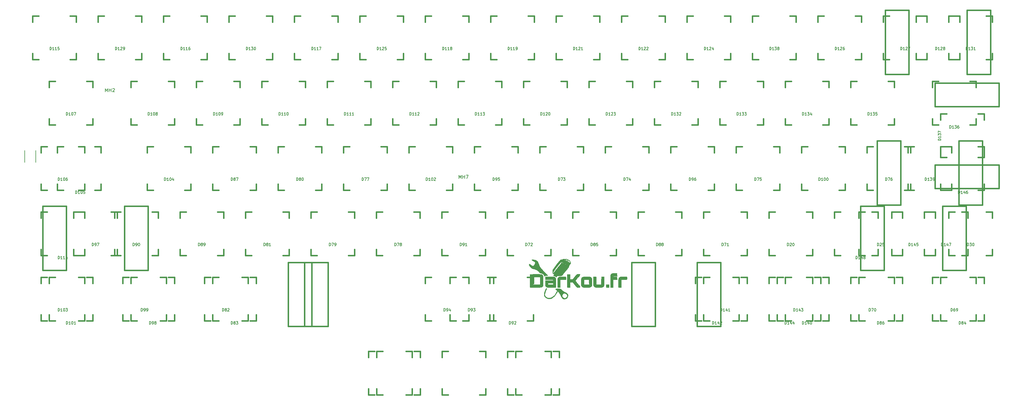
<source format=gto>
G04 #@! TF.FileFunction,Legend,Top*
%FSLAX46Y46*%
G04 Gerber Fmt 4.6, Leading zero omitted, Abs format (unit mm)*
G04 Created by KiCad (PCBNEW 4.0.5+dfsg1-4) date Thu Jun 29 09:06:05 2017*
%MOMM*%
%LPD*%
G01*
G04 APERTURE LIST*
%ADD10C,0.100000*%
%ADD11C,0.381000*%
%ADD12C,0.150000*%
%ADD13C,0.010000*%
G04 APERTURE END LIST*
D10*
D11*
X131889220Y-122364290D02*
X133667220Y-122364290D01*
X142811220Y-122364290D02*
X144589220Y-122364290D01*
X144589220Y-122364290D02*
X144589220Y-124142290D01*
X144589220Y-133286290D02*
X144589220Y-135064290D01*
X144589220Y-135064290D02*
X142811220Y-135064290D01*
X133667220Y-135064290D02*
X131889220Y-135064290D01*
X131889220Y-135064290D02*
X131889220Y-133286290D01*
X131889220Y-124142290D02*
X131889220Y-122364290D01*
X110871000Y-96488250D02*
X110871000Y-115157250D01*
X110871000Y-115157250D02*
X117729000Y-115157250D01*
X117729000Y-115157250D02*
X117729000Y-96488250D01*
X117729000Y-96488250D02*
X110871000Y-96488250D01*
X225171000Y-96488250D02*
X225171000Y-115157250D01*
X225171000Y-115157250D02*
X232029000Y-115157250D01*
X232029000Y-115157250D02*
X232029000Y-96488250D01*
X232029000Y-96488250D02*
X225171000Y-96488250D01*
X206121000Y-96488250D02*
X206121000Y-115157250D01*
X206121000Y-115157250D02*
X212979000Y-115157250D01*
X212979000Y-115157250D02*
X212979000Y-96488250D01*
X212979000Y-96488250D02*
X206121000Y-96488250D01*
X106108500Y-96488250D02*
X106108500Y-115157250D01*
X106108500Y-115157250D02*
X112966500Y-115157250D01*
X112966500Y-115157250D02*
X112966500Y-96488250D01*
X112966500Y-96488250D02*
X106108500Y-96488250D01*
X303466500Y-98774250D02*
X303466500Y-80105250D01*
X303466500Y-80105250D02*
X296608500Y-80105250D01*
X296608500Y-80105250D02*
X296608500Y-98774250D01*
X296608500Y-98774250D02*
X303466500Y-98774250D01*
X279654000Y-98774250D02*
X279654000Y-80105250D01*
X279654000Y-80105250D02*
X272796000Y-80105250D01*
X272796000Y-80105250D02*
X272796000Y-98774250D01*
X272796000Y-98774250D02*
X279654000Y-98774250D01*
X313086750Y-44197250D02*
X294417750Y-44197250D01*
X294417750Y-44197250D02*
X294417750Y-51055250D01*
X294417750Y-51055250D02*
X313086750Y-51055250D01*
X313086750Y-51055250D02*
X313086750Y-44197250D01*
X313086750Y-68008500D02*
X294417750Y-68008500D01*
X294417750Y-68008500D02*
X294417750Y-74866500D01*
X294417750Y-74866500D02*
X313086750Y-74866500D01*
X313086750Y-74866500D02*
X313086750Y-68008500D01*
X284416500Y-79724250D02*
X284416500Y-61055250D01*
X284416500Y-61055250D02*
X277558500Y-61055250D01*
X277558500Y-61055250D02*
X277558500Y-79724250D01*
X277558500Y-79724250D02*
X284416500Y-79724250D01*
X308229000Y-79724250D02*
X308229000Y-61055250D01*
X308229000Y-61055250D02*
X301371000Y-61055250D01*
X301371000Y-61055250D02*
X301371000Y-79724250D01*
X301371000Y-79724250D02*
X308229000Y-79724250D01*
X310610250Y-41624250D02*
X310610250Y-22955250D01*
X310610250Y-22955250D02*
X303752250Y-22955250D01*
X303752250Y-22955250D02*
X303752250Y-41624250D01*
X303752250Y-41624250D02*
X310610250Y-41624250D01*
X286797750Y-41624250D02*
X286797750Y-22955250D01*
X286797750Y-22955250D02*
X279939750Y-22955250D01*
X279939750Y-22955250D02*
X279939750Y-41624250D01*
X279939750Y-41624250D02*
X286797750Y-41624250D01*
X65341500Y-98774250D02*
X65341500Y-80105250D01*
X65341500Y-80105250D02*
X58483500Y-80105250D01*
X58483500Y-80105250D02*
X58483500Y-98774250D01*
X58483500Y-98774250D02*
X65341500Y-98774250D01*
X41529000Y-98774250D02*
X41529000Y-80105250D01*
X41529000Y-80105250D02*
X34671000Y-80105250D01*
X34671000Y-80105250D02*
X34671000Y-98774250D01*
X34671000Y-98774250D02*
X41529000Y-98774250D01*
D12*
X29399906Y-63849882D02*
X29399906Y-67249882D01*
X32599906Y-63849882D02*
X32599906Y-67249882D01*
D11*
X31750000Y-24606250D02*
X33528000Y-24606250D01*
X42672000Y-24606250D02*
X44450000Y-24606250D01*
X44450000Y-24606250D02*
X44450000Y-26384250D01*
X44450000Y-35528250D02*
X44450000Y-37306250D01*
X44450000Y-37306250D02*
X42672000Y-37306250D01*
X33528000Y-37306250D02*
X31750000Y-37306250D01*
X31750000Y-37306250D02*
X31750000Y-35528250D01*
X31750000Y-26384250D02*
X31750000Y-24606250D01*
X36512500Y-43656250D02*
X38290500Y-43656250D01*
X47434500Y-43656250D02*
X49212500Y-43656250D01*
X49212500Y-43656250D02*
X49212500Y-45434250D01*
X49212500Y-54578250D02*
X49212500Y-56356250D01*
X49212500Y-56356250D02*
X47434500Y-56356250D01*
X38290500Y-56356250D02*
X36512500Y-56356250D01*
X36512500Y-56356250D02*
X36512500Y-54578250D01*
X36512500Y-45434250D02*
X36512500Y-43656250D01*
X34131250Y-81756250D02*
X35909250Y-81756250D01*
X45053250Y-81756250D02*
X46831250Y-81756250D01*
X46831250Y-81756250D02*
X46831250Y-83534250D01*
X46831250Y-92678250D02*
X46831250Y-94456250D01*
X46831250Y-94456250D02*
X45053250Y-94456250D01*
X35909250Y-94456250D02*
X34131250Y-94456250D01*
X34131250Y-94456250D02*
X34131250Y-92678250D01*
X34131250Y-83534250D02*
X34131250Y-81756250D01*
X34131250Y-100806250D02*
X35909250Y-100806250D01*
X45053250Y-100806250D02*
X46831250Y-100806250D01*
X46831250Y-100806250D02*
X46831250Y-102584250D01*
X46831250Y-111728250D02*
X46831250Y-113506250D01*
X46831250Y-113506250D02*
X45053250Y-113506250D01*
X35909250Y-113506250D02*
X34131250Y-113506250D01*
X34131250Y-113506250D02*
X34131250Y-111728250D01*
X34131250Y-102584250D02*
X34131250Y-100806250D01*
X36512500Y-100806250D02*
X38290500Y-100806250D01*
X47434500Y-100806250D02*
X49212500Y-100806250D01*
X49212500Y-100806250D02*
X49212500Y-102584250D01*
X49212500Y-111728250D02*
X49212500Y-113506250D01*
X49212500Y-113506250D02*
X47434500Y-113506250D01*
X38290500Y-113506250D02*
X36512500Y-113506250D01*
X36512500Y-113506250D02*
X36512500Y-111728250D01*
X36512500Y-102584250D02*
X36512500Y-100806250D01*
X50800000Y-24606250D02*
X52578000Y-24606250D01*
X61722000Y-24606250D02*
X63500000Y-24606250D01*
X63500000Y-24606250D02*
X63500000Y-26384250D01*
X63500000Y-35528250D02*
X63500000Y-37306250D01*
X63500000Y-37306250D02*
X61722000Y-37306250D01*
X52578000Y-37306250D02*
X50800000Y-37306250D01*
X50800000Y-37306250D02*
X50800000Y-35528250D01*
X50800000Y-26384250D02*
X50800000Y-24606250D01*
X60325000Y-43656250D02*
X62103000Y-43656250D01*
X71247000Y-43656250D02*
X73025000Y-43656250D01*
X73025000Y-43656250D02*
X73025000Y-45434250D01*
X73025000Y-54578250D02*
X73025000Y-56356250D01*
X73025000Y-56356250D02*
X71247000Y-56356250D01*
X62103000Y-56356250D02*
X60325000Y-56356250D01*
X60325000Y-56356250D02*
X60325000Y-54578250D01*
X60325000Y-45434250D02*
X60325000Y-43656250D01*
X65087500Y-62706250D02*
X66865500Y-62706250D01*
X76009500Y-62706250D02*
X77787500Y-62706250D01*
X77787500Y-62706250D02*
X77787500Y-64484250D01*
X77787500Y-73628250D02*
X77787500Y-75406250D01*
X77787500Y-75406250D02*
X76009500Y-75406250D01*
X66865500Y-75406250D02*
X65087500Y-75406250D01*
X65087500Y-75406250D02*
X65087500Y-73628250D01*
X65087500Y-64484250D02*
X65087500Y-62706250D01*
X55562500Y-81756250D02*
X57340500Y-81756250D01*
X66484500Y-81756250D02*
X68262500Y-81756250D01*
X68262500Y-81756250D02*
X68262500Y-83534250D01*
X68262500Y-92678250D02*
X68262500Y-94456250D01*
X68262500Y-94456250D02*
X66484500Y-94456250D01*
X57340500Y-94456250D02*
X55562500Y-94456250D01*
X55562500Y-94456250D02*
X55562500Y-92678250D01*
X55562500Y-83534250D02*
X55562500Y-81756250D01*
X57943750Y-100806250D02*
X59721750Y-100806250D01*
X68865750Y-100806250D02*
X70643750Y-100806250D01*
X70643750Y-100806250D02*
X70643750Y-102584250D01*
X70643750Y-111728250D02*
X70643750Y-113506250D01*
X70643750Y-113506250D02*
X68865750Y-113506250D01*
X59721750Y-113506250D02*
X57943750Y-113506250D01*
X57943750Y-113506250D02*
X57943750Y-111728250D01*
X57943750Y-102584250D02*
X57943750Y-100806250D01*
X60325000Y-100806250D02*
X62103000Y-100806250D01*
X71247000Y-100806250D02*
X73025000Y-100806250D01*
X73025000Y-100806250D02*
X73025000Y-102584250D01*
X73025000Y-111728250D02*
X73025000Y-113506250D01*
X73025000Y-113506250D02*
X71247000Y-113506250D01*
X62103000Y-113506250D02*
X60325000Y-113506250D01*
X60325000Y-113506250D02*
X60325000Y-111728250D01*
X60325000Y-102584250D02*
X60325000Y-100806250D01*
X69850000Y-24606250D02*
X71628000Y-24606250D01*
X80772000Y-24606250D02*
X82550000Y-24606250D01*
X82550000Y-24606250D02*
X82550000Y-26384250D01*
X82550000Y-35528250D02*
X82550000Y-37306250D01*
X82550000Y-37306250D02*
X80772000Y-37306250D01*
X71628000Y-37306250D02*
X69850000Y-37306250D01*
X69850000Y-37306250D02*
X69850000Y-35528250D01*
X69850000Y-26384250D02*
X69850000Y-24606250D01*
X79375000Y-43656250D02*
X81153000Y-43656250D01*
X90297000Y-43656250D02*
X92075000Y-43656250D01*
X92075000Y-43656250D02*
X92075000Y-45434250D01*
X92075000Y-54578250D02*
X92075000Y-56356250D01*
X92075000Y-56356250D02*
X90297000Y-56356250D01*
X81153000Y-56356250D02*
X79375000Y-56356250D01*
X79375000Y-56356250D02*
X79375000Y-54578250D01*
X79375000Y-45434250D02*
X79375000Y-43656250D01*
X84137500Y-62706250D02*
X85915500Y-62706250D01*
X95059500Y-62706250D02*
X96837500Y-62706250D01*
X96837500Y-62706250D02*
X96837500Y-64484250D01*
X96837500Y-73628250D02*
X96837500Y-75406250D01*
X96837500Y-75406250D02*
X95059500Y-75406250D01*
X85915500Y-75406250D02*
X84137500Y-75406250D01*
X84137500Y-75406250D02*
X84137500Y-73628250D01*
X84137500Y-64484250D02*
X84137500Y-62706250D01*
X74612500Y-81756250D02*
X76390500Y-81756250D01*
X85534500Y-81756250D02*
X87312500Y-81756250D01*
X87312500Y-81756250D02*
X87312500Y-83534250D01*
X87312500Y-92678250D02*
X87312500Y-94456250D01*
X87312500Y-94456250D02*
X85534500Y-94456250D01*
X76390500Y-94456250D02*
X74612500Y-94456250D01*
X74612500Y-94456250D02*
X74612500Y-92678250D01*
X74612500Y-83534250D02*
X74612500Y-81756250D01*
X81756250Y-100806250D02*
X83534250Y-100806250D01*
X92678250Y-100806250D02*
X94456250Y-100806250D01*
X94456250Y-100806250D02*
X94456250Y-102584250D01*
X94456250Y-111728250D02*
X94456250Y-113506250D01*
X94456250Y-113506250D02*
X92678250Y-113506250D01*
X83534250Y-113506250D02*
X81756250Y-113506250D01*
X81756250Y-113506250D02*
X81756250Y-111728250D01*
X81756250Y-102584250D02*
X81756250Y-100806250D01*
X84137500Y-100806250D02*
X85915500Y-100806250D01*
X95059500Y-100806250D02*
X96837500Y-100806250D01*
X96837500Y-100806250D02*
X96837500Y-102584250D01*
X96837500Y-111728250D02*
X96837500Y-113506250D01*
X96837500Y-113506250D02*
X95059500Y-113506250D01*
X85915500Y-113506250D02*
X84137500Y-113506250D01*
X84137500Y-113506250D02*
X84137500Y-111728250D01*
X84137500Y-102584250D02*
X84137500Y-100806250D01*
X88900000Y-24606250D02*
X90678000Y-24606250D01*
X99822000Y-24606250D02*
X101600000Y-24606250D01*
X101600000Y-24606250D02*
X101600000Y-26384250D01*
X101600000Y-35528250D02*
X101600000Y-37306250D01*
X101600000Y-37306250D02*
X99822000Y-37306250D01*
X90678000Y-37306250D02*
X88900000Y-37306250D01*
X88900000Y-37306250D02*
X88900000Y-35528250D01*
X88900000Y-26384250D02*
X88900000Y-24606250D01*
X98425000Y-43656250D02*
X100203000Y-43656250D01*
X109347000Y-43656250D02*
X111125000Y-43656250D01*
X111125000Y-43656250D02*
X111125000Y-45434250D01*
X111125000Y-54578250D02*
X111125000Y-56356250D01*
X111125000Y-56356250D02*
X109347000Y-56356250D01*
X100203000Y-56356250D02*
X98425000Y-56356250D01*
X98425000Y-56356250D02*
X98425000Y-54578250D01*
X98425000Y-45434250D02*
X98425000Y-43656250D01*
X103187500Y-62706250D02*
X104965500Y-62706250D01*
X114109500Y-62706250D02*
X115887500Y-62706250D01*
X115887500Y-62706250D02*
X115887500Y-64484250D01*
X115887500Y-73628250D02*
X115887500Y-75406250D01*
X115887500Y-75406250D02*
X114109500Y-75406250D01*
X104965500Y-75406250D02*
X103187500Y-75406250D01*
X103187500Y-75406250D02*
X103187500Y-73628250D01*
X103187500Y-64484250D02*
X103187500Y-62706250D01*
X93662500Y-81756250D02*
X95440500Y-81756250D01*
X104584500Y-81756250D02*
X106362500Y-81756250D01*
X106362500Y-81756250D02*
X106362500Y-83534250D01*
X106362500Y-92678250D02*
X106362500Y-94456250D01*
X106362500Y-94456250D02*
X104584500Y-94456250D01*
X95440500Y-94456250D02*
X93662500Y-94456250D01*
X93662500Y-94456250D02*
X93662500Y-92678250D01*
X93662500Y-83534250D02*
X93662500Y-81756250D01*
X107950000Y-24606250D02*
X109728000Y-24606250D01*
X118872000Y-24606250D02*
X120650000Y-24606250D01*
X120650000Y-24606250D02*
X120650000Y-26384250D01*
X120650000Y-35528250D02*
X120650000Y-37306250D01*
X120650000Y-37306250D02*
X118872000Y-37306250D01*
X109728000Y-37306250D02*
X107950000Y-37306250D01*
X107950000Y-37306250D02*
X107950000Y-35528250D01*
X107950000Y-26384250D02*
X107950000Y-24606250D01*
X117475000Y-43656250D02*
X119253000Y-43656250D01*
X128397000Y-43656250D02*
X130175000Y-43656250D01*
X130175000Y-43656250D02*
X130175000Y-45434250D01*
X130175000Y-54578250D02*
X130175000Y-56356250D01*
X130175000Y-56356250D02*
X128397000Y-56356250D01*
X119253000Y-56356250D02*
X117475000Y-56356250D01*
X117475000Y-56356250D02*
X117475000Y-54578250D01*
X117475000Y-45434250D02*
X117475000Y-43656250D01*
X122237500Y-62706250D02*
X124015500Y-62706250D01*
X133159500Y-62706250D02*
X134937500Y-62706250D01*
X134937500Y-62706250D02*
X134937500Y-64484250D01*
X134937500Y-73628250D02*
X134937500Y-75406250D01*
X134937500Y-75406250D02*
X133159500Y-75406250D01*
X124015500Y-75406250D02*
X122237500Y-75406250D01*
X122237500Y-75406250D02*
X122237500Y-73628250D01*
X122237500Y-64484250D02*
X122237500Y-62706250D01*
X112712500Y-81756250D02*
X114490500Y-81756250D01*
X123634500Y-81756250D02*
X125412500Y-81756250D01*
X125412500Y-81756250D02*
X125412500Y-83534250D01*
X125412500Y-92678250D02*
X125412500Y-94456250D01*
X125412500Y-94456250D02*
X123634500Y-94456250D01*
X114490500Y-94456250D02*
X112712500Y-94456250D01*
X112712500Y-94456250D02*
X112712500Y-92678250D01*
X112712500Y-83534250D02*
X112712500Y-81756250D01*
X127000000Y-24606250D02*
X128778000Y-24606250D01*
X137922000Y-24606250D02*
X139700000Y-24606250D01*
X139700000Y-24606250D02*
X139700000Y-26384250D01*
X139700000Y-35528250D02*
X139700000Y-37306250D01*
X139700000Y-37306250D02*
X137922000Y-37306250D01*
X128778000Y-37306250D02*
X127000000Y-37306250D01*
X127000000Y-37306250D02*
X127000000Y-35528250D01*
X127000000Y-26384250D02*
X127000000Y-24606250D01*
X136525000Y-43656250D02*
X138303000Y-43656250D01*
X147447000Y-43656250D02*
X149225000Y-43656250D01*
X149225000Y-43656250D02*
X149225000Y-45434250D01*
X149225000Y-54578250D02*
X149225000Y-56356250D01*
X149225000Y-56356250D02*
X147447000Y-56356250D01*
X138303000Y-56356250D02*
X136525000Y-56356250D01*
X136525000Y-56356250D02*
X136525000Y-54578250D01*
X136525000Y-45434250D02*
X136525000Y-43656250D01*
X141287500Y-62706250D02*
X143065500Y-62706250D01*
X152209500Y-62706250D02*
X153987500Y-62706250D01*
X153987500Y-62706250D02*
X153987500Y-64484250D01*
X153987500Y-73628250D02*
X153987500Y-75406250D01*
X153987500Y-75406250D02*
X152209500Y-75406250D01*
X143065500Y-75406250D02*
X141287500Y-75406250D01*
X141287500Y-75406250D02*
X141287500Y-73628250D01*
X141287500Y-64484250D02*
X141287500Y-62706250D01*
X131762500Y-81756250D02*
X133540500Y-81756250D01*
X142684500Y-81756250D02*
X144462500Y-81756250D01*
X144462500Y-81756250D02*
X144462500Y-83534250D01*
X144462500Y-92678250D02*
X144462500Y-94456250D01*
X144462500Y-94456250D02*
X142684500Y-94456250D01*
X133540500Y-94456250D02*
X131762500Y-94456250D01*
X131762500Y-94456250D02*
X131762500Y-92678250D01*
X131762500Y-83534250D02*
X131762500Y-81756250D01*
X146050000Y-24606250D02*
X147828000Y-24606250D01*
X156972000Y-24606250D02*
X158750000Y-24606250D01*
X158750000Y-24606250D02*
X158750000Y-26384250D01*
X158750000Y-35528250D02*
X158750000Y-37306250D01*
X158750000Y-37306250D02*
X156972000Y-37306250D01*
X147828000Y-37306250D02*
X146050000Y-37306250D01*
X146050000Y-37306250D02*
X146050000Y-35528250D01*
X146050000Y-26384250D02*
X146050000Y-24606250D01*
X155575000Y-43656250D02*
X157353000Y-43656250D01*
X166497000Y-43656250D02*
X168275000Y-43656250D01*
X168275000Y-43656250D02*
X168275000Y-45434250D01*
X168275000Y-54578250D02*
X168275000Y-56356250D01*
X168275000Y-56356250D02*
X166497000Y-56356250D01*
X157353000Y-56356250D02*
X155575000Y-56356250D01*
X155575000Y-56356250D02*
X155575000Y-54578250D01*
X155575000Y-45434250D02*
X155575000Y-43656250D01*
X160337500Y-62706250D02*
X162115500Y-62706250D01*
X171259500Y-62706250D02*
X173037500Y-62706250D01*
X173037500Y-62706250D02*
X173037500Y-64484250D01*
X173037500Y-73628250D02*
X173037500Y-75406250D01*
X173037500Y-75406250D02*
X171259500Y-75406250D01*
X162115500Y-75406250D02*
X160337500Y-75406250D01*
X160337500Y-75406250D02*
X160337500Y-73628250D01*
X160337500Y-64484250D02*
X160337500Y-62706250D01*
X150812500Y-81756250D02*
X152590500Y-81756250D01*
X161734500Y-81756250D02*
X163512500Y-81756250D01*
X163512500Y-81756250D02*
X163512500Y-83534250D01*
X163512500Y-92678250D02*
X163512500Y-94456250D01*
X163512500Y-94456250D02*
X161734500Y-94456250D01*
X152590500Y-94456250D02*
X150812500Y-94456250D01*
X150812500Y-94456250D02*
X150812500Y-92678250D01*
X150812500Y-83534250D02*
X150812500Y-81756250D01*
X165100000Y-24606250D02*
X166878000Y-24606250D01*
X176022000Y-24606250D02*
X177800000Y-24606250D01*
X177800000Y-24606250D02*
X177800000Y-26384250D01*
X177800000Y-35528250D02*
X177800000Y-37306250D01*
X177800000Y-37306250D02*
X176022000Y-37306250D01*
X166878000Y-37306250D02*
X165100000Y-37306250D01*
X165100000Y-37306250D02*
X165100000Y-35528250D01*
X165100000Y-26384250D02*
X165100000Y-24606250D01*
X174625000Y-43656250D02*
X176403000Y-43656250D01*
X185547000Y-43656250D02*
X187325000Y-43656250D01*
X187325000Y-43656250D02*
X187325000Y-45434250D01*
X187325000Y-54578250D02*
X187325000Y-56356250D01*
X187325000Y-56356250D02*
X185547000Y-56356250D01*
X176403000Y-56356250D02*
X174625000Y-56356250D01*
X174625000Y-56356250D02*
X174625000Y-54578250D01*
X174625000Y-45434250D02*
X174625000Y-43656250D01*
X179387500Y-62706250D02*
X181165500Y-62706250D01*
X190309500Y-62706250D02*
X192087500Y-62706250D01*
X192087500Y-62706250D02*
X192087500Y-64484250D01*
X192087500Y-73628250D02*
X192087500Y-75406250D01*
X192087500Y-75406250D02*
X190309500Y-75406250D01*
X181165500Y-75406250D02*
X179387500Y-75406250D01*
X179387500Y-75406250D02*
X179387500Y-73628250D01*
X179387500Y-64484250D02*
X179387500Y-62706250D01*
X169862500Y-81756250D02*
X171640500Y-81756250D01*
X180784500Y-81756250D02*
X182562500Y-81756250D01*
X182562500Y-81756250D02*
X182562500Y-83534250D01*
X182562500Y-92678250D02*
X182562500Y-94456250D01*
X182562500Y-94456250D02*
X180784500Y-94456250D01*
X171640500Y-94456250D02*
X169862500Y-94456250D01*
X169862500Y-94456250D02*
X169862500Y-92678250D01*
X169862500Y-83534250D02*
X169862500Y-81756250D01*
X184150000Y-24606250D02*
X185928000Y-24606250D01*
X195072000Y-24606250D02*
X196850000Y-24606250D01*
X196850000Y-24606250D02*
X196850000Y-26384250D01*
X196850000Y-35528250D02*
X196850000Y-37306250D01*
X196850000Y-37306250D02*
X195072000Y-37306250D01*
X185928000Y-37306250D02*
X184150000Y-37306250D01*
X184150000Y-37306250D02*
X184150000Y-35528250D01*
X184150000Y-26384250D02*
X184150000Y-24606250D01*
X193675000Y-43656250D02*
X195453000Y-43656250D01*
X204597000Y-43656250D02*
X206375000Y-43656250D01*
X206375000Y-43656250D02*
X206375000Y-45434250D01*
X206375000Y-54578250D02*
X206375000Y-56356250D01*
X206375000Y-56356250D02*
X204597000Y-56356250D01*
X195453000Y-56356250D02*
X193675000Y-56356250D01*
X193675000Y-56356250D02*
X193675000Y-54578250D01*
X193675000Y-45434250D02*
X193675000Y-43656250D01*
X198437500Y-62706250D02*
X200215500Y-62706250D01*
X209359500Y-62706250D02*
X211137500Y-62706250D01*
X211137500Y-62706250D02*
X211137500Y-64484250D01*
X211137500Y-73628250D02*
X211137500Y-75406250D01*
X211137500Y-75406250D02*
X209359500Y-75406250D01*
X200215500Y-75406250D02*
X198437500Y-75406250D01*
X198437500Y-75406250D02*
X198437500Y-73628250D01*
X198437500Y-64484250D02*
X198437500Y-62706250D01*
X188912500Y-81756250D02*
X190690500Y-81756250D01*
X199834500Y-81756250D02*
X201612500Y-81756250D01*
X201612500Y-81756250D02*
X201612500Y-83534250D01*
X201612500Y-92678250D02*
X201612500Y-94456250D01*
X201612500Y-94456250D02*
X199834500Y-94456250D01*
X190690500Y-94456250D02*
X188912500Y-94456250D01*
X188912500Y-94456250D02*
X188912500Y-92678250D01*
X188912500Y-83534250D02*
X188912500Y-81756250D01*
X203200000Y-24606250D02*
X204978000Y-24606250D01*
X214122000Y-24606250D02*
X215900000Y-24606250D01*
X215900000Y-24606250D02*
X215900000Y-26384250D01*
X215900000Y-35528250D02*
X215900000Y-37306250D01*
X215900000Y-37306250D02*
X214122000Y-37306250D01*
X204978000Y-37306250D02*
X203200000Y-37306250D01*
X203200000Y-37306250D02*
X203200000Y-35528250D01*
X203200000Y-26384250D02*
X203200000Y-24606250D01*
X212725000Y-43656250D02*
X214503000Y-43656250D01*
X223647000Y-43656250D02*
X225425000Y-43656250D01*
X225425000Y-43656250D02*
X225425000Y-45434250D01*
X225425000Y-54578250D02*
X225425000Y-56356250D01*
X225425000Y-56356250D02*
X223647000Y-56356250D01*
X214503000Y-56356250D02*
X212725000Y-56356250D01*
X212725000Y-56356250D02*
X212725000Y-54578250D01*
X212725000Y-45434250D02*
X212725000Y-43656250D01*
X217487500Y-62706250D02*
X219265500Y-62706250D01*
X228409500Y-62706250D02*
X230187500Y-62706250D01*
X230187500Y-62706250D02*
X230187500Y-64484250D01*
X230187500Y-73628250D02*
X230187500Y-75406250D01*
X230187500Y-75406250D02*
X228409500Y-75406250D01*
X219265500Y-75406250D02*
X217487500Y-75406250D01*
X217487500Y-75406250D02*
X217487500Y-73628250D01*
X217487500Y-64484250D02*
X217487500Y-62706250D01*
X207962500Y-81756250D02*
X209740500Y-81756250D01*
X218884500Y-81756250D02*
X220662500Y-81756250D01*
X220662500Y-81756250D02*
X220662500Y-83534250D01*
X220662500Y-92678250D02*
X220662500Y-94456250D01*
X220662500Y-94456250D02*
X218884500Y-94456250D01*
X209740500Y-94456250D02*
X207962500Y-94456250D01*
X207962500Y-94456250D02*
X207962500Y-92678250D01*
X207962500Y-83534250D02*
X207962500Y-81756250D01*
X298450000Y-24606250D02*
X300228000Y-24606250D01*
X309372000Y-24606250D02*
X311150000Y-24606250D01*
X311150000Y-24606250D02*
X311150000Y-26384250D01*
X311150000Y-35528250D02*
X311150000Y-37306250D01*
X311150000Y-37306250D02*
X309372000Y-37306250D01*
X300228000Y-37306250D02*
X298450000Y-37306250D01*
X298450000Y-37306250D02*
X298450000Y-35528250D01*
X298450000Y-26384250D02*
X298450000Y-24606250D01*
X222250000Y-24606250D02*
X224028000Y-24606250D01*
X233172000Y-24606250D02*
X234950000Y-24606250D01*
X234950000Y-24606250D02*
X234950000Y-26384250D01*
X234950000Y-35528250D02*
X234950000Y-37306250D01*
X234950000Y-37306250D02*
X233172000Y-37306250D01*
X224028000Y-37306250D02*
X222250000Y-37306250D01*
X222250000Y-37306250D02*
X222250000Y-35528250D01*
X222250000Y-26384250D02*
X222250000Y-24606250D01*
X231775000Y-43656250D02*
X233553000Y-43656250D01*
X242697000Y-43656250D02*
X244475000Y-43656250D01*
X244475000Y-43656250D02*
X244475000Y-45434250D01*
X244475000Y-54578250D02*
X244475000Y-56356250D01*
X244475000Y-56356250D02*
X242697000Y-56356250D01*
X233553000Y-56356250D02*
X231775000Y-56356250D01*
X231775000Y-56356250D02*
X231775000Y-54578250D01*
X231775000Y-45434250D02*
X231775000Y-43656250D01*
X236537500Y-62706250D02*
X238315500Y-62706250D01*
X247459500Y-62706250D02*
X249237500Y-62706250D01*
X249237500Y-62706250D02*
X249237500Y-64484250D01*
X249237500Y-73628250D02*
X249237500Y-75406250D01*
X249237500Y-75406250D02*
X247459500Y-75406250D01*
X238315500Y-75406250D02*
X236537500Y-75406250D01*
X236537500Y-75406250D02*
X236537500Y-73628250D01*
X236537500Y-64484250D02*
X236537500Y-62706250D01*
X227012500Y-81756250D02*
X228790500Y-81756250D01*
X237934500Y-81756250D02*
X239712500Y-81756250D01*
X239712500Y-81756250D02*
X239712500Y-83534250D01*
X239712500Y-92678250D02*
X239712500Y-94456250D01*
X239712500Y-94456250D02*
X237934500Y-94456250D01*
X228790500Y-94456250D02*
X227012500Y-94456250D01*
X227012500Y-94456250D02*
X227012500Y-92678250D01*
X227012500Y-83534250D02*
X227012500Y-81756250D01*
X224631250Y-100806250D02*
X226409250Y-100806250D01*
X235553250Y-100806250D02*
X237331250Y-100806250D01*
X237331250Y-100806250D02*
X237331250Y-102584250D01*
X237331250Y-111728250D02*
X237331250Y-113506250D01*
X237331250Y-113506250D02*
X235553250Y-113506250D01*
X226409250Y-113506250D02*
X224631250Y-113506250D01*
X224631250Y-113506250D02*
X224631250Y-111728250D01*
X224631250Y-102584250D02*
X224631250Y-100806250D01*
X227012500Y-100806250D02*
X228790500Y-100806250D01*
X237934500Y-100806250D02*
X239712500Y-100806250D01*
X239712500Y-100806250D02*
X239712500Y-102584250D01*
X239712500Y-111728250D02*
X239712500Y-113506250D01*
X239712500Y-113506250D02*
X237934500Y-113506250D01*
X228790500Y-113506250D02*
X227012500Y-113506250D01*
X227012500Y-113506250D02*
X227012500Y-111728250D01*
X227012500Y-102584250D02*
X227012500Y-100806250D01*
X241300000Y-24606250D02*
X243078000Y-24606250D01*
X252222000Y-24606250D02*
X254000000Y-24606250D01*
X254000000Y-24606250D02*
X254000000Y-26384250D01*
X254000000Y-35528250D02*
X254000000Y-37306250D01*
X254000000Y-37306250D02*
X252222000Y-37306250D01*
X243078000Y-37306250D02*
X241300000Y-37306250D01*
X241300000Y-37306250D02*
X241300000Y-35528250D01*
X241300000Y-26384250D02*
X241300000Y-24606250D01*
X250825000Y-43656250D02*
X252603000Y-43656250D01*
X261747000Y-43656250D02*
X263525000Y-43656250D01*
X263525000Y-43656250D02*
X263525000Y-45434250D01*
X263525000Y-54578250D02*
X263525000Y-56356250D01*
X263525000Y-56356250D02*
X261747000Y-56356250D01*
X252603000Y-56356250D02*
X250825000Y-56356250D01*
X250825000Y-56356250D02*
X250825000Y-54578250D01*
X250825000Y-45434250D02*
X250825000Y-43656250D01*
X255587500Y-62706250D02*
X257365500Y-62706250D01*
X266509500Y-62706250D02*
X268287500Y-62706250D01*
X268287500Y-62706250D02*
X268287500Y-64484250D01*
X268287500Y-73628250D02*
X268287500Y-75406250D01*
X268287500Y-75406250D02*
X266509500Y-75406250D01*
X257365500Y-75406250D02*
X255587500Y-75406250D01*
X255587500Y-75406250D02*
X255587500Y-73628250D01*
X255587500Y-64484250D02*
X255587500Y-62706250D01*
X246062500Y-81756250D02*
X247840500Y-81756250D01*
X256984500Y-81756250D02*
X258762500Y-81756250D01*
X258762500Y-81756250D02*
X258762500Y-83534250D01*
X258762500Y-92678250D02*
X258762500Y-94456250D01*
X258762500Y-94456250D02*
X256984500Y-94456250D01*
X247840500Y-94456250D02*
X246062500Y-94456250D01*
X246062500Y-94456250D02*
X246062500Y-92678250D01*
X246062500Y-83534250D02*
X246062500Y-81756250D01*
X250817500Y-100807500D02*
X252595500Y-100807500D01*
X261739500Y-100807500D02*
X263517500Y-100807500D01*
X263517500Y-100807500D02*
X263517500Y-102585500D01*
X263517500Y-111729500D02*
X263517500Y-113507500D01*
X263517500Y-113507500D02*
X261739500Y-113507500D01*
X252595500Y-113507500D02*
X250817500Y-113507500D01*
X250817500Y-113507500D02*
X250817500Y-111729500D01*
X250817500Y-102585500D02*
X250817500Y-100807500D01*
X248443750Y-100806250D02*
X250221750Y-100806250D01*
X259365750Y-100806250D02*
X261143750Y-100806250D01*
X261143750Y-100806250D02*
X261143750Y-102584250D01*
X261143750Y-111728250D02*
X261143750Y-113506250D01*
X261143750Y-113506250D02*
X259365750Y-113506250D01*
X250221750Y-113506250D02*
X248443750Y-113506250D01*
X248443750Y-113506250D02*
X248443750Y-111728250D01*
X248443750Y-102584250D02*
X248443750Y-100806250D01*
X246062500Y-100806250D02*
X247840500Y-100806250D01*
X256984500Y-100806250D02*
X258762500Y-100806250D01*
X258762500Y-100806250D02*
X258762500Y-102584250D01*
X258762500Y-111728250D02*
X258762500Y-113506250D01*
X258762500Y-113506250D02*
X256984500Y-113506250D01*
X247840500Y-113506250D02*
X246062500Y-113506250D01*
X246062500Y-113506250D02*
X246062500Y-111728250D01*
X246062500Y-102584250D02*
X246062500Y-100806250D01*
X260350000Y-24606250D02*
X262128000Y-24606250D01*
X271272000Y-24606250D02*
X273050000Y-24606250D01*
X273050000Y-24606250D02*
X273050000Y-26384250D01*
X273050000Y-35528250D02*
X273050000Y-37306250D01*
X273050000Y-37306250D02*
X271272000Y-37306250D01*
X262128000Y-37306250D02*
X260350000Y-37306250D01*
X260350000Y-37306250D02*
X260350000Y-35528250D01*
X260350000Y-26384250D02*
X260350000Y-24606250D01*
X269875000Y-43656250D02*
X271653000Y-43656250D01*
X280797000Y-43656250D02*
X282575000Y-43656250D01*
X282575000Y-43656250D02*
X282575000Y-45434250D01*
X282575000Y-54578250D02*
X282575000Y-56356250D01*
X282575000Y-56356250D02*
X280797000Y-56356250D01*
X271653000Y-56356250D02*
X269875000Y-56356250D01*
X269875000Y-56356250D02*
X269875000Y-54578250D01*
X269875000Y-45434250D02*
X269875000Y-43656250D01*
X274637500Y-62706250D02*
X276415500Y-62706250D01*
X285559500Y-62706250D02*
X287337500Y-62706250D01*
X287337500Y-62706250D02*
X287337500Y-64484250D01*
X287337500Y-73628250D02*
X287337500Y-75406250D01*
X287337500Y-75406250D02*
X285559500Y-75406250D01*
X276415500Y-75406250D02*
X274637500Y-75406250D01*
X274637500Y-75406250D02*
X274637500Y-73628250D01*
X274637500Y-64484250D02*
X274637500Y-62706250D01*
X269875000Y-100806250D02*
X271653000Y-100806250D01*
X280797000Y-100806250D02*
X282575000Y-100806250D01*
X282575000Y-100806250D02*
X282575000Y-102584250D01*
X282575000Y-111728250D02*
X282575000Y-113506250D01*
X282575000Y-113506250D02*
X280797000Y-113506250D01*
X271653000Y-113506250D02*
X269875000Y-113506250D01*
X269875000Y-113506250D02*
X269875000Y-111728250D01*
X269875000Y-102584250D02*
X269875000Y-100806250D01*
X272256250Y-100806250D02*
X274034250Y-100806250D01*
X283178250Y-100806250D02*
X284956250Y-100806250D01*
X284956250Y-100806250D02*
X284956250Y-102584250D01*
X284956250Y-111728250D02*
X284956250Y-113506250D01*
X284956250Y-113506250D02*
X283178250Y-113506250D01*
X274034250Y-113506250D02*
X272256250Y-113506250D01*
X272256250Y-113506250D02*
X272256250Y-111728250D01*
X272256250Y-102584250D02*
X272256250Y-100806250D01*
X279400000Y-24606250D02*
X281178000Y-24606250D01*
X290322000Y-24606250D02*
X292100000Y-24606250D01*
X292100000Y-24606250D02*
X292100000Y-26384250D01*
X292100000Y-35528250D02*
X292100000Y-37306250D01*
X292100000Y-37306250D02*
X290322000Y-37306250D01*
X281178000Y-37306250D02*
X279400000Y-37306250D01*
X279400000Y-37306250D02*
X279400000Y-35528250D01*
X279400000Y-26384250D02*
X279400000Y-24606250D01*
X293687500Y-43656250D02*
X295465500Y-43656250D01*
X304609500Y-43656250D02*
X306387500Y-43656250D01*
X306387500Y-43656250D02*
X306387500Y-45434250D01*
X306387500Y-54578250D02*
X306387500Y-56356250D01*
X306387500Y-56356250D02*
X304609500Y-56356250D01*
X295465500Y-56356250D02*
X293687500Y-56356250D01*
X293687500Y-56356250D02*
X293687500Y-54578250D01*
X293687500Y-45434250D02*
X293687500Y-43656250D01*
X298450000Y-81756250D02*
X300228000Y-81756250D01*
X309372000Y-81756250D02*
X311150000Y-81756250D01*
X311150000Y-81756250D02*
X311150000Y-83534250D01*
X311150000Y-92678250D02*
X311150000Y-94456250D01*
X311150000Y-94456250D02*
X309372000Y-94456250D01*
X300228000Y-94456250D02*
X298450000Y-94456250D01*
X298450000Y-94456250D02*
X298450000Y-92678250D01*
X298450000Y-83534250D02*
X298450000Y-81756250D01*
X38893750Y-62706250D02*
X40671750Y-62706250D01*
X49815750Y-62706250D02*
X51593750Y-62706250D01*
X51593750Y-62706250D02*
X51593750Y-64484250D01*
X51593750Y-73628250D02*
X51593750Y-75406250D01*
X51593750Y-75406250D02*
X49815750Y-75406250D01*
X40671750Y-75406250D02*
X38893750Y-75406250D01*
X38893750Y-75406250D02*
X38893750Y-73628250D01*
X38893750Y-64484250D02*
X38893750Y-62706250D01*
X34131250Y-62706250D02*
X35909250Y-62706250D01*
X45053250Y-62706250D02*
X46831250Y-62706250D01*
X46831250Y-62706250D02*
X46831250Y-64484250D01*
X46831250Y-73628250D02*
X46831250Y-75406250D01*
X46831250Y-75406250D02*
X45053250Y-75406250D01*
X35909250Y-75406250D02*
X34131250Y-75406250D01*
X34131250Y-75406250D02*
X34131250Y-73628250D01*
X34131250Y-64484250D02*
X34131250Y-62706250D01*
X43656250Y-81756250D02*
X45434250Y-81756250D01*
X54578250Y-81756250D02*
X56356250Y-81756250D01*
X56356250Y-81756250D02*
X56356250Y-83534250D01*
X56356250Y-92678250D02*
X56356250Y-94456250D01*
X56356250Y-94456250D02*
X54578250Y-94456250D01*
X45434250Y-94456250D02*
X43656250Y-94456250D01*
X43656250Y-94456250D02*
X43656250Y-92678250D01*
X43656250Y-83534250D02*
X43656250Y-81756250D01*
X164775000Y-100807500D02*
X166553000Y-100807500D01*
X175697000Y-100807500D02*
X177475000Y-100807500D01*
X177475000Y-100807500D02*
X177475000Y-102585500D01*
X177475000Y-111729500D02*
X177475000Y-113507500D01*
X177475000Y-113507500D02*
X175697000Y-113507500D01*
X166553000Y-113507500D02*
X164775000Y-113507500D01*
X164775000Y-113507500D02*
X164775000Y-111729500D01*
X164775000Y-102585500D02*
X164775000Y-100807500D01*
X153193750Y-100806250D02*
X154971750Y-100806250D01*
X164115750Y-100806250D02*
X165893750Y-100806250D01*
X165893750Y-100806250D02*
X165893750Y-102584250D01*
X165893750Y-111728250D02*
X165893750Y-113506250D01*
X165893750Y-113506250D02*
X164115750Y-113506250D01*
X154971750Y-113506250D02*
X153193750Y-113506250D01*
X153193750Y-113506250D02*
X153193750Y-111728250D01*
X153193750Y-102584250D02*
X153193750Y-100806250D01*
X146050000Y-100806250D02*
X147828000Y-100806250D01*
X156972000Y-100806250D02*
X158750000Y-100806250D01*
X158750000Y-100806250D02*
X158750000Y-102584250D01*
X158750000Y-111728250D02*
X158750000Y-113506250D01*
X158750000Y-113506250D02*
X156972000Y-113506250D01*
X147828000Y-113506250D02*
X146050000Y-113506250D01*
X146050000Y-113506250D02*
X146050000Y-111728250D01*
X146050000Y-102584250D02*
X146050000Y-100806250D01*
X281781250Y-81756250D02*
X283559250Y-81756250D01*
X292703250Y-81756250D02*
X294481250Y-81756250D01*
X294481250Y-81756250D02*
X294481250Y-83534250D01*
X294481250Y-92678250D02*
X294481250Y-94456250D01*
X294481250Y-94456250D02*
X292703250Y-94456250D01*
X283559250Y-94456250D02*
X281781250Y-94456250D01*
X281781250Y-94456250D02*
X281781250Y-92678250D01*
X281781250Y-83534250D02*
X281781250Y-81756250D01*
X288925000Y-24606250D02*
X290703000Y-24606250D01*
X299847000Y-24606250D02*
X301625000Y-24606250D01*
X301625000Y-24606250D02*
X301625000Y-26384250D01*
X301625000Y-35528250D02*
X301625000Y-37306250D01*
X301625000Y-37306250D02*
X299847000Y-37306250D01*
X290703000Y-37306250D02*
X288925000Y-37306250D01*
X288925000Y-37306250D02*
X288925000Y-35528250D01*
X288925000Y-26384250D02*
X288925000Y-24606250D01*
X286543750Y-62706250D02*
X288321750Y-62706250D01*
X297465750Y-62706250D02*
X299243750Y-62706250D01*
X299243750Y-62706250D02*
X299243750Y-64484250D01*
X299243750Y-73628250D02*
X299243750Y-75406250D01*
X299243750Y-75406250D02*
X297465750Y-75406250D01*
X288321750Y-75406250D02*
X286543750Y-75406250D01*
X286543750Y-75406250D02*
X286543750Y-73628250D01*
X286543750Y-64484250D02*
X286543750Y-62706250D01*
X308768750Y-53181250D02*
X308768750Y-54959250D01*
X308768750Y-64103250D02*
X308768750Y-65881250D01*
X308768750Y-65881250D02*
X306990750Y-65881250D01*
X297846750Y-65881250D02*
X296068750Y-65881250D01*
X296068750Y-65881250D02*
X296068750Y-64103250D01*
X296068750Y-54959250D02*
X296068750Y-53181250D01*
X296068750Y-53181250D02*
X297846750Y-53181250D01*
X306990750Y-53181250D02*
X308768750Y-53181250D01*
X272256250Y-81756250D02*
X274034250Y-81756250D01*
X283178250Y-81756250D02*
X284956250Y-81756250D01*
X284956250Y-81756250D02*
X284956250Y-83534250D01*
X284956250Y-92678250D02*
X284956250Y-94456250D01*
X284956250Y-94456250D02*
X283178250Y-94456250D01*
X274034250Y-94456250D02*
X272256250Y-94456250D01*
X272256250Y-94456250D02*
X272256250Y-92678250D01*
X272256250Y-83534250D02*
X272256250Y-81756250D01*
X296068750Y-62707500D02*
X297846750Y-62707500D01*
X306990750Y-62707500D02*
X308768750Y-62707500D01*
X308768750Y-62707500D02*
X308768750Y-64485500D01*
X308768750Y-73629500D02*
X308768750Y-75407500D01*
X308768750Y-75407500D02*
X306990750Y-75407500D01*
X297846750Y-75407500D02*
X296068750Y-75407500D01*
X296068750Y-75407500D02*
X296068750Y-73629500D01*
X296068750Y-64485500D02*
X296068750Y-62707500D01*
X291306250Y-81757500D02*
X293084250Y-81757500D01*
X302228250Y-81757500D02*
X304006250Y-81757500D01*
X304006250Y-81757500D02*
X304006250Y-83535500D01*
X304006250Y-92679500D02*
X304006250Y-94457500D01*
X304006250Y-94457500D02*
X302228250Y-94457500D01*
X293084250Y-94457500D02*
X291306250Y-94457500D01*
X291306250Y-94457500D02*
X291306250Y-92679500D01*
X291306250Y-83535500D02*
X291306250Y-81757500D01*
X265112500Y-81757500D02*
X266890500Y-81757500D01*
X276034500Y-81757500D02*
X277812500Y-81757500D01*
X277812500Y-81757500D02*
X277812500Y-83535500D01*
X277812500Y-92679500D02*
X277812500Y-94457500D01*
X277812500Y-94457500D02*
X276034500Y-94457500D01*
X266890500Y-94457500D02*
X265112500Y-94457500D01*
X265112500Y-94457500D02*
X265112500Y-92679500D01*
X265112500Y-83535500D02*
X265112500Y-81757500D01*
D13*
G36*
X185010051Y-104156549D02*
X185184743Y-104160308D01*
X185301736Y-104166814D01*
X185336013Y-104171637D01*
X185409934Y-104211251D01*
X185524169Y-104296825D01*
X185659970Y-104413658D01*
X185738179Y-104486996D01*
X185976858Y-104696829D01*
X186240717Y-104893343D01*
X186507162Y-105061627D01*
X186753599Y-105186766D01*
X186860905Y-105228049D01*
X187117393Y-105352370D01*
X187320711Y-105529322D01*
X187466869Y-105745632D01*
X187551881Y-105988027D01*
X187571759Y-106243231D01*
X187522515Y-106497971D01*
X187400161Y-106738975D01*
X187338672Y-106818390D01*
X187128275Y-107002808D01*
X186880489Y-107117628D01*
X186609794Y-107160173D01*
X186330666Y-107127766D01*
X186109987Y-107045563D01*
X185970312Y-106965202D01*
X185858954Y-106870461D01*
X185762796Y-106744340D01*
X185668725Y-106569844D01*
X185570324Y-106346143D01*
X185470292Y-106118241D01*
X185418637Y-106016122D01*
X185891894Y-106016122D01*
X185893767Y-106137805D01*
X185900452Y-106236378D01*
X185914344Y-106394607D01*
X185936587Y-106496759D01*
X185980048Y-106571302D01*
X186057596Y-106646705D01*
X186103468Y-106685514D01*
X186307827Y-106827546D01*
X186498804Y-106893081D01*
X186693054Y-106884781D01*
X186893904Y-106811846D01*
X187089884Y-106677076D01*
X187219818Y-106504104D01*
X187284147Y-106307148D01*
X187283312Y-106100426D01*
X187217755Y-105898156D01*
X187087917Y-105714555D01*
X186894239Y-105563841D01*
X186854489Y-105542253D01*
X186642916Y-105473557D01*
X186436670Y-105488123D01*
X186233992Y-105586423D01*
X186039712Y-105761593D01*
X185956226Y-105857472D01*
X185909834Y-105932496D01*
X185891894Y-106016122D01*
X185418637Y-106016122D01*
X185366238Y-105912535D01*
X185249297Y-105716887D01*
X185110607Y-105519157D01*
X184941304Y-105307207D01*
X184732524Y-105068898D01*
X184475406Y-104792093D01*
X184306326Y-104615040D01*
X183878886Y-104170540D01*
X184556220Y-104158438D01*
X184794823Y-104155829D01*
X185010051Y-104156549D01*
X185010051Y-104156549D01*
G37*
X185010051Y-104156549D02*
X185184743Y-104160308D01*
X185301736Y-104166814D01*
X185336013Y-104171637D01*
X185409934Y-104211251D01*
X185524169Y-104296825D01*
X185659970Y-104413658D01*
X185738179Y-104486996D01*
X185976858Y-104696829D01*
X186240717Y-104893343D01*
X186507162Y-105061627D01*
X186753599Y-105186766D01*
X186860905Y-105228049D01*
X187117393Y-105352370D01*
X187320711Y-105529322D01*
X187466869Y-105745632D01*
X187551881Y-105988027D01*
X187571759Y-106243231D01*
X187522515Y-106497971D01*
X187400161Y-106738975D01*
X187338672Y-106818390D01*
X187128275Y-107002808D01*
X186880489Y-107117628D01*
X186609794Y-107160173D01*
X186330666Y-107127766D01*
X186109987Y-107045563D01*
X185970312Y-106965202D01*
X185858954Y-106870461D01*
X185762796Y-106744340D01*
X185668725Y-106569844D01*
X185570324Y-106346143D01*
X185470292Y-106118241D01*
X185418637Y-106016122D01*
X185891894Y-106016122D01*
X185893767Y-106137805D01*
X185900452Y-106236378D01*
X185914344Y-106394607D01*
X185936587Y-106496759D01*
X185980048Y-106571302D01*
X186057596Y-106646705D01*
X186103468Y-106685514D01*
X186307827Y-106827546D01*
X186498804Y-106893081D01*
X186693054Y-106884781D01*
X186893904Y-106811846D01*
X187089884Y-106677076D01*
X187219818Y-106504104D01*
X187284147Y-106307148D01*
X187283312Y-106100426D01*
X187217755Y-105898156D01*
X187087917Y-105714555D01*
X186894239Y-105563841D01*
X186854489Y-105542253D01*
X186642916Y-105473557D01*
X186436670Y-105488123D01*
X186233992Y-105586423D01*
X186039712Y-105761593D01*
X185956226Y-105857472D01*
X185909834Y-105932496D01*
X185891894Y-106016122D01*
X185418637Y-106016122D01*
X185366238Y-105912535D01*
X185249297Y-105716887D01*
X185110607Y-105519157D01*
X184941304Y-105307207D01*
X184732524Y-105068898D01*
X184475406Y-104792093D01*
X184306326Y-104615040D01*
X183878886Y-104170540D01*
X184556220Y-104158438D01*
X184794823Y-104155829D01*
X185010051Y-104156549D01*
G36*
X181371421Y-104032990D02*
X181393790Y-104042496D01*
X181382631Y-104083428D01*
X181342396Y-104183723D01*
X181280205Y-104326204D01*
X181234950Y-104425586D01*
X181082708Y-104784156D01*
X180959142Y-105134375D01*
X180871284Y-105454463D01*
X180831245Y-105675722D01*
X180823782Y-105946315D01*
X180879987Y-106173828D01*
X181006439Y-106377705D01*
X181104314Y-106482947D01*
X181358494Y-106672408D01*
X181654633Y-106797398D01*
X181977699Y-106856063D01*
X182312659Y-106846546D01*
X182644484Y-106766993D01*
X182816858Y-106694365D01*
X183133629Y-106496258D01*
X183442148Y-106220613D01*
X183736180Y-105874536D01*
X184009488Y-105465129D01*
X184195994Y-105123040D01*
X184274434Y-104966526D01*
X184325321Y-104874042D01*
X184360046Y-104834438D01*
X184389998Y-104836563D01*
X184426568Y-104869269D01*
X184440676Y-104883520D01*
X184472039Y-104921857D01*
X184481497Y-104966389D01*
X184464680Y-105033978D01*
X184417219Y-105141484D01*
X184334747Y-105305770D01*
X184327724Y-105319491D01*
X184043135Y-105808401D01*
X183728576Y-106223259D01*
X183386070Y-106561854D01*
X183017640Y-106821978D01*
X182889777Y-106890687D01*
X182725470Y-106967995D01*
X182591108Y-107015857D01*
X182452867Y-107042442D01*
X182276922Y-107055917D01*
X182191277Y-107059365D01*
X181975900Y-107062129D01*
X181809858Y-107049738D01*
X181658506Y-107017801D01*
X181523299Y-106974733D01*
X181207532Y-106837463D01*
X180966099Y-106669131D01*
X180792107Y-106462565D01*
X180678662Y-106210592D01*
X180640751Y-106056295D01*
X180622836Y-105786780D01*
X180658114Y-105466223D01*
X180743643Y-105106965D01*
X180876479Y-104721347D01*
X181053679Y-104321707D01*
X181055159Y-104318706D01*
X181138645Y-104158057D01*
X181200802Y-104062903D01*
X181252001Y-104020231D01*
X181296553Y-104015814D01*
X181371421Y-104032990D01*
X181371421Y-104032990D01*
G37*
X181371421Y-104032990D02*
X181393790Y-104042496D01*
X181382631Y-104083428D01*
X181342396Y-104183723D01*
X181280205Y-104326204D01*
X181234950Y-104425586D01*
X181082708Y-104784156D01*
X180959142Y-105134375D01*
X180871284Y-105454463D01*
X180831245Y-105675722D01*
X180823782Y-105946315D01*
X180879987Y-106173828D01*
X181006439Y-106377705D01*
X181104314Y-106482947D01*
X181358494Y-106672408D01*
X181654633Y-106797398D01*
X181977699Y-106856063D01*
X182312659Y-106846546D01*
X182644484Y-106766993D01*
X182816858Y-106694365D01*
X183133629Y-106496258D01*
X183442148Y-106220613D01*
X183736180Y-105874536D01*
X184009488Y-105465129D01*
X184195994Y-105123040D01*
X184274434Y-104966526D01*
X184325321Y-104874042D01*
X184360046Y-104834438D01*
X184389998Y-104836563D01*
X184426568Y-104869269D01*
X184440676Y-104883520D01*
X184472039Y-104921857D01*
X184481497Y-104966389D01*
X184464680Y-105033978D01*
X184417219Y-105141484D01*
X184334747Y-105305770D01*
X184327724Y-105319491D01*
X184043135Y-105808401D01*
X183728576Y-106223259D01*
X183386070Y-106561854D01*
X183017640Y-106821978D01*
X182889777Y-106890687D01*
X182725470Y-106967995D01*
X182591108Y-107015857D01*
X182452867Y-107042442D01*
X182276922Y-107055917D01*
X182191277Y-107059365D01*
X181975900Y-107062129D01*
X181809858Y-107049738D01*
X181658506Y-107017801D01*
X181523299Y-106974733D01*
X181207532Y-106837463D01*
X180966099Y-106669131D01*
X180792107Y-106462565D01*
X180678662Y-106210592D01*
X180640751Y-106056295D01*
X180622836Y-105786780D01*
X180658114Y-105466223D01*
X180743643Y-105106965D01*
X180876479Y-104721347D01*
X181053679Y-104321707D01*
X181055159Y-104318706D01*
X181138645Y-104158057D01*
X181200802Y-104062903D01*
X181252001Y-104020231D01*
X181296553Y-104015814D01*
X181371421Y-104032990D01*
G36*
X179168961Y-99922802D02*
X179403146Y-99928572D01*
X179587175Y-99938855D01*
X179729672Y-99954444D01*
X179839263Y-99976132D01*
X179924572Y-100004709D01*
X179994225Y-100040969D01*
X180056846Y-100085703D01*
X180085104Y-100108871D01*
X180153746Y-100171008D01*
X180209267Y-100236282D01*
X180252946Y-100313899D01*
X180286062Y-100413068D01*
X180309895Y-100542996D01*
X180325725Y-100712890D01*
X180334830Y-100931957D01*
X180338489Y-101209405D01*
X180337983Y-101554442D01*
X180335221Y-101908998D01*
X180322886Y-103245573D01*
X180210247Y-103415690D01*
X180156269Y-103495059D01*
X180103660Y-103560615D01*
X180044112Y-103613747D01*
X179969317Y-103655845D01*
X179870967Y-103688300D01*
X179740753Y-103712501D01*
X179570367Y-103729840D01*
X179351502Y-103741707D01*
X179075847Y-103749491D01*
X178735096Y-103754583D01*
X178320940Y-103758373D01*
X178154581Y-103759669D01*
X176536609Y-103772132D01*
X176512989Y-103675002D01*
X176508253Y-103613055D01*
X176504375Y-103475714D01*
X176501412Y-103272245D01*
X176499422Y-103011918D01*
X176498461Y-102703999D01*
X176498588Y-102357758D01*
X176499859Y-101982461D01*
X176501127Y-101757540D01*
X176507543Y-100764319D01*
X177338386Y-100764319D01*
X177338386Y-101814790D01*
X177339507Y-102104919D01*
X177342659Y-102366665D01*
X177347525Y-102588230D01*
X177353789Y-102757815D01*
X177361135Y-102863621D01*
X177367331Y-102894207D01*
X177416000Y-102901766D01*
X177537462Y-102907676D01*
X177719858Y-102911743D01*
X177951327Y-102913769D01*
X178220008Y-102913560D01*
X178436248Y-102911845D01*
X179476220Y-102900540D01*
X179476220Y-100741540D01*
X178502553Y-100729596D01*
X178218695Y-100727151D01*
X177959006Y-100726874D01*
X177736894Y-100728620D01*
X177565762Y-100732247D01*
X177459017Y-100737613D01*
X177433636Y-100740986D01*
X177338386Y-100764319D01*
X176507543Y-100764319D01*
X176512886Y-99937206D01*
X178079220Y-99924656D01*
X178515623Y-99921636D01*
X178875995Y-99920755D01*
X179168961Y-99922802D01*
X179168961Y-99922802D01*
G37*
X179168961Y-99922802D02*
X179403146Y-99928572D01*
X179587175Y-99938855D01*
X179729672Y-99954444D01*
X179839263Y-99976132D01*
X179924572Y-100004709D01*
X179994225Y-100040969D01*
X180056846Y-100085703D01*
X180085104Y-100108871D01*
X180153746Y-100171008D01*
X180209267Y-100236282D01*
X180252946Y-100313899D01*
X180286062Y-100413068D01*
X180309895Y-100542996D01*
X180325725Y-100712890D01*
X180334830Y-100931957D01*
X180338489Y-101209405D01*
X180337983Y-101554442D01*
X180335221Y-101908998D01*
X180322886Y-103245573D01*
X180210247Y-103415690D01*
X180156269Y-103495059D01*
X180103660Y-103560615D01*
X180044112Y-103613747D01*
X179969317Y-103655845D01*
X179870967Y-103688300D01*
X179740753Y-103712501D01*
X179570367Y-103729840D01*
X179351502Y-103741707D01*
X179075847Y-103749491D01*
X178735096Y-103754583D01*
X178320940Y-103758373D01*
X178154581Y-103759669D01*
X176536609Y-103772132D01*
X176512989Y-103675002D01*
X176508253Y-103613055D01*
X176504375Y-103475714D01*
X176501412Y-103272245D01*
X176499422Y-103011918D01*
X176498461Y-102703999D01*
X176498588Y-102357758D01*
X176499859Y-101982461D01*
X176501127Y-101757540D01*
X176507543Y-100764319D01*
X177338386Y-100764319D01*
X177338386Y-101814790D01*
X177339507Y-102104919D01*
X177342659Y-102366665D01*
X177347525Y-102588230D01*
X177353789Y-102757815D01*
X177361135Y-102863621D01*
X177367331Y-102894207D01*
X177416000Y-102901766D01*
X177537462Y-102907676D01*
X177719858Y-102911743D01*
X177951327Y-102913769D01*
X178220008Y-102913560D01*
X178436248Y-102911845D01*
X179476220Y-102900540D01*
X179476220Y-100741540D01*
X178502553Y-100729596D01*
X178218695Y-100727151D01*
X177959006Y-100726874D01*
X177736894Y-100728620D01*
X177565762Y-100732247D01*
X177459017Y-100737613D01*
X177433636Y-100740986D01*
X177338386Y-100764319D01*
X176507543Y-100764319D01*
X176512886Y-99937206D01*
X178079220Y-99924656D01*
X178515623Y-99921636D01*
X178875995Y-99920755D01*
X179168961Y-99922802D01*
G36*
X183685413Y-100762706D02*
X183875428Y-100915313D01*
X183971781Y-101056283D01*
X184000043Y-101111896D01*
X184022233Y-101165944D01*
X184038982Y-101228786D01*
X184050921Y-101310781D01*
X184058680Y-101422286D01*
X184062889Y-101573659D01*
X184064181Y-101775260D01*
X184063185Y-102037446D01*
X184060532Y-102370577D01*
X184059421Y-102495616D01*
X184048220Y-103747206D01*
X182820553Y-103756260D01*
X182437040Y-103758139D01*
X182129292Y-103757308D01*
X181888441Y-103753455D01*
X181705620Y-103746269D01*
X181571960Y-103735437D01*
X181478595Y-103720647D01*
X181431334Y-103707368D01*
X181239728Y-103611906D01*
X181098683Y-103471724D01*
X181016881Y-103336143D01*
X180986365Y-103265888D01*
X180964575Y-103183672D01*
X180950114Y-103074553D01*
X180941585Y-102923592D01*
X180938136Y-102744098D01*
X181742528Y-102744098D01*
X181750909Y-102846840D01*
X181770240Y-102894449D01*
X181820228Y-102903405D01*
X181940392Y-102909889D01*
X182116269Y-102913561D01*
X182333394Y-102914081D01*
X182521657Y-102912088D01*
X183243886Y-102900540D01*
X183243886Y-102519540D01*
X182527371Y-102507899D01*
X182246873Y-102504971D01*
X182041313Y-102506984D01*
X181901078Y-102514481D01*
X181816552Y-102528003D01*
X181778123Y-102548092D01*
X181776603Y-102550232D01*
X181751343Y-102631663D01*
X181742528Y-102744098D01*
X180938136Y-102744098D01*
X180937592Y-102715847D01*
X180936720Y-102478893D01*
X180936720Y-101778706D01*
X182053369Y-101778706D01*
X182395547Y-101778145D01*
X182662737Y-101776093D01*
X182864612Y-101771997D01*
X183010845Y-101765304D01*
X183111110Y-101755460D01*
X183175079Y-101741912D01*
X183212427Y-101724108D01*
X183225664Y-101711658D01*
X183258436Y-101630210D01*
X183236862Y-101574074D01*
X183214975Y-101552423D01*
X183173240Y-101535132D01*
X183102016Y-101521440D01*
X182991663Y-101510587D01*
X182832538Y-101501811D01*
X182615002Y-101494352D01*
X182329412Y-101487448D01*
X182075151Y-101482373D01*
X180957886Y-101461206D01*
X180957886Y-100656873D01*
X183497886Y-100656873D01*
X183685413Y-100762706D01*
X183685413Y-100762706D01*
G37*
X183685413Y-100762706D02*
X183875428Y-100915313D01*
X183971781Y-101056283D01*
X184000043Y-101111896D01*
X184022233Y-101165944D01*
X184038982Y-101228786D01*
X184050921Y-101310781D01*
X184058680Y-101422286D01*
X184062889Y-101573659D01*
X184064181Y-101775260D01*
X184063185Y-102037446D01*
X184060532Y-102370577D01*
X184059421Y-102495616D01*
X184048220Y-103747206D01*
X182820553Y-103756260D01*
X182437040Y-103758139D01*
X182129292Y-103757308D01*
X181888441Y-103753455D01*
X181705620Y-103746269D01*
X181571960Y-103735437D01*
X181478595Y-103720647D01*
X181431334Y-103707368D01*
X181239728Y-103611906D01*
X181098683Y-103471724D01*
X181016881Y-103336143D01*
X180986365Y-103265888D01*
X180964575Y-103183672D01*
X180950114Y-103074553D01*
X180941585Y-102923592D01*
X180938136Y-102744098D01*
X181742528Y-102744098D01*
X181750909Y-102846840D01*
X181770240Y-102894449D01*
X181820228Y-102903405D01*
X181940392Y-102909889D01*
X182116269Y-102913561D01*
X182333394Y-102914081D01*
X182521657Y-102912088D01*
X183243886Y-102900540D01*
X183243886Y-102519540D01*
X182527371Y-102507899D01*
X182246873Y-102504971D01*
X182041313Y-102506984D01*
X181901078Y-102514481D01*
X181816552Y-102528003D01*
X181778123Y-102548092D01*
X181776603Y-102550232D01*
X181751343Y-102631663D01*
X181742528Y-102744098D01*
X180938136Y-102744098D01*
X180937592Y-102715847D01*
X180936720Y-102478893D01*
X180936720Y-101778706D01*
X182053369Y-101778706D01*
X182395547Y-101778145D01*
X182662737Y-101776093D01*
X182864612Y-101771997D01*
X183010845Y-101765304D01*
X183111110Y-101755460D01*
X183175079Y-101741912D01*
X183212427Y-101724108D01*
X183225664Y-101711658D01*
X183258436Y-101630210D01*
X183236862Y-101574074D01*
X183214975Y-101552423D01*
X183173240Y-101535132D01*
X183102016Y-101521440D01*
X182991663Y-101510587D01*
X182832538Y-101501811D01*
X182615002Y-101494352D01*
X182329412Y-101487448D01*
X182075151Y-101482373D01*
X180957886Y-101461206D01*
X180957886Y-100656873D01*
X183497886Y-100656873D01*
X183685413Y-100762706D01*
G36*
X186690342Y-100641221D02*
X186808088Y-100648574D01*
X186883362Y-100660758D01*
X186926703Y-100678305D01*
X186941761Y-100691625D01*
X186971714Y-100779678D01*
X186983682Y-100949260D01*
X186981581Y-101107853D01*
X186969220Y-101461206D01*
X185318220Y-101503540D01*
X185275886Y-103747206D01*
X184492720Y-103771550D01*
X184492720Y-102506620D01*
X184492900Y-102145782D01*
X184493905Y-101859311D01*
X184496432Y-101636906D01*
X184501178Y-101468268D01*
X184508840Y-101343096D01*
X184520115Y-101251092D01*
X184535700Y-101181953D01*
X184556292Y-101125382D01*
X184582588Y-101071077D01*
X184590942Y-101055115D01*
X184737973Y-100862843D01*
X184876692Y-100762706D01*
X184941828Y-100727749D01*
X185005276Y-100701239D01*
X185079842Y-100681781D01*
X185178333Y-100667979D01*
X185313553Y-100658437D01*
X185498309Y-100651761D01*
X185745408Y-100646554D01*
X185976899Y-100642811D01*
X186285286Y-100638873D01*
X186519588Y-100638165D01*
X186690342Y-100641221D01*
X186690342Y-100641221D01*
G37*
X186690342Y-100641221D02*
X186808088Y-100648574D01*
X186883362Y-100660758D01*
X186926703Y-100678305D01*
X186941761Y-100691625D01*
X186971714Y-100779678D01*
X186983682Y-100949260D01*
X186981581Y-101107853D01*
X186969220Y-101461206D01*
X185318220Y-101503540D01*
X185275886Y-103747206D01*
X184492720Y-103771550D01*
X184492720Y-102506620D01*
X184492900Y-102145782D01*
X184493905Y-101859311D01*
X184496432Y-101636906D01*
X184501178Y-101468268D01*
X184508840Y-101343096D01*
X184520115Y-101251092D01*
X184535700Y-101181953D01*
X184556292Y-101125382D01*
X184582588Y-101071077D01*
X184590942Y-101055115D01*
X184737973Y-100862843D01*
X184876692Y-100762706D01*
X184941828Y-100727749D01*
X185005276Y-100701239D01*
X185079842Y-100681781D01*
X185178333Y-100667979D01*
X185313553Y-100658437D01*
X185498309Y-100651761D01*
X185745408Y-100646554D01*
X185976899Y-100642811D01*
X186285286Y-100638873D01*
X186519588Y-100638165D01*
X186690342Y-100641221D01*
G36*
X191012053Y-100078371D02*
X191007236Y-100141618D01*
X190987925Y-100206852D01*
X190946828Y-100285082D01*
X190876654Y-100387315D01*
X190770112Y-100524561D01*
X190619912Y-100707828D01*
X190500355Y-100850954D01*
X190327025Y-101057751D01*
X190161619Y-101255245D01*
X190016145Y-101429088D01*
X189902609Y-101564932D01*
X189839047Y-101641174D01*
X189754848Y-101748766D01*
X189720795Y-101816994D01*
X189728868Y-101868015D01*
X189747108Y-101895174D01*
X189791477Y-101949798D01*
X189880758Y-102057910D01*
X190005478Y-102208106D01*
X190156167Y-102388981D01*
X190323353Y-102589132D01*
X190335962Y-102604206D01*
X190551962Y-102862709D01*
X190719660Y-103064817D01*
X190845166Y-103219004D01*
X190934591Y-103333740D01*
X190994045Y-103417497D01*
X191029639Y-103478748D01*
X191047485Y-103525964D01*
X191053692Y-103567618D01*
X191054386Y-103600219D01*
X191046528Y-103671448D01*
X191013808Y-103719332D01*
X190942507Y-103748391D01*
X190818906Y-103763144D01*
X190629285Y-103768110D01*
X190543908Y-103768373D01*
X190167354Y-103768373D01*
X189540381Y-103016956D01*
X188913408Y-102265540D01*
X188196886Y-102265540D01*
X188175720Y-103006373D01*
X188154553Y-103747206D01*
X187762254Y-103759388D01*
X187561058Y-103762058D01*
X187432495Y-103754292D01*
X187365041Y-103734909D01*
X187349044Y-103717054D01*
X187344919Y-103664494D01*
X187341558Y-103536150D01*
X187339006Y-103340903D01*
X187337309Y-103087634D01*
X187336513Y-102785222D01*
X187336663Y-102442549D01*
X187337805Y-102068494D01*
X187339176Y-101799873D01*
X187350220Y-99937206D01*
X188154553Y-99937206D01*
X188175720Y-100656873D01*
X188196886Y-101376540D01*
X188544042Y-101388801D01*
X188891199Y-101401063D01*
X189037536Y-101240634D01*
X189114667Y-101153121D01*
X189232757Y-101015500D01*
X189378895Y-100842982D01*
X189540168Y-100650776D01*
X189640867Y-100529873D01*
X189794947Y-100345591D01*
X189932240Y-100183767D01*
X190042846Y-100055884D01*
X190116859Y-99973427D01*
X190142207Y-99948438D01*
X190201474Y-99935021D01*
X190324559Y-99924368D01*
X190490621Y-99917926D01*
X190599303Y-99916688D01*
X191012053Y-99916040D01*
X191012053Y-100078371D01*
X191012053Y-100078371D01*
G37*
X191012053Y-100078371D02*
X191007236Y-100141618D01*
X190987925Y-100206852D01*
X190946828Y-100285082D01*
X190876654Y-100387315D01*
X190770112Y-100524561D01*
X190619912Y-100707828D01*
X190500355Y-100850954D01*
X190327025Y-101057751D01*
X190161619Y-101255245D01*
X190016145Y-101429088D01*
X189902609Y-101564932D01*
X189839047Y-101641174D01*
X189754848Y-101748766D01*
X189720795Y-101816994D01*
X189728868Y-101868015D01*
X189747108Y-101895174D01*
X189791477Y-101949798D01*
X189880758Y-102057910D01*
X190005478Y-102208106D01*
X190156167Y-102388981D01*
X190323353Y-102589132D01*
X190335962Y-102604206D01*
X190551962Y-102862709D01*
X190719660Y-103064817D01*
X190845166Y-103219004D01*
X190934591Y-103333740D01*
X190994045Y-103417497D01*
X191029639Y-103478748D01*
X191047485Y-103525964D01*
X191053692Y-103567618D01*
X191054386Y-103600219D01*
X191046528Y-103671448D01*
X191013808Y-103719332D01*
X190942507Y-103748391D01*
X190818906Y-103763144D01*
X190629285Y-103768110D01*
X190543908Y-103768373D01*
X190167354Y-103768373D01*
X189540381Y-103016956D01*
X188913408Y-102265540D01*
X188196886Y-102265540D01*
X188175720Y-103006373D01*
X188154553Y-103747206D01*
X187762254Y-103759388D01*
X187561058Y-103762058D01*
X187432495Y-103754292D01*
X187365041Y-103734909D01*
X187349044Y-103717054D01*
X187344919Y-103664494D01*
X187341558Y-103536150D01*
X187339006Y-103340903D01*
X187337309Y-103087634D01*
X187336513Y-102785222D01*
X187336663Y-102442549D01*
X187337805Y-102068494D01*
X187339176Y-101799873D01*
X187350220Y-99937206D01*
X188154553Y-99937206D01*
X188175720Y-100656873D01*
X188196886Y-101376540D01*
X188544042Y-101388801D01*
X188891199Y-101401063D01*
X189037536Y-101240634D01*
X189114667Y-101153121D01*
X189232757Y-101015500D01*
X189378895Y-100842982D01*
X189540168Y-100650776D01*
X189640867Y-100529873D01*
X189794947Y-100345591D01*
X189932240Y-100183767D01*
X190042846Y-100055884D01*
X190116859Y-99973427D01*
X190142207Y-99948438D01*
X190201474Y-99935021D01*
X190324559Y-99924368D01*
X190490621Y-99917926D01*
X190599303Y-99916688D01*
X191012053Y-99916040D01*
X191012053Y-100078371D01*
G36*
X193488153Y-100640777D02*
X193717883Y-100652186D01*
X193897049Y-100674495D01*
X194036965Y-100709586D01*
X194148944Y-100759343D01*
X194244299Y-100825649D01*
X194314176Y-100889830D01*
X194394853Y-100981560D01*
X194457386Y-101083514D01*
X194503660Y-101206972D01*
X194535560Y-101363211D01*
X194554972Y-101563512D01*
X194563780Y-101819151D01*
X194563869Y-102141409D01*
X194560647Y-102364509D01*
X194553705Y-102677821D01*
X194543732Y-102919352D01*
X194527957Y-103101984D01*
X194503608Y-103238601D01*
X194467915Y-103342088D01*
X194418105Y-103425328D01*
X194351408Y-103501206D01*
X194306914Y-103544102D01*
X194225383Y-103613651D01*
X194140303Y-103667229D01*
X194039717Y-103706806D01*
X193911667Y-103734352D01*
X193744193Y-103751834D01*
X193525338Y-103761223D01*
X193243144Y-103764489D01*
X192971329Y-103764051D01*
X192667918Y-103760506D01*
X192397318Y-103753227D01*
X192172228Y-103742816D01*
X192005349Y-103729871D01*
X191909380Y-103714992D01*
X191905028Y-103713699D01*
X191734619Y-103622983D01*
X191579326Y-103477749D01*
X191466935Y-103306797D01*
X191437833Y-103229422D01*
X191424338Y-103138963D01*
X191412475Y-102979462D01*
X191402916Y-102766541D01*
X191396328Y-102515820D01*
X191393988Y-102299036D01*
X192198491Y-102299036D01*
X192199838Y-102502128D01*
X192204157Y-102679799D01*
X192211546Y-102813994D01*
X192222103Y-102886655D01*
X192225608Y-102893484D01*
X192275216Y-102902692D01*
X192395180Y-102910642D01*
X192571190Y-102916805D01*
X192788939Y-102920652D01*
X192988632Y-102921706D01*
X193723433Y-102921706D01*
X193711826Y-102212623D01*
X193700220Y-101503540D01*
X192983705Y-101491899D01*
X192703206Y-101488971D01*
X192497647Y-101490984D01*
X192357411Y-101498481D01*
X192272886Y-101512003D01*
X192234457Y-101532092D01*
X192232936Y-101534232D01*
X192220881Y-101593584D01*
X192211311Y-101717797D01*
X192204325Y-101888814D01*
X192200019Y-102088579D01*
X192198491Y-102299036D01*
X191393988Y-102299036D01*
X191393382Y-102242919D01*
X191393289Y-102190096D01*
X191394842Y-101856074D01*
X191401122Y-101594389D01*
X191414257Y-101392755D01*
X191436377Y-101238882D01*
X191469609Y-101120483D01*
X191516083Y-101025269D01*
X191577927Y-100940952D01*
X191617323Y-100896845D01*
X191692653Y-100821626D01*
X191768470Y-100764001D01*
X191857297Y-100721354D01*
X191971656Y-100691069D01*
X192124068Y-100670530D01*
X192327054Y-100657121D01*
X192593138Y-100648226D01*
X192831748Y-100643130D01*
X193196546Y-100638386D01*
X193488153Y-100640777D01*
X193488153Y-100640777D01*
G37*
X193488153Y-100640777D02*
X193717883Y-100652186D01*
X193897049Y-100674495D01*
X194036965Y-100709586D01*
X194148944Y-100759343D01*
X194244299Y-100825649D01*
X194314176Y-100889830D01*
X194394853Y-100981560D01*
X194457386Y-101083514D01*
X194503660Y-101206972D01*
X194535560Y-101363211D01*
X194554972Y-101563512D01*
X194563780Y-101819151D01*
X194563869Y-102141409D01*
X194560647Y-102364509D01*
X194553705Y-102677821D01*
X194543732Y-102919352D01*
X194527957Y-103101984D01*
X194503608Y-103238601D01*
X194467915Y-103342088D01*
X194418105Y-103425328D01*
X194351408Y-103501206D01*
X194306914Y-103544102D01*
X194225383Y-103613651D01*
X194140303Y-103667229D01*
X194039717Y-103706806D01*
X193911667Y-103734352D01*
X193744193Y-103751834D01*
X193525338Y-103761223D01*
X193243144Y-103764489D01*
X192971329Y-103764051D01*
X192667918Y-103760506D01*
X192397318Y-103753227D01*
X192172228Y-103742816D01*
X192005349Y-103729871D01*
X191909380Y-103714992D01*
X191905028Y-103713699D01*
X191734619Y-103622983D01*
X191579326Y-103477749D01*
X191466935Y-103306797D01*
X191437833Y-103229422D01*
X191424338Y-103138963D01*
X191412475Y-102979462D01*
X191402916Y-102766541D01*
X191396328Y-102515820D01*
X191393988Y-102299036D01*
X192198491Y-102299036D01*
X192199838Y-102502128D01*
X192204157Y-102679799D01*
X192211546Y-102813994D01*
X192222103Y-102886655D01*
X192225608Y-102893484D01*
X192275216Y-102902692D01*
X192395180Y-102910642D01*
X192571190Y-102916805D01*
X192788939Y-102920652D01*
X192988632Y-102921706D01*
X193723433Y-102921706D01*
X193711826Y-102212623D01*
X193700220Y-101503540D01*
X192983705Y-101491899D01*
X192703206Y-101488971D01*
X192497647Y-101490984D01*
X192357411Y-101498481D01*
X192272886Y-101512003D01*
X192234457Y-101532092D01*
X192232936Y-101534232D01*
X192220881Y-101593584D01*
X192211311Y-101717797D01*
X192204325Y-101888814D01*
X192200019Y-102088579D01*
X192198491Y-102299036D01*
X191393988Y-102299036D01*
X191393382Y-102242919D01*
X191393289Y-102190096D01*
X191394842Y-101856074D01*
X191401122Y-101594389D01*
X191414257Y-101392755D01*
X191436377Y-101238882D01*
X191469609Y-101120483D01*
X191516083Y-101025269D01*
X191577927Y-100940952D01*
X191617323Y-100896845D01*
X191692653Y-100821626D01*
X191768470Y-100764001D01*
X191857297Y-100721354D01*
X191971656Y-100691069D01*
X192124068Y-100670530D01*
X192327054Y-100657121D01*
X192593138Y-100648226D01*
X192831748Y-100643130D01*
X193196546Y-100638386D01*
X193488153Y-100640777D01*
G36*
X195673378Y-100658291D02*
X195736322Y-100681445D01*
X195755004Y-100711421D01*
X195769505Y-100772642D01*
X195780295Y-100874152D01*
X195787842Y-101024992D01*
X195792615Y-101234208D01*
X195795082Y-101510843D01*
X195795720Y-101827223D01*
X195795720Y-102923705D01*
X196525970Y-102912122D01*
X197256220Y-102900540D01*
X197267501Y-101791921D01*
X197271330Y-101455310D01*
X197275618Y-101193780D01*
X197281085Y-100997745D01*
X197288450Y-100857619D01*
X197298434Y-100763818D01*
X197311755Y-100706755D01*
X197329133Y-100676845D01*
X197351289Y-100664502D01*
X197352167Y-100664268D01*
X197445573Y-100651283D01*
X197581718Y-100645058D01*
X197735867Y-100645059D01*
X197883286Y-100650747D01*
X197999243Y-100661586D01*
X198059004Y-100677039D01*
X198061561Y-100679671D01*
X198067446Y-100729772D01*
X198073079Y-100853558D01*
X198078223Y-101040048D01*
X198082641Y-101278258D01*
X198086096Y-101557208D01*
X198088351Y-101865916D01*
X198088657Y-101935182D01*
X198089509Y-102313355D01*
X198087995Y-102616927D01*
X198082902Y-102855956D01*
X198073019Y-103040501D01*
X198057133Y-103180619D01*
X198034034Y-103286369D01*
X198002508Y-103367808D01*
X197961344Y-103434996D01*
X197909331Y-103497989D01*
X197898983Y-103509374D01*
X197819679Y-103588044D01*
X197735822Y-103648962D01*
X197635751Y-103694305D01*
X197507802Y-103726252D01*
X197340316Y-103746980D01*
X197121629Y-103758667D01*
X196840081Y-103763491D01*
X196536553Y-103763804D01*
X196257313Y-103761470D01*
X196000846Y-103756465D01*
X195781301Y-103749294D01*
X195612826Y-103740460D01*
X195509566Y-103730470D01*
X195490554Y-103726530D01*
X195277326Y-103619659D01*
X195106187Y-103446760D01*
X195036703Y-103330036D01*
X195011132Y-103273598D01*
X194991123Y-103215257D01*
X194976110Y-103144593D01*
X194965526Y-103051184D01*
X194958804Y-102924613D01*
X194955377Y-102754457D01*
X194954678Y-102530298D01*
X194956140Y-102241715D01*
X194958986Y-101901582D01*
X194970220Y-100656873D01*
X195323572Y-100644511D01*
X195530667Y-100643986D01*
X195673378Y-100658291D01*
X195673378Y-100658291D01*
G37*
X195673378Y-100658291D02*
X195736322Y-100681445D01*
X195755004Y-100711421D01*
X195769505Y-100772642D01*
X195780295Y-100874152D01*
X195787842Y-101024992D01*
X195792615Y-101234208D01*
X195795082Y-101510843D01*
X195795720Y-101827223D01*
X195795720Y-102923705D01*
X196525970Y-102912122D01*
X197256220Y-102900540D01*
X197267501Y-101791921D01*
X197271330Y-101455310D01*
X197275618Y-101193780D01*
X197281085Y-100997745D01*
X197288450Y-100857619D01*
X197298434Y-100763818D01*
X197311755Y-100706755D01*
X197329133Y-100676845D01*
X197351289Y-100664502D01*
X197352167Y-100664268D01*
X197445573Y-100651283D01*
X197581718Y-100645058D01*
X197735867Y-100645059D01*
X197883286Y-100650747D01*
X197999243Y-100661586D01*
X198059004Y-100677039D01*
X198061561Y-100679671D01*
X198067446Y-100729772D01*
X198073079Y-100853558D01*
X198078223Y-101040048D01*
X198082641Y-101278258D01*
X198086096Y-101557208D01*
X198088351Y-101865916D01*
X198088657Y-101935182D01*
X198089509Y-102313355D01*
X198087995Y-102616927D01*
X198082902Y-102855956D01*
X198073019Y-103040501D01*
X198057133Y-103180619D01*
X198034034Y-103286369D01*
X198002508Y-103367808D01*
X197961344Y-103434996D01*
X197909331Y-103497989D01*
X197898983Y-103509374D01*
X197819679Y-103588044D01*
X197735822Y-103648962D01*
X197635751Y-103694305D01*
X197507802Y-103726252D01*
X197340316Y-103746980D01*
X197121629Y-103758667D01*
X196840081Y-103763491D01*
X196536553Y-103763804D01*
X196257313Y-103761470D01*
X196000846Y-103756465D01*
X195781301Y-103749294D01*
X195612826Y-103740460D01*
X195509566Y-103730470D01*
X195490554Y-103726530D01*
X195277326Y-103619659D01*
X195106187Y-103446760D01*
X195036703Y-103330036D01*
X195011132Y-103273598D01*
X194991123Y-103215257D01*
X194976110Y-103144593D01*
X194965526Y-103051184D01*
X194958804Y-102924613D01*
X194955377Y-102754457D01*
X194954678Y-102530298D01*
X194956140Y-102241715D01*
X194958986Y-101901582D01*
X194970220Y-100656873D01*
X195323572Y-100644511D01*
X195530667Y-100643986D01*
X195673378Y-100658291D01*
G36*
X199499886Y-103747206D02*
X199107587Y-103759388D01*
X198911152Y-103762399D01*
X198785362Y-103755752D01*
X198716588Y-103737940D01*
X198693012Y-103713516D01*
X198684143Y-103646303D01*
X198680121Y-103518497D01*
X198681515Y-103354064D01*
X198683144Y-103299168D01*
X198695553Y-102942873D01*
X199499886Y-102942873D01*
X199499886Y-103747206D01*
X199499886Y-103747206D01*
G37*
X199499886Y-103747206D02*
X199107587Y-103759388D01*
X198911152Y-103762399D01*
X198785362Y-103755752D01*
X198716588Y-103737940D01*
X198693012Y-103713516D01*
X198684143Y-103646303D01*
X198680121Y-103518497D01*
X198681515Y-103354064D01*
X198683144Y-103299168D01*
X198695553Y-102942873D01*
X199499886Y-102942873D01*
X199499886Y-103747206D01*
G36*
X201840321Y-100052384D02*
X201852422Y-100463894D01*
X201289988Y-100475717D01*
X201057179Y-100482079D01*
X200896791Y-100490777D01*
X200796581Y-100503451D01*
X200744307Y-100521739D01*
X200727726Y-100547282D01*
X200727553Y-100551040D01*
X200741438Y-100578185D01*
X200791221Y-100598348D01*
X200889093Y-100613406D01*
X201047247Y-100625233D01*
X201277873Y-100635706D01*
X201277886Y-100635706D01*
X201828220Y-100656873D01*
X201852452Y-101482373D01*
X201300586Y-101482373D01*
X201094577Y-101483137D01*
X200922127Y-101485228D01*
X200799267Y-101488343D01*
X200742031Y-101492180D01*
X200739906Y-101492956D01*
X200736732Y-101536347D01*
X200732283Y-101653244D01*
X200726874Y-101832501D01*
X200720815Y-102062972D01*
X200714420Y-102333513D01*
X200708156Y-102625373D01*
X200685220Y-103747206D01*
X200293636Y-103759378D01*
X199902053Y-103771550D01*
X199902053Y-101998620D01*
X199902123Y-101565042D01*
X199902613Y-101207786D01*
X199903941Y-100918507D01*
X199906524Y-100688863D01*
X199910781Y-100510507D01*
X199917130Y-100375097D01*
X199925989Y-100274286D01*
X199937775Y-100199732D01*
X199952907Y-100143089D01*
X199971803Y-100096013D01*
X199994881Y-100050160D01*
X200000167Y-100040153D01*
X200121254Y-99874022D01*
X200293595Y-99754105D01*
X200374516Y-99715681D01*
X200454898Y-99688236D01*
X200551097Y-99669751D01*
X200679468Y-99658202D01*
X200856367Y-99651572D01*
X201098149Y-99647837D01*
X201158565Y-99647233D01*
X201828220Y-99640873D01*
X201840321Y-100052384D01*
X201840321Y-100052384D01*
G37*
X201840321Y-100052384D02*
X201852422Y-100463894D01*
X201289988Y-100475717D01*
X201057179Y-100482079D01*
X200896791Y-100490777D01*
X200796581Y-100503451D01*
X200744307Y-100521739D01*
X200727726Y-100547282D01*
X200727553Y-100551040D01*
X200741438Y-100578185D01*
X200791221Y-100598348D01*
X200889093Y-100613406D01*
X201047247Y-100625233D01*
X201277873Y-100635706D01*
X201277886Y-100635706D01*
X201828220Y-100656873D01*
X201852452Y-101482373D01*
X201300586Y-101482373D01*
X201094577Y-101483137D01*
X200922127Y-101485228D01*
X200799267Y-101488343D01*
X200742031Y-101492180D01*
X200739906Y-101492956D01*
X200736732Y-101536347D01*
X200732283Y-101653244D01*
X200726874Y-101832501D01*
X200720815Y-102062972D01*
X200714420Y-102333513D01*
X200708156Y-102625373D01*
X200685220Y-103747206D01*
X200293636Y-103759378D01*
X199902053Y-103771550D01*
X199902053Y-101998620D01*
X199902123Y-101565042D01*
X199902613Y-101207786D01*
X199903941Y-100918507D01*
X199906524Y-100688863D01*
X199910781Y-100510507D01*
X199917130Y-100375097D01*
X199925989Y-100274286D01*
X199937775Y-100199732D01*
X199952907Y-100143089D01*
X199971803Y-100096013D01*
X199994881Y-100050160D01*
X200000167Y-100040153D01*
X200121254Y-99874022D01*
X200293595Y-99754105D01*
X200374516Y-99715681D01*
X200454898Y-99688236D01*
X200551097Y-99669751D01*
X200679468Y-99658202D01*
X200856367Y-99651572D01*
X201098149Y-99647837D01*
X201158565Y-99647233D01*
X201828220Y-99640873D01*
X201840321Y-100052384D01*
G36*
X203902553Y-100645187D02*
X204706886Y-100656873D01*
X204728053Y-101012710D01*
X204733541Y-101195436D01*
X204727341Y-101337557D01*
X204710487Y-101418911D01*
X204706886Y-101424922D01*
X204668830Y-101446504D01*
X204585060Y-101463164D01*
X204446449Y-101475650D01*
X204243870Y-101484706D01*
X203968197Y-101491080D01*
X203881386Y-101492418D01*
X203098220Y-101503540D01*
X203055886Y-103747206D01*
X202663587Y-103759388D01*
X202469884Y-103762618D01*
X202345816Y-103756662D01*
X202276681Y-103739796D01*
X202247900Y-103710619D01*
X202242352Y-103653964D01*
X202238204Y-103523916D01*
X202235540Y-103331739D01*
X202234449Y-103088696D01*
X202235017Y-102806052D01*
X202237330Y-102495071D01*
X202238032Y-102428438D01*
X202242700Y-102049641D01*
X202248669Y-101745553D01*
X202257815Y-101506217D01*
X202272016Y-101321679D01*
X202293149Y-101181981D01*
X202323092Y-101077169D01*
X202363722Y-100997286D01*
X202416916Y-100932376D01*
X202484552Y-100872483D01*
X202539493Y-100829738D01*
X202640685Y-100765077D01*
X202760755Y-100715921D01*
X202911312Y-100680695D01*
X203103969Y-100657830D01*
X203350338Y-100645752D01*
X203662029Y-100642889D01*
X203902553Y-100645187D01*
X203902553Y-100645187D01*
G37*
X203902553Y-100645187D02*
X204706886Y-100656873D01*
X204728053Y-101012710D01*
X204733541Y-101195436D01*
X204727341Y-101337557D01*
X204710487Y-101418911D01*
X204706886Y-101424922D01*
X204668830Y-101446504D01*
X204585060Y-101463164D01*
X204446449Y-101475650D01*
X204243870Y-101484706D01*
X203968197Y-101491080D01*
X203881386Y-101492418D01*
X203098220Y-101503540D01*
X203055886Y-103747206D01*
X202663587Y-103759388D01*
X202469884Y-103762618D01*
X202345816Y-103756662D01*
X202276681Y-103739796D01*
X202247900Y-103710619D01*
X202242352Y-103653964D01*
X202238204Y-103523916D01*
X202235540Y-103331739D01*
X202234449Y-103088696D01*
X202235017Y-102806052D01*
X202237330Y-102495071D01*
X202238032Y-102428438D01*
X202242700Y-102049641D01*
X202248669Y-101745553D01*
X202257815Y-101506217D01*
X202272016Y-101321679D01*
X202293149Y-101181981D01*
X202323092Y-101077169D01*
X202363722Y-100997286D01*
X202416916Y-100932376D01*
X202484552Y-100872483D01*
X202539493Y-100829738D01*
X202640685Y-100765077D01*
X202760755Y-100715921D01*
X202911312Y-100680695D01*
X203103969Y-100657830D01*
X203350338Y-100645752D01*
X203662029Y-100642889D01*
X203902553Y-100645187D01*
G36*
X187646553Y-95733424D02*
X187843141Y-95847915D01*
X187980318Y-95934814D01*
X188073138Y-96006816D01*
X188136657Y-96076617D01*
X188185930Y-96156916D01*
X188212794Y-96210957D01*
X188296309Y-96403207D01*
X188333605Y-96553735D01*
X188321753Y-96687353D01*
X188257828Y-96828873D01*
X188138901Y-97003107D01*
X188115662Y-97034229D01*
X188011095Y-97183027D01*
X187930229Y-97316512D01*
X187884971Y-97414153D01*
X187879386Y-97441687D01*
X187875747Y-97519602D01*
X187861595Y-97597373D01*
X187832082Y-97682527D01*
X187782357Y-97782593D01*
X187707572Y-97905097D01*
X187602876Y-98057567D01*
X187463421Y-98247530D01*
X187284356Y-98482513D01*
X187060832Y-98770045D01*
X186852340Y-99035844D01*
X186630630Y-99317231D01*
X186424527Y-99577594D01*
X186240056Y-99809412D01*
X186083243Y-100005164D01*
X185960115Y-100157332D01*
X185876696Y-100258394D01*
X185839013Y-100300831D01*
X185838243Y-100301413D01*
X185779475Y-100315943D01*
X185654813Y-100332971D01*
X185482931Y-100350897D01*
X185282500Y-100368123D01*
X185072194Y-100383051D01*
X184870687Y-100394082D01*
X184696651Y-100399617D01*
X184690056Y-100399708D01*
X184546595Y-100405556D01*
X184455745Y-100427707D01*
X184385486Y-100480006D01*
X184315533Y-100561623D01*
X184235889Y-100653738D01*
X184176683Y-100709333D01*
X184160530Y-100717082D01*
X184113871Y-100693611D01*
X184017664Y-100635108D01*
X183892429Y-100554069D01*
X183888185Y-100551253D01*
X183735394Y-100462112D01*
X183581917Y-100392323D01*
X183475435Y-100360323D01*
X183370547Y-100336343D01*
X183312726Y-100310936D01*
X183308707Y-100303902D01*
X183329932Y-100254095D01*
X183382202Y-100159951D01*
X183414324Y-100106540D01*
X183476173Y-100000761D01*
X183513679Y-99926283D01*
X183518836Y-99909479D01*
X183485579Y-99874257D01*
X183400120Y-99814076D01*
X183329331Y-99770567D01*
X183209887Y-99689207D01*
X183118971Y-99607023D01*
X183092668Y-99571671D01*
X183070858Y-99482886D01*
X183067743Y-99441313D01*
X183170810Y-99441313D01*
X183201191Y-99530000D01*
X183269265Y-99576155D01*
X183284048Y-99577373D01*
X183329783Y-99545570D01*
X183415569Y-99458204D01*
X183530513Y-99327337D01*
X183663721Y-99165030D01*
X183714130Y-99101123D01*
X183838344Y-98941658D01*
X184003600Y-98729016D01*
X184199178Y-98477019D01*
X184414355Y-98199490D01*
X184638410Y-97910251D01*
X184860623Y-97623124D01*
X184888017Y-97587706D01*
X185086684Y-97330881D01*
X185268323Y-97096160D01*
X185426562Y-96891770D01*
X185555027Y-96725940D01*
X185647346Y-96606897D01*
X185697147Y-96542867D01*
X185704004Y-96534175D01*
X185743893Y-96548008D01*
X185848772Y-96595528D01*
X186008315Y-96671746D01*
X186212198Y-96771672D01*
X186450094Y-96890315D01*
X186651628Y-96992135D01*
X186912516Y-97122623D01*
X187151229Y-97238170D01*
X187356611Y-97333684D01*
X187517503Y-97404073D01*
X187622748Y-97444246D01*
X187658319Y-97451513D01*
X187650903Y-97427785D01*
X187576220Y-97372255D01*
X187442972Y-97290497D01*
X187259866Y-97188080D01*
X187180886Y-97145889D01*
X186815010Y-96952776D01*
X186516773Y-96795147D01*
X186279169Y-96668528D01*
X186095192Y-96568446D01*
X185957837Y-96490425D01*
X185860098Y-96429993D01*
X185794970Y-96382676D01*
X185755447Y-96343998D01*
X185734523Y-96309487D01*
X185725193Y-96274667D01*
X185720451Y-96235066D01*
X185717505Y-96211329D01*
X185695344Y-96117086D01*
X185670125Y-96103727D01*
X185645680Y-96167750D01*
X185626956Y-96294093D01*
X185598786Y-96390327D01*
X185521804Y-96441078D01*
X185484064Y-96452215D01*
X185443291Y-96470722D01*
X185390335Y-96511422D01*
X185320361Y-96580093D01*
X185228535Y-96682514D01*
X185110022Y-96824464D01*
X184959988Y-97011721D01*
X184773597Y-97250063D01*
X184546017Y-97545270D01*
X184295512Y-97872828D01*
X184065622Y-98174747D01*
X183850706Y-98458051D01*
X183656457Y-98715161D01*
X183488564Y-98938498D01*
X183352717Y-99120484D01*
X183254608Y-99253540D01*
X183199925Y-99330086D01*
X183191341Y-99343446D01*
X183170810Y-99441313D01*
X183067743Y-99441313D01*
X183059167Y-99326879D01*
X183058702Y-99120611D01*
X183060139Y-99072335D01*
X183074553Y-98660713D01*
X184120450Y-97265496D01*
X184349976Y-96960328D01*
X184567333Y-96673277D01*
X184766512Y-96412140D01*
X184941501Y-96184713D01*
X185086292Y-95998792D01*
X185194872Y-95862173D01*
X185261231Y-95782651D01*
X185274306Y-95768857D01*
X185368881Y-95702186D01*
X185488160Y-95670901D01*
X185604242Y-95664235D01*
X185827334Y-95633651D01*
X185843907Y-95626017D01*
X186313053Y-95626017D01*
X186348575Y-95656248D01*
X186447048Y-95718954D01*
X186596328Y-95807498D01*
X186784273Y-95915247D01*
X186998743Y-96035563D01*
X187227593Y-96161813D01*
X187458682Y-96287359D01*
X187679868Y-96405568D01*
X187879008Y-96509803D01*
X188043961Y-96593429D01*
X188162584Y-96649810D01*
X188222735Y-96672311D01*
X188227048Y-96671980D01*
X188228640Y-96626039D01*
X188203621Y-96523099D01*
X188157311Y-96384578D01*
X188152278Y-96371090D01*
X188099006Y-96231948D01*
X188057990Y-96129269D01*
X188037465Y-96083620D01*
X188036920Y-96083022D01*
X187998504Y-96061137D01*
X187901055Y-96006471D01*
X187759533Y-95927398D01*
X187597882Y-95837294D01*
X187405559Y-95732378D01*
X187264657Y-95663414D01*
X187153876Y-95622994D01*
X187051916Y-95603710D01*
X186937477Y-95598155D01*
X186909966Y-95598039D01*
X186755827Y-95605367D01*
X186668058Y-95626033D01*
X186651720Y-95645084D01*
X186689173Y-95673207D01*
X186796246Y-95665015D01*
X186891537Y-95652363D01*
X186925113Y-95670341D01*
X186919147Y-95720597D01*
X186937047Y-95798223D01*
X187015627Y-95866566D01*
X187130968Y-95913014D01*
X187259150Y-95924957D01*
X187297048Y-95919824D01*
X187382710Y-95910225D01*
X187404722Y-95934676D01*
X187398380Y-95957954D01*
X187391491Y-95991791D01*
X187407370Y-96025389D01*
X187458051Y-96068354D01*
X187555570Y-96130296D01*
X187711961Y-96220822D01*
X187766293Y-96251667D01*
X187873762Y-96318314D01*
X187938527Y-96369858D01*
X187948038Y-96390165D01*
X187905685Y-96377842D01*
X187801348Y-96330004D01*
X187646865Y-96252592D01*
X187454076Y-96151544D01*
X187234821Y-96032802D01*
X187224976Y-96027388D01*
X186926321Y-95865140D01*
X186694205Y-95744155D01*
X186522744Y-95661840D01*
X186406051Y-95615606D01*
X186338242Y-95602863D01*
X186313431Y-95621019D01*
X186313053Y-95626017D01*
X185843907Y-95626017D01*
X185951148Y-95576621D01*
X186016050Y-95540603D01*
X186097042Y-95515338D01*
X186210893Y-95498419D01*
X186374373Y-95487441D01*
X186604253Y-95479996D01*
X186628481Y-95479424D01*
X187180886Y-95466642D01*
X187646553Y-95733424D01*
X187646553Y-95733424D01*
G37*
X187646553Y-95733424D02*
X187843141Y-95847915D01*
X187980318Y-95934814D01*
X188073138Y-96006816D01*
X188136657Y-96076617D01*
X188185930Y-96156916D01*
X188212794Y-96210957D01*
X188296309Y-96403207D01*
X188333605Y-96553735D01*
X188321753Y-96687353D01*
X188257828Y-96828873D01*
X188138901Y-97003107D01*
X188115662Y-97034229D01*
X188011095Y-97183027D01*
X187930229Y-97316512D01*
X187884971Y-97414153D01*
X187879386Y-97441687D01*
X187875747Y-97519602D01*
X187861595Y-97597373D01*
X187832082Y-97682527D01*
X187782357Y-97782593D01*
X187707572Y-97905097D01*
X187602876Y-98057567D01*
X187463421Y-98247530D01*
X187284356Y-98482513D01*
X187060832Y-98770045D01*
X186852340Y-99035844D01*
X186630630Y-99317231D01*
X186424527Y-99577594D01*
X186240056Y-99809412D01*
X186083243Y-100005164D01*
X185960115Y-100157332D01*
X185876696Y-100258394D01*
X185839013Y-100300831D01*
X185838243Y-100301413D01*
X185779475Y-100315943D01*
X185654813Y-100332971D01*
X185482931Y-100350897D01*
X185282500Y-100368123D01*
X185072194Y-100383051D01*
X184870687Y-100394082D01*
X184696651Y-100399617D01*
X184690056Y-100399708D01*
X184546595Y-100405556D01*
X184455745Y-100427707D01*
X184385486Y-100480006D01*
X184315533Y-100561623D01*
X184235889Y-100653738D01*
X184176683Y-100709333D01*
X184160530Y-100717082D01*
X184113871Y-100693611D01*
X184017664Y-100635108D01*
X183892429Y-100554069D01*
X183888185Y-100551253D01*
X183735394Y-100462112D01*
X183581917Y-100392323D01*
X183475435Y-100360323D01*
X183370547Y-100336343D01*
X183312726Y-100310936D01*
X183308707Y-100303902D01*
X183329932Y-100254095D01*
X183382202Y-100159951D01*
X183414324Y-100106540D01*
X183476173Y-100000761D01*
X183513679Y-99926283D01*
X183518836Y-99909479D01*
X183485579Y-99874257D01*
X183400120Y-99814076D01*
X183329331Y-99770567D01*
X183209887Y-99689207D01*
X183118971Y-99607023D01*
X183092668Y-99571671D01*
X183070858Y-99482886D01*
X183067743Y-99441313D01*
X183170810Y-99441313D01*
X183201191Y-99530000D01*
X183269265Y-99576155D01*
X183284048Y-99577373D01*
X183329783Y-99545570D01*
X183415569Y-99458204D01*
X183530513Y-99327337D01*
X183663721Y-99165030D01*
X183714130Y-99101123D01*
X183838344Y-98941658D01*
X184003600Y-98729016D01*
X184199178Y-98477019D01*
X184414355Y-98199490D01*
X184638410Y-97910251D01*
X184860623Y-97623124D01*
X184888017Y-97587706D01*
X185086684Y-97330881D01*
X185268323Y-97096160D01*
X185426562Y-96891770D01*
X185555027Y-96725940D01*
X185647346Y-96606897D01*
X185697147Y-96542867D01*
X185704004Y-96534175D01*
X185743893Y-96548008D01*
X185848772Y-96595528D01*
X186008315Y-96671746D01*
X186212198Y-96771672D01*
X186450094Y-96890315D01*
X186651628Y-96992135D01*
X186912516Y-97122623D01*
X187151229Y-97238170D01*
X187356611Y-97333684D01*
X187517503Y-97404073D01*
X187622748Y-97444246D01*
X187658319Y-97451513D01*
X187650903Y-97427785D01*
X187576220Y-97372255D01*
X187442972Y-97290497D01*
X187259866Y-97188080D01*
X187180886Y-97145889D01*
X186815010Y-96952776D01*
X186516773Y-96795147D01*
X186279169Y-96668528D01*
X186095192Y-96568446D01*
X185957837Y-96490425D01*
X185860098Y-96429993D01*
X185794970Y-96382676D01*
X185755447Y-96343998D01*
X185734523Y-96309487D01*
X185725193Y-96274667D01*
X185720451Y-96235066D01*
X185717505Y-96211329D01*
X185695344Y-96117086D01*
X185670125Y-96103727D01*
X185645680Y-96167750D01*
X185626956Y-96294093D01*
X185598786Y-96390327D01*
X185521804Y-96441078D01*
X185484064Y-96452215D01*
X185443291Y-96470722D01*
X185390335Y-96511422D01*
X185320361Y-96580093D01*
X185228535Y-96682514D01*
X185110022Y-96824464D01*
X184959988Y-97011721D01*
X184773597Y-97250063D01*
X184546017Y-97545270D01*
X184295512Y-97872828D01*
X184065622Y-98174747D01*
X183850706Y-98458051D01*
X183656457Y-98715161D01*
X183488564Y-98938498D01*
X183352717Y-99120484D01*
X183254608Y-99253540D01*
X183199925Y-99330086D01*
X183191341Y-99343446D01*
X183170810Y-99441313D01*
X183067743Y-99441313D01*
X183059167Y-99326879D01*
X183058702Y-99120611D01*
X183060139Y-99072335D01*
X183074553Y-98660713D01*
X184120450Y-97265496D01*
X184349976Y-96960328D01*
X184567333Y-96673277D01*
X184766512Y-96412140D01*
X184941501Y-96184713D01*
X185086292Y-95998792D01*
X185194872Y-95862173D01*
X185261231Y-95782651D01*
X185274306Y-95768857D01*
X185368881Y-95702186D01*
X185488160Y-95670901D01*
X185604242Y-95664235D01*
X185827334Y-95633651D01*
X185843907Y-95626017D01*
X186313053Y-95626017D01*
X186348575Y-95656248D01*
X186447048Y-95718954D01*
X186596328Y-95807498D01*
X186784273Y-95915247D01*
X186998743Y-96035563D01*
X187227593Y-96161813D01*
X187458682Y-96287359D01*
X187679868Y-96405568D01*
X187879008Y-96509803D01*
X188043961Y-96593429D01*
X188162584Y-96649810D01*
X188222735Y-96672311D01*
X188227048Y-96671980D01*
X188228640Y-96626039D01*
X188203621Y-96523099D01*
X188157311Y-96384578D01*
X188152278Y-96371090D01*
X188099006Y-96231948D01*
X188057990Y-96129269D01*
X188037465Y-96083620D01*
X188036920Y-96083022D01*
X187998504Y-96061137D01*
X187901055Y-96006471D01*
X187759533Y-95927398D01*
X187597882Y-95837294D01*
X187405559Y-95732378D01*
X187264657Y-95663414D01*
X187153876Y-95622994D01*
X187051916Y-95603710D01*
X186937477Y-95598155D01*
X186909966Y-95598039D01*
X186755827Y-95605367D01*
X186668058Y-95626033D01*
X186651720Y-95645084D01*
X186689173Y-95673207D01*
X186796246Y-95665015D01*
X186891537Y-95652363D01*
X186925113Y-95670341D01*
X186919147Y-95720597D01*
X186937047Y-95798223D01*
X187015627Y-95866566D01*
X187130968Y-95913014D01*
X187259150Y-95924957D01*
X187297048Y-95919824D01*
X187382710Y-95910225D01*
X187404722Y-95934676D01*
X187398380Y-95957954D01*
X187391491Y-95991791D01*
X187407370Y-96025389D01*
X187458051Y-96068354D01*
X187555570Y-96130296D01*
X187711961Y-96220822D01*
X187766293Y-96251667D01*
X187873762Y-96318314D01*
X187938527Y-96369858D01*
X187948038Y-96390165D01*
X187905685Y-96377842D01*
X187801348Y-96330004D01*
X187646865Y-96252592D01*
X187454076Y-96151544D01*
X187234821Y-96032802D01*
X187224976Y-96027388D01*
X186926321Y-95865140D01*
X186694205Y-95744155D01*
X186522744Y-95661840D01*
X186406051Y-95615606D01*
X186338242Y-95602863D01*
X186313431Y-95621019D01*
X186313053Y-95626017D01*
X185843907Y-95626017D01*
X185951148Y-95576621D01*
X186016050Y-95540603D01*
X186097042Y-95515338D01*
X186210893Y-95498419D01*
X186374373Y-95487441D01*
X186604253Y-95479996D01*
X186628481Y-95479424D01*
X187180886Y-95466642D01*
X187646553Y-95733424D01*
G36*
X177514962Y-95680977D02*
X177726583Y-95705226D01*
X177933679Y-95743941D01*
X178118840Y-95796237D01*
X178146079Y-95806111D01*
X178352038Y-95906071D01*
X178547202Y-96040095D01*
X178706840Y-96188843D01*
X178797897Y-96315793D01*
X178837506Y-96403130D01*
X178897302Y-96547798D01*
X178968306Y-96727646D01*
X179023574Y-96872461D01*
X179214587Y-97341635D01*
X179407561Y-97739085D01*
X179595968Y-98053373D01*
X179657221Y-98130543D01*
X179769451Y-98259098D01*
X179924325Y-98429997D01*
X180113510Y-98634203D01*
X180328674Y-98862676D01*
X180561483Y-99106379D01*
X180678385Y-99227487D01*
X180910939Y-99468386D01*
X181125174Y-99691866D01*
X181313769Y-99890170D01*
X181469406Y-100055539D01*
X181584762Y-100180215D01*
X181652518Y-100256440D01*
X181667035Y-100275237D01*
X181673596Y-100305732D01*
X181642791Y-100324860D01*
X181561023Y-100335124D01*
X181414696Y-100339026D01*
X181318463Y-100339373D01*
X181084689Y-100347548D01*
X180897034Y-100370512D01*
X180789452Y-100399769D01*
X180644904Y-100460165D01*
X180594711Y-100308081D01*
X180512650Y-100148747D01*
X180379104Y-99979434D01*
X180218972Y-99826682D01*
X180057157Y-99717031D01*
X180026553Y-99702509D01*
X179871215Y-99648680D01*
X179699005Y-99607522D01*
X179661746Y-99601478D01*
X179580006Y-99585309D01*
X179502704Y-99555606D01*
X179416650Y-99503138D01*
X179308656Y-99418670D01*
X179165532Y-99292970D01*
X178988473Y-99130170D01*
X178726567Y-98896572D01*
X178499056Y-98718794D01*
X178287391Y-98586581D01*
X178073025Y-98489679D01*
X177837409Y-98417836D01*
X177613553Y-98370099D01*
X177413509Y-98324807D01*
X177218569Y-98266781D01*
X177063141Y-98206629D01*
X177030450Y-98190345D01*
X176823106Y-98049828D01*
X176630375Y-97867315D01*
X176464394Y-97659964D01*
X176337300Y-97444934D01*
X176261228Y-97239384D01*
X176246020Y-97081304D01*
X176258886Y-96919764D01*
X176703386Y-97199663D01*
X176940346Y-97343324D01*
X177124041Y-97436919D01*
X177268815Y-97481350D01*
X177389011Y-97477518D01*
X177498973Y-97426322D01*
X177613045Y-97328664D01*
X177677806Y-97260845D01*
X177828980Y-97063227D01*
X177942656Y-96848461D01*
X178006414Y-96642794D01*
X178015719Y-96546761D01*
X177996637Y-96473000D01*
X177933961Y-96391986D01*
X177819553Y-96297107D01*
X177645270Y-96181748D01*
X177402972Y-96039294D01*
X177364111Y-96017347D01*
X177201740Y-95921745D01*
X177072835Y-95837690D01*
X176991841Y-95775154D01*
X176971458Y-95746359D01*
X177027065Y-95703886D01*
X177147792Y-95679421D01*
X177316228Y-95672081D01*
X177514962Y-95680977D01*
X177514962Y-95680977D01*
G37*
X177514962Y-95680977D02*
X177726583Y-95705226D01*
X177933679Y-95743941D01*
X178118840Y-95796237D01*
X178146079Y-95806111D01*
X178352038Y-95906071D01*
X178547202Y-96040095D01*
X178706840Y-96188843D01*
X178797897Y-96315793D01*
X178837506Y-96403130D01*
X178897302Y-96547798D01*
X178968306Y-96727646D01*
X179023574Y-96872461D01*
X179214587Y-97341635D01*
X179407561Y-97739085D01*
X179595968Y-98053373D01*
X179657221Y-98130543D01*
X179769451Y-98259098D01*
X179924325Y-98429997D01*
X180113510Y-98634203D01*
X180328674Y-98862676D01*
X180561483Y-99106379D01*
X180678385Y-99227487D01*
X180910939Y-99468386D01*
X181125174Y-99691866D01*
X181313769Y-99890170D01*
X181469406Y-100055539D01*
X181584762Y-100180215D01*
X181652518Y-100256440D01*
X181667035Y-100275237D01*
X181673596Y-100305732D01*
X181642791Y-100324860D01*
X181561023Y-100335124D01*
X181414696Y-100339026D01*
X181318463Y-100339373D01*
X181084689Y-100347548D01*
X180897034Y-100370512D01*
X180789452Y-100399769D01*
X180644904Y-100460165D01*
X180594711Y-100308081D01*
X180512650Y-100148747D01*
X180379104Y-99979434D01*
X180218972Y-99826682D01*
X180057157Y-99717031D01*
X180026553Y-99702509D01*
X179871215Y-99648680D01*
X179699005Y-99607522D01*
X179661746Y-99601478D01*
X179580006Y-99585309D01*
X179502704Y-99555606D01*
X179416650Y-99503138D01*
X179308656Y-99418670D01*
X179165532Y-99292970D01*
X178988473Y-99130170D01*
X178726567Y-98896572D01*
X178499056Y-98718794D01*
X178287391Y-98586581D01*
X178073025Y-98489679D01*
X177837409Y-98417836D01*
X177613553Y-98370099D01*
X177413509Y-98324807D01*
X177218569Y-98266781D01*
X177063141Y-98206629D01*
X177030450Y-98190345D01*
X176823106Y-98049828D01*
X176630375Y-97867315D01*
X176464394Y-97659964D01*
X176337300Y-97444934D01*
X176261228Y-97239384D01*
X176246020Y-97081304D01*
X176258886Y-96919764D01*
X176703386Y-97199663D01*
X176940346Y-97343324D01*
X177124041Y-97436919D01*
X177268815Y-97481350D01*
X177389011Y-97477518D01*
X177498973Y-97426322D01*
X177613045Y-97328664D01*
X177677806Y-97260845D01*
X177828980Y-97063227D01*
X177942656Y-96848461D01*
X178006414Y-96642794D01*
X178015719Y-96546761D01*
X177996637Y-96473000D01*
X177933961Y-96391986D01*
X177819553Y-96297107D01*
X177645270Y-96181748D01*
X177402972Y-96039294D01*
X177364111Y-96017347D01*
X177201740Y-95921745D01*
X177072835Y-95837690D01*
X176991841Y-95775154D01*
X176971458Y-95746359D01*
X177027065Y-95703886D01*
X177147792Y-95679421D01*
X177316228Y-95672081D01*
X177514962Y-95680977D01*
D11*
X129507970Y-122364290D02*
X131285970Y-122364290D01*
X140429970Y-122364290D02*
X142207970Y-122364290D01*
X142207970Y-122364290D02*
X142207970Y-124142290D01*
X142207970Y-133286290D02*
X142207970Y-135064290D01*
X142207970Y-135064290D02*
X140429970Y-135064290D01*
X131285970Y-135064290D02*
X129507970Y-135064290D01*
X129507970Y-135064290D02*
X129507970Y-133286290D01*
X129507970Y-124142290D02*
X129507970Y-122364290D01*
X150939220Y-122364290D02*
X152717220Y-122364290D01*
X161861220Y-122364290D02*
X163639220Y-122364290D01*
X163639220Y-122364290D02*
X163639220Y-124142290D01*
X163639220Y-133286290D02*
X163639220Y-135064290D01*
X163639220Y-135064290D02*
X161861220Y-135064290D01*
X152717220Y-135064290D02*
X150939220Y-135064290D01*
X150939220Y-135064290D02*
X150939220Y-133286290D01*
X150939220Y-124142290D02*
X150939220Y-122364290D01*
X169989220Y-122364290D02*
X171767220Y-122364290D01*
X180911220Y-122364290D02*
X182689220Y-122364290D01*
X182689220Y-122364290D02*
X182689220Y-124142290D01*
X182689220Y-133286290D02*
X182689220Y-135064290D01*
X182689220Y-135064290D02*
X180911220Y-135064290D01*
X171767220Y-135064290D02*
X169989220Y-135064290D01*
X169989220Y-135064290D02*
X169989220Y-133286290D01*
X169989220Y-124142290D02*
X169989220Y-122364290D01*
X172370470Y-122364290D02*
X174148470Y-122364290D01*
X183292470Y-122364290D02*
X185070470Y-122364290D01*
X185070470Y-122364290D02*
X185070470Y-124142290D01*
X185070470Y-133286290D02*
X185070470Y-135064290D01*
X185070470Y-135064290D02*
X183292470Y-135064290D01*
X174148470Y-135064290D02*
X172370470Y-135064290D01*
X172370470Y-135064290D02*
X172370470Y-133286290D01*
X172370470Y-124142290D02*
X172370470Y-122364290D01*
X296065470Y-100818040D02*
X297843470Y-100818040D01*
X306987470Y-100818040D02*
X308765470Y-100818040D01*
X308765470Y-100818040D02*
X308765470Y-102596040D01*
X308765470Y-111740040D02*
X308765470Y-113518040D01*
X308765470Y-113518040D02*
X306987470Y-113518040D01*
X297843470Y-113518040D02*
X296065470Y-113518040D01*
X296065470Y-113518040D02*
X296065470Y-111740040D01*
X296065470Y-102596040D02*
X296065470Y-100818040D01*
X293684220Y-100818040D02*
X295462220Y-100818040D01*
X304606220Y-100818040D02*
X306384220Y-100818040D01*
X306384220Y-100818040D02*
X306384220Y-102596040D01*
X306384220Y-111740040D02*
X306384220Y-113518040D01*
X306384220Y-113518040D02*
X304606220Y-113518040D01*
X295462220Y-113518040D02*
X293684220Y-113518040D01*
X293684220Y-113518040D02*
X293684220Y-111740040D01*
X293684220Y-102596040D02*
X293684220Y-100818040D01*
D12*
X52869167Y-46749881D02*
X52869167Y-45749881D01*
X53202501Y-46464167D01*
X53535834Y-45749881D01*
X53535834Y-46749881D01*
X54012024Y-46749881D02*
X54012024Y-45749881D01*
X54012024Y-46226071D02*
X54583453Y-46226071D01*
X54583453Y-46749881D02*
X54583453Y-45749881D01*
X55012024Y-45845119D02*
X55059643Y-45797500D01*
X55154881Y-45749881D01*
X55392977Y-45749881D01*
X55488215Y-45797500D01*
X55535834Y-45845119D01*
X55583453Y-45940357D01*
X55583453Y-46035595D01*
X55535834Y-46178452D01*
X54964405Y-46749881D01*
X55583453Y-46749881D01*
X155819167Y-72024881D02*
X155819167Y-71024881D01*
X156152501Y-71739167D01*
X156485834Y-71024881D01*
X156485834Y-72024881D01*
X156962024Y-72024881D02*
X156962024Y-71024881D01*
X156962024Y-71501071D02*
X157533453Y-71501071D01*
X157533453Y-72024881D02*
X157533453Y-71024881D01*
X157914405Y-71024881D02*
X158581072Y-71024881D01*
X158152500Y-72024881D01*
X286776369Y-91648155D02*
X286776369Y-90848155D01*
X286966845Y-90848155D01*
X287081131Y-90886250D01*
X287157322Y-90962440D01*
X287195417Y-91038631D01*
X287233512Y-91191012D01*
X287233512Y-91305298D01*
X287195417Y-91457679D01*
X287157322Y-91533869D01*
X287081131Y-91610060D01*
X286966845Y-91648155D01*
X286776369Y-91648155D01*
X287995417Y-91648155D02*
X287538274Y-91648155D01*
X287766845Y-91648155D02*
X287766845Y-90848155D01*
X287690655Y-90962440D01*
X287614464Y-91038631D01*
X287538274Y-91076726D01*
X288681131Y-91114821D02*
X288681131Y-91648155D01*
X288490655Y-90810060D02*
X288300179Y-91381488D01*
X288795417Y-91381488D01*
X289481132Y-90848155D02*
X289100179Y-90848155D01*
X289062084Y-91229107D01*
X289100179Y-91191012D01*
X289176370Y-91152917D01*
X289366846Y-91152917D01*
X289443036Y-91191012D01*
X289481132Y-91229107D01*
X289519227Y-91305298D01*
X289519227Y-91495774D01*
X289481132Y-91571964D01*
X289443036Y-91610060D01*
X289366846Y-91648155D01*
X289176370Y-91648155D01*
X289100179Y-91610060D01*
X289062084Y-91571964D01*
X250735119Y-114499405D02*
X250735119Y-113699405D01*
X250925595Y-113699405D01*
X251039881Y-113737500D01*
X251116072Y-113813690D01*
X251154167Y-113889881D01*
X251192262Y-114042262D01*
X251192262Y-114156548D01*
X251154167Y-114308929D01*
X251116072Y-114385119D01*
X251039881Y-114461310D01*
X250925595Y-114499405D01*
X250735119Y-114499405D01*
X251954167Y-114499405D02*
X251497024Y-114499405D01*
X251725595Y-114499405D02*
X251725595Y-113699405D01*
X251649405Y-113813690D01*
X251573214Y-113889881D01*
X251497024Y-113927976D01*
X252639881Y-113966071D02*
X252639881Y-114499405D01*
X252449405Y-113661310D02*
X252258929Y-114232738D01*
X252754167Y-114232738D01*
X253401786Y-113966071D02*
X253401786Y-114499405D01*
X253211310Y-113661310D02*
X253020834Y-114232738D01*
X253516072Y-114232738D01*
X253275119Y-110699405D02*
X253275119Y-109899405D01*
X253465595Y-109899405D01*
X253579881Y-109937500D01*
X253656072Y-110013690D01*
X253694167Y-110089881D01*
X253732262Y-110242262D01*
X253732262Y-110356548D01*
X253694167Y-110508929D01*
X253656072Y-110585119D01*
X253579881Y-110661310D01*
X253465595Y-110699405D01*
X253275119Y-110699405D01*
X254494167Y-110699405D02*
X254037024Y-110699405D01*
X254265595Y-110699405D02*
X254265595Y-109899405D01*
X254189405Y-110013690D01*
X254113214Y-110089881D01*
X254037024Y-110127976D01*
X255179881Y-110166071D02*
X255179881Y-110699405D01*
X254989405Y-109861310D02*
X254798929Y-110432738D01*
X255294167Y-110432738D01*
X255522739Y-109899405D02*
X256017977Y-109899405D01*
X255751310Y-110204167D01*
X255865596Y-110204167D01*
X255941786Y-110242262D01*
X255979882Y-110280357D01*
X256017977Y-110356548D01*
X256017977Y-110547024D01*
X255979882Y-110623214D01*
X255941786Y-110661310D01*
X255865596Y-110699405D01*
X255637024Y-110699405D01*
X255560834Y-110661310D01*
X255522739Y-110623214D01*
X229626369Y-114498155D02*
X229626369Y-113698155D01*
X229816845Y-113698155D01*
X229931131Y-113736250D01*
X230007322Y-113812440D01*
X230045417Y-113888631D01*
X230083512Y-114041012D01*
X230083512Y-114155298D01*
X230045417Y-114307679D01*
X230007322Y-114383869D01*
X229931131Y-114460060D01*
X229816845Y-114498155D01*
X229626369Y-114498155D01*
X230845417Y-114498155D02*
X230388274Y-114498155D01*
X230616845Y-114498155D02*
X230616845Y-113698155D01*
X230540655Y-113812440D01*
X230464464Y-113888631D01*
X230388274Y-113926726D01*
X231531131Y-113964821D02*
X231531131Y-114498155D01*
X231340655Y-113660060D02*
X231150179Y-114231488D01*
X231645417Y-114231488D01*
X231912084Y-113774345D02*
X231950179Y-113736250D01*
X232026370Y-113698155D01*
X232216846Y-113698155D01*
X232293036Y-113736250D01*
X232331132Y-113774345D01*
X232369227Y-113850536D01*
X232369227Y-113926726D01*
X232331132Y-114041012D01*
X231873989Y-114498155D01*
X232369227Y-114498155D01*
X232006369Y-110698155D02*
X232006369Y-109898155D01*
X232196845Y-109898155D01*
X232311131Y-109936250D01*
X232387322Y-110012440D01*
X232425417Y-110088631D01*
X232463512Y-110241012D01*
X232463512Y-110355298D01*
X232425417Y-110507679D01*
X232387322Y-110583869D01*
X232311131Y-110660060D01*
X232196845Y-110698155D01*
X232006369Y-110698155D01*
X233225417Y-110698155D02*
X232768274Y-110698155D01*
X232996845Y-110698155D02*
X232996845Y-109898155D01*
X232920655Y-110012440D01*
X232844464Y-110088631D01*
X232768274Y-110126726D01*
X233911131Y-110164821D02*
X233911131Y-110698155D01*
X233720655Y-109860060D02*
X233530179Y-110431488D01*
X234025417Y-110431488D01*
X234749227Y-110698155D02*
X234292084Y-110698155D01*
X234520655Y-110698155D02*
X234520655Y-109898155D01*
X234444465Y-110012440D01*
X234368274Y-110088631D01*
X234292084Y-110126726D01*
X255815119Y-114499405D02*
X255815119Y-113699405D01*
X256005595Y-113699405D01*
X256119881Y-113737500D01*
X256196072Y-113813690D01*
X256234167Y-113889881D01*
X256272262Y-114042262D01*
X256272262Y-114156548D01*
X256234167Y-114308929D01*
X256196072Y-114385119D01*
X256119881Y-114461310D01*
X256005595Y-114499405D01*
X255815119Y-114499405D01*
X257034167Y-114499405D02*
X256577024Y-114499405D01*
X256805595Y-114499405D02*
X256805595Y-113699405D01*
X256729405Y-113813690D01*
X256653214Y-113889881D01*
X256577024Y-113927976D01*
X257719881Y-113966071D02*
X257719881Y-114499405D01*
X257529405Y-113661310D02*
X257338929Y-114232738D01*
X257834167Y-114232738D01*
X258291310Y-113699405D02*
X258367501Y-113699405D01*
X258443691Y-113737500D01*
X258481786Y-113775595D01*
X258519882Y-113851786D01*
X258557977Y-114004167D01*
X258557977Y-114194643D01*
X258519882Y-114347024D01*
X258481786Y-114423214D01*
X258443691Y-114461310D01*
X258367501Y-114499405D01*
X258291310Y-114499405D01*
X258215120Y-114461310D01*
X258177024Y-114423214D01*
X258138929Y-114347024D01*
X258100834Y-114194643D01*
X258100834Y-114004167D01*
X258138929Y-113851786D01*
X258177024Y-113775595D01*
X258215120Y-113737500D01*
X258291310Y-113699405D01*
X291538869Y-72598155D02*
X291538869Y-71798155D01*
X291729345Y-71798155D01*
X291843631Y-71836250D01*
X291919822Y-71912440D01*
X291957917Y-71988631D01*
X291996012Y-72141012D01*
X291996012Y-72255298D01*
X291957917Y-72407679D01*
X291919822Y-72483869D01*
X291843631Y-72560060D01*
X291729345Y-72598155D01*
X291538869Y-72598155D01*
X292757917Y-72598155D02*
X292300774Y-72598155D01*
X292529345Y-72598155D02*
X292529345Y-71798155D01*
X292453155Y-71912440D01*
X292376964Y-71988631D01*
X292300774Y-72026726D01*
X293024584Y-71798155D02*
X293519822Y-71798155D01*
X293253155Y-72102917D01*
X293367441Y-72102917D01*
X293443631Y-72141012D01*
X293481727Y-72179107D01*
X293519822Y-72255298D01*
X293519822Y-72445774D01*
X293481727Y-72521964D01*
X293443631Y-72560060D01*
X293367441Y-72598155D01*
X293138869Y-72598155D01*
X293062679Y-72560060D01*
X293024584Y-72521964D01*
X293900774Y-72598155D02*
X294053155Y-72598155D01*
X294129346Y-72560060D01*
X294167441Y-72521964D01*
X294243632Y-72407679D01*
X294281727Y-72255298D01*
X294281727Y-71950536D01*
X294243632Y-71874345D01*
X294205536Y-71836250D01*
X294129346Y-71798155D01*
X293976965Y-71798155D01*
X293900774Y-71836250D01*
X293862679Y-71874345D01*
X293824584Y-71950536D01*
X293824584Y-72141012D01*
X293862679Y-72217202D01*
X293900774Y-72255298D01*
X293976965Y-72293393D01*
X294129346Y-72293393D01*
X294205536Y-72255298D01*
X294243632Y-72217202D01*
X294281727Y-72141012D01*
X246297619Y-34498155D02*
X246297619Y-33698155D01*
X246488095Y-33698155D01*
X246602381Y-33736250D01*
X246678572Y-33812440D01*
X246716667Y-33888631D01*
X246754762Y-34041012D01*
X246754762Y-34155298D01*
X246716667Y-34307679D01*
X246678572Y-34383869D01*
X246602381Y-34460060D01*
X246488095Y-34498155D01*
X246297619Y-34498155D01*
X247516667Y-34498155D02*
X247059524Y-34498155D01*
X247288095Y-34498155D02*
X247288095Y-33698155D01*
X247211905Y-33812440D01*
X247135714Y-33888631D01*
X247059524Y-33926726D01*
X247783334Y-33698155D02*
X248278572Y-33698155D01*
X248011905Y-34002917D01*
X248126191Y-34002917D01*
X248202381Y-34041012D01*
X248240477Y-34079107D01*
X248278572Y-34155298D01*
X248278572Y-34345774D01*
X248240477Y-34421964D01*
X248202381Y-34460060D01*
X248126191Y-34498155D01*
X247897619Y-34498155D01*
X247821429Y-34460060D01*
X247783334Y-34421964D01*
X248735715Y-34041012D02*
X248659524Y-34002917D01*
X248621429Y-33964821D01*
X248583334Y-33888631D01*
X248583334Y-33850536D01*
X248621429Y-33774345D01*
X248659524Y-33736250D01*
X248735715Y-33698155D01*
X248888096Y-33698155D01*
X248964286Y-33736250D01*
X249002382Y-33774345D01*
X249040477Y-33850536D01*
X249040477Y-33888631D01*
X249002382Y-33964821D01*
X248964286Y-34002917D01*
X248888096Y-34041012D01*
X248735715Y-34041012D01*
X248659524Y-34079107D01*
X248621429Y-34117202D01*
X248583334Y-34193393D01*
X248583334Y-34345774D01*
X248621429Y-34421964D01*
X248659524Y-34460060D01*
X248735715Y-34498155D01*
X248888096Y-34498155D01*
X248964286Y-34460060D01*
X249002382Y-34421964D01*
X249040477Y-34345774D01*
X249040477Y-34193393D01*
X249002382Y-34117202D01*
X248964286Y-34079107D01*
X248888096Y-34041012D01*
X296118155Y-60883631D02*
X295318155Y-60883631D01*
X295318155Y-60693155D01*
X295356250Y-60578869D01*
X295432440Y-60502678D01*
X295508631Y-60464583D01*
X295661012Y-60426488D01*
X295775298Y-60426488D01*
X295927679Y-60464583D01*
X296003869Y-60502678D01*
X296080060Y-60578869D01*
X296118155Y-60693155D01*
X296118155Y-60883631D01*
X296118155Y-59664583D02*
X296118155Y-60121726D01*
X296118155Y-59893155D02*
X295318155Y-59893155D01*
X295432440Y-59969345D01*
X295508631Y-60045536D01*
X295546726Y-60121726D01*
X295318155Y-59397916D02*
X295318155Y-58902678D01*
X295622917Y-59169345D01*
X295622917Y-59055059D01*
X295661012Y-58978869D01*
X295699107Y-58940773D01*
X295775298Y-58902678D01*
X295965774Y-58902678D01*
X296041964Y-58940773D01*
X296080060Y-58978869D01*
X296118155Y-59055059D01*
X296118155Y-59283631D01*
X296080060Y-59359821D01*
X296041964Y-59397916D01*
X295318155Y-58636011D02*
X295318155Y-58102678D01*
X296118155Y-58445535D01*
X298685119Y-57349405D02*
X298685119Y-56549405D01*
X298875595Y-56549405D01*
X298989881Y-56587500D01*
X299066072Y-56663690D01*
X299104167Y-56739881D01*
X299142262Y-56892262D01*
X299142262Y-57006548D01*
X299104167Y-57158929D01*
X299066072Y-57235119D01*
X298989881Y-57311310D01*
X298875595Y-57349405D01*
X298685119Y-57349405D01*
X299904167Y-57349405D02*
X299447024Y-57349405D01*
X299675595Y-57349405D02*
X299675595Y-56549405D01*
X299599405Y-56663690D01*
X299523214Y-56739881D01*
X299447024Y-56777976D01*
X300170834Y-56549405D02*
X300666072Y-56549405D01*
X300399405Y-56854167D01*
X300513691Y-56854167D01*
X300589881Y-56892262D01*
X300627977Y-56930357D01*
X300666072Y-57006548D01*
X300666072Y-57197024D01*
X300627977Y-57273214D01*
X300589881Y-57311310D01*
X300513691Y-57349405D01*
X300285119Y-57349405D01*
X300208929Y-57311310D01*
X300170834Y-57273214D01*
X301351786Y-56549405D02*
X301199405Y-56549405D01*
X301123215Y-56587500D01*
X301085120Y-56625595D01*
X301008929Y-56739881D01*
X300970834Y-56892262D01*
X300970834Y-57197024D01*
X301008929Y-57273214D01*
X301047024Y-57311310D01*
X301123215Y-57349405D01*
X301275596Y-57349405D01*
X301351786Y-57311310D01*
X301389882Y-57273214D01*
X301427977Y-57197024D01*
X301427977Y-57006548D01*
X301389882Y-56930357D01*
X301351786Y-56892262D01*
X301275596Y-56854167D01*
X301123215Y-56854167D01*
X301047024Y-56892262D01*
X301008929Y-56930357D01*
X300970834Y-57006548D01*
X274872619Y-53548155D02*
X274872619Y-52748155D01*
X275063095Y-52748155D01*
X275177381Y-52786250D01*
X275253572Y-52862440D01*
X275291667Y-52938631D01*
X275329762Y-53091012D01*
X275329762Y-53205298D01*
X275291667Y-53357679D01*
X275253572Y-53433869D01*
X275177381Y-53510060D01*
X275063095Y-53548155D01*
X274872619Y-53548155D01*
X276091667Y-53548155D02*
X275634524Y-53548155D01*
X275863095Y-53548155D02*
X275863095Y-52748155D01*
X275786905Y-52862440D01*
X275710714Y-52938631D01*
X275634524Y-52976726D01*
X276358334Y-52748155D02*
X276853572Y-52748155D01*
X276586905Y-53052917D01*
X276701191Y-53052917D01*
X276777381Y-53091012D01*
X276815477Y-53129107D01*
X276853572Y-53205298D01*
X276853572Y-53395774D01*
X276815477Y-53471964D01*
X276777381Y-53510060D01*
X276701191Y-53548155D01*
X276472619Y-53548155D01*
X276396429Y-53510060D01*
X276358334Y-53471964D01*
X277577382Y-52748155D02*
X277196429Y-52748155D01*
X277158334Y-53129107D01*
X277196429Y-53091012D01*
X277272620Y-53052917D01*
X277463096Y-53052917D01*
X277539286Y-53091012D01*
X277577382Y-53129107D01*
X277615477Y-53205298D01*
X277615477Y-53395774D01*
X277577382Y-53471964D01*
X277539286Y-53510060D01*
X277463096Y-53548155D01*
X277272620Y-53548155D01*
X277196429Y-53510060D01*
X277158334Y-53471964D01*
X255822619Y-53548155D02*
X255822619Y-52748155D01*
X256013095Y-52748155D01*
X256127381Y-52786250D01*
X256203572Y-52862440D01*
X256241667Y-52938631D01*
X256279762Y-53091012D01*
X256279762Y-53205298D01*
X256241667Y-53357679D01*
X256203572Y-53433869D01*
X256127381Y-53510060D01*
X256013095Y-53548155D01*
X255822619Y-53548155D01*
X257041667Y-53548155D02*
X256584524Y-53548155D01*
X256813095Y-53548155D02*
X256813095Y-52748155D01*
X256736905Y-52862440D01*
X256660714Y-52938631D01*
X256584524Y-52976726D01*
X257308334Y-52748155D02*
X257803572Y-52748155D01*
X257536905Y-53052917D01*
X257651191Y-53052917D01*
X257727381Y-53091012D01*
X257765477Y-53129107D01*
X257803572Y-53205298D01*
X257803572Y-53395774D01*
X257765477Y-53471964D01*
X257727381Y-53510060D01*
X257651191Y-53548155D01*
X257422619Y-53548155D01*
X257346429Y-53510060D01*
X257308334Y-53471964D01*
X258489286Y-53014821D02*
X258489286Y-53548155D01*
X258298810Y-52710060D02*
X258108334Y-53281488D01*
X258603572Y-53281488D01*
X236772619Y-53548155D02*
X236772619Y-52748155D01*
X236963095Y-52748155D01*
X237077381Y-52786250D01*
X237153572Y-52862440D01*
X237191667Y-52938631D01*
X237229762Y-53091012D01*
X237229762Y-53205298D01*
X237191667Y-53357679D01*
X237153572Y-53433869D01*
X237077381Y-53510060D01*
X236963095Y-53548155D01*
X236772619Y-53548155D01*
X237991667Y-53548155D02*
X237534524Y-53548155D01*
X237763095Y-53548155D02*
X237763095Y-52748155D01*
X237686905Y-52862440D01*
X237610714Y-52938631D01*
X237534524Y-52976726D01*
X238258334Y-52748155D02*
X238753572Y-52748155D01*
X238486905Y-53052917D01*
X238601191Y-53052917D01*
X238677381Y-53091012D01*
X238715477Y-53129107D01*
X238753572Y-53205298D01*
X238753572Y-53395774D01*
X238715477Y-53471964D01*
X238677381Y-53510060D01*
X238601191Y-53548155D01*
X238372619Y-53548155D01*
X238296429Y-53510060D01*
X238258334Y-53471964D01*
X239020239Y-52748155D02*
X239515477Y-52748155D01*
X239248810Y-53052917D01*
X239363096Y-53052917D01*
X239439286Y-53091012D01*
X239477382Y-53129107D01*
X239515477Y-53205298D01*
X239515477Y-53395774D01*
X239477382Y-53471964D01*
X239439286Y-53510060D01*
X239363096Y-53548155D01*
X239134524Y-53548155D01*
X239058334Y-53510060D01*
X239020239Y-53471964D01*
X217722619Y-53548155D02*
X217722619Y-52748155D01*
X217913095Y-52748155D01*
X218027381Y-52786250D01*
X218103572Y-52862440D01*
X218141667Y-52938631D01*
X218179762Y-53091012D01*
X218179762Y-53205298D01*
X218141667Y-53357679D01*
X218103572Y-53433869D01*
X218027381Y-53510060D01*
X217913095Y-53548155D01*
X217722619Y-53548155D01*
X218941667Y-53548155D02*
X218484524Y-53548155D01*
X218713095Y-53548155D02*
X218713095Y-52748155D01*
X218636905Y-52862440D01*
X218560714Y-52938631D01*
X218484524Y-52976726D01*
X219208334Y-52748155D02*
X219703572Y-52748155D01*
X219436905Y-53052917D01*
X219551191Y-53052917D01*
X219627381Y-53091012D01*
X219665477Y-53129107D01*
X219703572Y-53205298D01*
X219703572Y-53395774D01*
X219665477Y-53471964D01*
X219627381Y-53510060D01*
X219551191Y-53548155D01*
X219322619Y-53548155D01*
X219246429Y-53510060D01*
X219208334Y-53471964D01*
X220008334Y-52824345D02*
X220046429Y-52786250D01*
X220122620Y-52748155D01*
X220313096Y-52748155D01*
X220389286Y-52786250D01*
X220427382Y-52824345D01*
X220465477Y-52900536D01*
X220465477Y-52976726D01*
X220427382Y-53091012D01*
X219970239Y-53548155D01*
X220465477Y-53548155D01*
X303447619Y-34498155D02*
X303447619Y-33698155D01*
X303638095Y-33698155D01*
X303752381Y-33736250D01*
X303828572Y-33812440D01*
X303866667Y-33888631D01*
X303904762Y-34041012D01*
X303904762Y-34155298D01*
X303866667Y-34307679D01*
X303828572Y-34383869D01*
X303752381Y-34460060D01*
X303638095Y-34498155D01*
X303447619Y-34498155D01*
X304666667Y-34498155D02*
X304209524Y-34498155D01*
X304438095Y-34498155D02*
X304438095Y-33698155D01*
X304361905Y-33812440D01*
X304285714Y-33888631D01*
X304209524Y-33926726D01*
X304933334Y-33698155D02*
X305428572Y-33698155D01*
X305161905Y-34002917D01*
X305276191Y-34002917D01*
X305352381Y-34041012D01*
X305390477Y-34079107D01*
X305428572Y-34155298D01*
X305428572Y-34345774D01*
X305390477Y-34421964D01*
X305352381Y-34460060D01*
X305276191Y-34498155D01*
X305047619Y-34498155D01*
X304971429Y-34460060D01*
X304933334Y-34421964D01*
X306190477Y-34498155D02*
X305733334Y-34498155D01*
X305961905Y-34498155D02*
X305961905Y-33698155D01*
X305885715Y-33812440D01*
X305809524Y-33888631D01*
X305733334Y-33926726D01*
X93897619Y-34498155D02*
X93897619Y-33698155D01*
X94088095Y-33698155D01*
X94202381Y-33736250D01*
X94278572Y-33812440D01*
X94316667Y-33888631D01*
X94354762Y-34041012D01*
X94354762Y-34155298D01*
X94316667Y-34307679D01*
X94278572Y-34383869D01*
X94202381Y-34460060D01*
X94088095Y-34498155D01*
X93897619Y-34498155D01*
X95116667Y-34498155D02*
X94659524Y-34498155D01*
X94888095Y-34498155D02*
X94888095Y-33698155D01*
X94811905Y-33812440D01*
X94735714Y-33888631D01*
X94659524Y-33926726D01*
X95383334Y-33698155D02*
X95878572Y-33698155D01*
X95611905Y-34002917D01*
X95726191Y-34002917D01*
X95802381Y-34041012D01*
X95840477Y-34079107D01*
X95878572Y-34155298D01*
X95878572Y-34345774D01*
X95840477Y-34421964D01*
X95802381Y-34460060D01*
X95726191Y-34498155D01*
X95497619Y-34498155D01*
X95421429Y-34460060D01*
X95383334Y-34421964D01*
X96373810Y-33698155D02*
X96450001Y-33698155D01*
X96526191Y-33736250D01*
X96564286Y-33774345D01*
X96602382Y-33850536D01*
X96640477Y-34002917D01*
X96640477Y-34193393D01*
X96602382Y-34345774D01*
X96564286Y-34421964D01*
X96526191Y-34460060D01*
X96450001Y-34498155D01*
X96373810Y-34498155D01*
X96297620Y-34460060D01*
X96259524Y-34421964D01*
X96221429Y-34345774D01*
X96183334Y-34193393D01*
X96183334Y-34002917D01*
X96221429Y-33850536D01*
X96259524Y-33774345D01*
X96297620Y-33736250D01*
X96373810Y-33698155D01*
X55797619Y-34498155D02*
X55797619Y-33698155D01*
X55988095Y-33698155D01*
X56102381Y-33736250D01*
X56178572Y-33812440D01*
X56216667Y-33888631D01*
X56254762Y-34041012D01*
X56254762Y-34155298D01*
X56216667Y-34307679D01*
X56178572Y-34383869D01*
X56102381Y-34460060D01*
X55988095Y-34498155D01*
X55797619Y-34498155D01*
X57016667Y-34498155D02*
X56559524Y-34498155D01*
X56788095Y-34498155D02*
X56788095Y-33698155D01*
X56711905Y-33812440D01*
X56635714Y-33888631D01*
X56559524Y-33926726D01*
X57321429Y-33774345D02*
X57359524Y-33736250D01*
X57435715Y-33698155D01*
X57626191Y-33698155D01*
X57702381Y-33736250D01*
X57740477Y-33774345D01*
X57778572Y-33850536D01*
X57778572Y-33926726D01*
X57740477Y-34041012D01*
X57283334Y-34498155D01*
X57778572Y-34498155D01*
X58159524Y-34498155D02*
X58311905Y-34498155D01*
X58388096Y-34460060D01*
X58426191Y-34421964D01*
X58502382Y-34307679D01*
X58540477Y-34155298D01*
X58540477Y-33850536D01*
X58502382Y-33774345D01*
X58464286Y-33736250D01*
X58388096Y-33698155D01*
X58235715Y-33698155D01*
X58159524Y-33736250D01*
X58121429Y-33774345D01*
X58083334Y-33850536D01*
X58083334Y-34041012D01*
X58121429Y-34117202D01*
X58159524Y-34155298D01*
X58235715Y-34193393D01*
X58388096Y-34193393D01*
X58464286Y-34155298D01*
X58502382Y-34117202D01*
X58540477Y-34041012D01*
X294557619Y-34498155D02*
X294557619Y-33698155D01*
X294748095Y-33698155D01*
X294862381Y-33736250D01*
X294938572Y-33812440D01*
X294976667Y-33888631D01*
X295014762Y-34041012D01*
X295014762Y-34155298D01*
X294976667Y-34307679D01*
X294938572Y-34383869D01*
X294862381Y-34460060D01*
X294748095Y-34498155D01*
X294557619Y-34498155D01*
X295776667Y-34498155D02*
X295319524Y-34498155D01*
X295548095Y-34498155D02*
X295548095Y-33698155D01*
X295471905Y-33812440D01*
X295395714Y-33888631D01*
X295319524Y-33926726D01*
X296081429Y-33774345D02*
X296119524Y-33736250D01*
X296195715Y-33698155D01*
X296386191Y-33698155D01*
X296462381Y-33736250D01*
X296500477Y-33774345D01*
X296538572Y-33850536D01*
X296538572Y-33926726D01*
X296500477Y-34041012D01*
X296043334Y-34498155D01*
X296538572Y-34498155D01*
X296995715Y-34041012D02*
X296919524Y-34002917D01*
X296881429Y-33964821D01*
X296843334Y-33888631D01*
X296843334Y-33850536D01*
X296881429Y-33774345D01*
X296919524Y-33736250D01*
X296995715Y-33698155D01*
X297148096Y-33698155D01*
X297224286Y-33736250D01*
X297262382Y-33774345D01*
X297300477Y-33850536D01*
X297300477Y-33888631D01*
X297262382Y-33964821D01*
X297224286Y-34002917D01*
X297148096Y-34041012D01*
X296995715Y-34041012D01*
X296919524Y-34079107D01*
X296881429Y-34117202D01*
X296843334Y-34193393D01*
X296843334Y-34345774D01*
X296881429Y-34421964D01*
X296919524Y-34460060D01*
X296995715Y-34498155D01*
X297148096Y-34498155D01*
X297224286Y-34460060D01*
X297262382Y-34421964D01*
X297300477Y-34345774D01*
X297300477Y-34193393D01*
X297262382Y-34117202D01*
X297224286Y-34079107D01*
X297148096Y-34041012D01*
X284397619Y-34498155D02*
X284397619Y-33698155D01*
X284588095Y-33698155D01*
X284702381Y-33736250D01*
X284778572Y-33812440D01*
X284816667Y-33888631D01*
X284854762Y-34041012D01*
X284854762Y-34155298D01*
X284816667Y-34307679D01*
X284778572Y-34383869D01*
X284702381Y-34460060D01*
X284588095Y-34498155D01*
X284397619Y-34498155D01*
X285616667Y-34498155D02*
X285159524Y-34498155D01*
X285388095Y-34498155D02*
X285388095Y-33698155D01*
X285311905Y-33812440D01*
X285235714Y-33888631D01*
X285159524Y-33926726D01*
X285921429Y-33774345D02*
X285959524Y-33736250D01*
X286035715Y-33698155D01*
X286226191Y-33698155D01*
X286302381Y-33736250D01*
X286340477Y-33774345D01*
X286378572Y-33850536D01*
X286378572Y-33926726D01*
X286340477Y-34041012D01*
X285883334Y-34498155D01*
X286378572Y-34498155D01*
X286645239Y-33698155D02*
X287178572Y-33698155D01*
X286835715Y-34498155D01*
X265347619Y-34498155D02*
X265347619Y-33698155D01*
X265538095Y-33698155D01*
X265652381Y-33736250D01*
X265728572Y-33812440D01*
X265766667Y-33888631D01*
X265804762Y-34041012D01*
X265804762Y-34155298D01*
X265766667Y-34307679D01*
X265728572Y-34383869D01*
X265652381Y-34460060D01*
X265538095Y-34498155D01*
X265347619Y-34498155D01*
X266566667Y-34498155D02*
X266109524Y-34498155D01*
X266338095Y-34498155D02*
X266338095Y-33698155D01*
X266261905Y-33812440D01*
X266185714Y-33888631D01*
X266109524Y-33926726D01*
X266871429Y-33774345D02*
X266909524Y-33736250D01*
X266985715Y-33698155D01*
X267176191Y-33698155D01*
X267252381Y-33736250D01*
X267290477Y-33774345D01*
X267328572Y-33850536D01*
X267328572Y-33926726D01*
X267290477Y-34041012D01*
X266833334Y-34498155D01*
X267328572Y-34498155D01*
X268014286Y-33698155D02*
X267861905Y-33698155D01*
X267785715Y-33736250D01*
X267747620Y-33774345D01*
X267671429Y-33888631D01*
X267633334Y-34041012D01*
X267633334Y-34345774D01*
X267671429Y-34421964D01*
X267709524Y-34460060D01*
X267785715Y-34498155D01*
X267938096Y-34498155D01*
X268014286Y-34460060D01*
X268052382Y-34421964D01*
X268090477Y-34345774D01*
X268090477Y-34155298D01*
X268052382Y-34079107D01*
X268014286Y-34041012D01*
X267938096Y-34002917D01*
X267785715Y-34002917D01*
X267709524Y-34041012D01*
X267671429Y-34079107D01*
X267633334Y-34155298D01*
X131997619Y-34498155D02*
X131997619Y-33698155D01*
X132188095Y-33698155D01*
X132302381Y-33736250D01*
X132378572Y-33812440D01*
X132416667Y-33888631D01*
X132454762Y-34041012D01*
X132454762Y-34155298D01*
X132416667Y-34307679D01*
X132378572Y-34383869D01*
X132302381Y-34460060D01*
X132188095Y-34498155D01*
X131997619Y-34498155D01*
X133216667Y-34498155D02*
X132759524Y-34498155D01*
X132988095Y-34498155D02*
X132988095Y-33698155D01*
X132911905Y-33812440D01*
X132835714Y-33888631D01*
X132759524Y-33926726D01*
X133521429Y-33774345D02*
X133559524Y-33736250D01*
X133635715Y-33698155D01*
X133826191Y-33698155D01*
X133902381Y-33736250D01*
X133940477Y-33774345D01*
X133978572Y-33850536D01*
X133978572Y-33926726D01*
X133940477Y-34041012D01*
X133483334Y-34498155D01*
X133978572Y-34498155D01*
X134702382Y-33698155D02*
X134321429Y-33698155D01*
X134283334Y-34079107D01*
X134321429Y-34041012D01*
X134397620Y-34002917D01*
X134588096Y-34002917D01*
X134664286Y-34041012D01*
X134702382Y-34079107D01*
X134740477Y-34155298D01*
X134740477Y-34345774D01*
X134702382Y-34421964D01*
X134664286Y-34460060D01*
X134588096Y-34498155D01*
X134397620Y-34498155D01*
X134321429Y-34460060D01*
X134283334Y-34421964D01*
X227247619Y-34498155D02*
X227247619Y-33698155D01*
X227438095Y-33698155D01*
X227552381Y-33736250D01*
X227628572Y-33812440D01*
X227666667Y-33888631D01*
X227704762Y-34041012D01*
X227704762Y-34155298D01*
X227666667Y-34307679D01*
X227628572Y-34383869D01*
X227552381Y-34460060D01*
X227438095Y-34498155D01*
X227247619Y-34498155D01*
X228466667Y-34498155D02*
X228009524Y-34498155D01*
X228238095Y-34498155D02*
X228238095Y-33698155D01*
X228161905Y-33812440D01*
X228085714Y-33888631D01*
X228009524Y-33926726D01*
X228771429Y-33774345D02*
X228809524Y-33736250D01*
X228885715Y-33698155D01*
X229076191Y-33698155D01*
X229152381Y-33736250D01*
X229190477Y-33774345D01*
X229228572Y-33850536D01*
X229228572Y-33926726D01*
X229190477Y-34041012D01*
X228733334Y-34498155D01*
X229228572Y-34498155D01*
X229914286Y-33964821D02*
X229914286Y-34498155D01*
X229723810Y-33660060D02*
X229533334Y-34231488D01*
X230028572Y-34231488D01*
X198672619Y-53548155D02*
X198672619Y-52748155D01*
X198863095Y-52748155D01*
X198977381Y-52786250D01*
X199053572Y-52862440D01*
X199091667Y-52938631D01*
X199129762Y-53091012D01*
X199129762Y-53205298D01*
X199091667Y-53357679D01*
X199053572Y-53433869D01*
X198977381Y-53510060D01*
X198863095Y-53548155D01*
X198672619Y-53548155D01*
X199891667Y-53548155D02*
X199434524Y-53548155D01*
X199663095Y-53548155D02*
X199663095Y-52748155D01*
X199586905Y-52862440D01*
X199510714Y-52938631D01*
X199434524Y-52976726D01*
X200196429Y-52824345D02*
X200234524Y-52786250D01*
X200310715Y-52748155D01*
X200501191Y-52748155D01*
X200577381Y-52786250D01*
X200615477Y-52824345D01*
X200653572Y-52900536D01*
X200653572Y-52976726D01*
X200615477Y-53091012D01*
X200158334Y-53548155D01*
X200653572Y-53548155D01*
X200920239Y-52748155D02*
X201415477Y-52748155D01*
X201148810Y-53052917D01*
X201263096Y-53052917D01*
X201339286Y-53091012D01*
X201377382Y-53129107D01*
X201415477Y-53205298D01*
X201415477Y-53395774D01*
X201377382Y-53471964D01*
X201339286Y-53510060D01*
X201263096Y-53548155D01*
X201034524Y-53548155D01*
X200958334Y-53510060D01*
X200920239Y-53471964D01*
X208197619Y-34498155D02*
X208197619Y-33698155D01*
X208388095Y-33698155D01*
X208502381Y-33736250D01*
X208578572Y-33812440D01*
X208616667Y-33888631D01*
X208654762Y-34041012D01*
X208654762Y-34155298D01*
X208616667Y-34307679D01*
X208578572Y-34383869D01*
X208502381Y-34460060D01*
X208388095Y-34498155D01*
X208197619Y-34498155D01*
X209416667Y-34498155D02*
X208959524Y-34498155D01*
X209188095Y-34498155D02*
X209188095Y-33698155D01*
X209111905Y-33812440D01*
X209035714Y-33888631D01*
X208959524Y-33926726D01*
X209721429Y-33774345D02*
X209759524Y-33736250D01*
X209835715Y-33698155D01*
X210026191Y-33698155D01*
X210102381Y-33736250D01*
X210140477Y-33774345D01*
X210178572Y-33850536D01*
X210178572Y-33926726D01*
X210140477Y-34041012D01*
X209683334Y-34498155D01*
X210178572Y-34498155D01*
X210483334Y-33774345D02*
X210521429Y-33736250D01*
X210597620Y-33698155D01*
X210788096Y-33698155D01*
X210864286Y-33736250D01*
X210902382Y-33774345D01*
X210940477Y-33850536D01*
X210940477Y-33926726D01*
X210902382Y-34041012D01*
X210445239Y-34498155D01*
X210940477Y-34498155D01*
X189147619Y-34498155D02*
X189147619Y-33698155D01*
X189338095Y-33698155D01*
X189452381Y-33736250D01*
X189528572Y-33812440D01*
X189566667Y-33888631D01*
X189604762Y-34041012D01*
X189604762Y-34155298D01*
X189566667Y-34307679D01*
X189528572Y-34383869D01*
X189452381Y-34460060D01*
X189338095Y-34498155D01*
X189147619Y-34498155D01*
X190366667Y-34498155D02*
X189909524Y-34498155D01*
X190138095Y-34498155D02*
X190138095Y-33698155D01*
X190061905Y-33812440D01*
X189985714Y-33888631D01*
X189909524Y-33926726D01*
X190671429Y-33774345D02*
X190709524Y-33736250D01*
X190785715Y-33698155D01*
X190976191Y-33698155D01*
X191052381Y-33736250D01*
X191090477Y-33774345D01*
X191128572Y-33850536D01*
X191128572Y-33926726D01*
X191090477Y-34041012D01*
X190633334Y-34498155D01*
X191128572Y-34498155D01*
X191890477Y-34498155D02*
X191433334Y-34498155D01*
X191661905Y-34498155D02*
X191661905Y-33698155D01*
X191585715Y-33812440D01*
X191509524Y-33888631D01*
X191433334Y-33926726D01*
X179622619Y-53548155D02*
X179622619Y-52748155D01*
X179813095Y-52748155D01*
X179927381Y-52786250D01*
X180003572Y-52862440D01*
X180041667Y-52938631D01*
X180079762Y-53091012D01*
X180079762Y-53205298D01*
X180041667Y-53357679D01*
X180003572Y-53433869D01*
X179927381Y-53510060D01*
X179813095Y-53548155D01*
X179622619Y-53548155D01*
X180841667Y-53548155D02*
X180384524Y-53548155D01*
X180613095Y-53548155D02*
X180613095Y-52748155D01*
X180536905Y-52862440D01*
X180460714Y-52938631D01*
X180384524Y-52976726D01*
X181146429Y-52824345D02*
X181184524Y-52786250D01*
X181260715Y-52748155D01*
X181451191Y-52748155D01*
X181527381Y-52786250D01*
X181565477Y-52824345D01*
X181603572Y-52900536D01*
X181603572Y-52976726D01*
X181565477Y-53091012D01*
X181108334Y-53548155D01*
X181603572Y-53548155D01*
X182098810Y-52748155D02*
X182175001Y-52748155D01*
X182251191Y-52786250D01*
X182289286Y-52824345D01*
X182327382Y-52900536D01*
X182365477Y-53052917D01*
X182365477Y-53243393D01*
X182327382Y-53395774D01*
X182289286Y-53471964D01*
X182251191Y-53510060D01*
X182175001Y-53548155D01*
X182098810Y-53548155D01*
X182022620Y-53510060D01*
X181984524Y-53471964D01*
X181946429Y-53395774D01*
X181908334Y-53243393D01*
X181908334Y-53052917D01*
X181946429Y-52900536D01*
X181984524Y-52824345D01*
X182022620Y-52786250D01*
X182098810Y-52748155D01*
X170097619Y-34498155D02*
X170097619Y-33698155D01*
X170288095Y-33698155D01*
X170402381Y-33736250D01*
X170478572Y-33812440D01*
X170516667Y-33888631D01*
X170554762Y-34041012D01*
X170554762Y-34155298D01*
X170516667Y-34307679D01*
X170478572Y-34383869D01*
X170402381Y-34460060D01*
X170288095Y-34498155D01*
X170097619Y-34498155D01*
X171316667Y-34498155D02*
X170859524Y-34498155D01*
X171088095Y-34498155D02*
X171088095Y-33698155D01*
X171011905Y-33812440D01*
X170935714Y-33888631D01*
X170859524Y-33926726D01*
X172078572Y-34498155D02*
X171621429Y-34498155D01*
X171850000Y-34498155D02*
X171850000Y-33698155D01*
X171773810Y-33812440D01*
X171697619Y-33888631D01*
X171621429Y-33926726D01*
X172459524Y-34498155D02*
X172611905Y-34498155D01*
X172688096Y-34460060D01*
X172726191Y-34421964D01*
X172802382Y-34307679D01*
X172840477Y-34155298D01*
X172840477Y-33850536D01*
X172802382Y-33774345D01*
X172764286Y-33736250D01*
X172688096Y-33698155D01*
X172535715Y-33698155D01*
X172459524Y-33736250D01*
X172421429Y-33774345D01*
X172383334Y-33850536D01*
X172383334Y-34041012D01*
X172421429Y-34117202D01*
X172459524Y-34155298D01*
X172535715Y-34193393D01*
X172688096Y-34193393D01*
X172764286Y-34155298D01*
X172802382Y-34117202D01*
X172840477Y-34041012D01*
X151047619Y-34498155D02*
X151047619Y-33698155D01*
X151238095Y-33698155D01*
X151352381Y-33736250D01*
X151428572Y-33812440D01*
X151466667Y-33888631D01*
X151504762Y-34041012D01*
X151504762Y-34155298D01*
X151466667Y-34307679D01*
X151428572Y-34383869D01*
X151352381Y-34460060D01*
X151238095Y-34498155D01*
X151047619Y-34498155D01*
X152266667Y-34498155D02*
X151809524Y-34498155D01*
X152038095Y-34498155D02*
X152038095Y-33698155D01*
X151961905Y-33812440D01*
X151885714Y-33888631D01*
X151809524Y-33926726D01*
X153028572Y-34498155D02*
X152571429Y-34498155D01*
X152800000Y-34498155D02*
X152800000Y-33698155D01*
X152723810Y-33812440D01*
X152647619Y-33888631D01*
X152571429Y-33926726D01*
X153485715Y-34041012D02*
X153409524Y-34002917D01*
X153371429Y-33964821D01*
X153333334Y-33888631D01*
X153333334Y-33850536D01*
X153371429Y-33774345D01*
X153409524Y-33736250D01*
X153485715Y-33698155D01*
X153638096Y-33698155D01*
X153714286Y-33736250D01*
X153752382Y-33774345D01*
X153790477Y-33850536D01*
X153790477Y-33888631D01*
X153752382Y-33964821D01*
X153714286Y-34002917D01*
X153638096Y-34041012D01*
X153485715Y-34041012D01*
X153409524Y-34079107D01*
X153371429Y-34117202D01*
X153333334Y-34193393D01*
X153333334Y-34345774D01*
X153371429Y-34421964D01*
X153409524Y-34460060D01*
X153485715Y-34498155D01*
X153638096Y-34498155D01*
X153714286Y-34460060D01*
X153752382Y-34421964D01*
X153790477Y-34345774D01*
X153790477Y-34193393D01*
X153752382Y-34117202D01*
X153714286Y-34079107D01*
X153638096Y-34041012D01*
X112947619Y-34498155D02*
X112947619Y-33698155D01*
X113138095Y-33698155D01*
X113252381Y-33736250D01*
X113328572Y-33812440D01*
X113366667Y-33888631D01*
X113404762Y-34041012D01*
X113404762Y-34155298D01*
X113366667Y-34307679D01*
X113328572Y-34383869D01*
X113252381Y-34460060D01*
X113138095Y-34498155D01*
X112947619Y-34498155D01*
X114166667Y-34498155D02*
X113709524Y-34498155D01*
X113938095Y-34498155D02*
X113938095Y-33698155D01*
X113861905Y-33812440D01*
X113785714Y-33888631D01*
X113709524Y-33926726D01*
X114928572Y-34498155D02*
X114471429Y-34498155D01*
X114700000Y-34498155D02*
X114700000Y-33698155D01*
X114623810Y-33812440D01*
X114547619Y-33888631D01*
X114471429Y-33926726D01*
X115195239Y-33698155D02*
X115728572Y-33698155D01*
X115385715Y-34498155D01*
X74847619Y-34498155D02*
X74847619Y-33698155D01*
X75038095Y-33698155D01*
X75152381Y-33736250D01*
X75228572Y-33812440D01*
X75266667Y-33888631D01*
X75304762Y-34041012D01*
X75304762Y-34155298D01*
X75266667Y-34307679D01*
X75228572Y-34383869D01*
X75152381Y-34460060D01*
X75038095Y-34498155D01*
X74847619Y-34498155D01*
X76066667Y-34498155D02*
X75609524Y-34498155D01*
X75838095Y-34498155D02*
X75838095Y-33698155D01*
X75761905Y-33812440D01*
X75685714Y-33888631D01*
X75609524Y-33926726D01*
X76828572Y-34498155D02*
X76371429Y-34498155D01*
X76600000Y-34498155D02*
X76600000Y-33698155D01*
X76523810Y-33812440D01*
X76447619Y-33888631D01*
X76371429Y-33926726D01*
X77514286Y-33698155D02*
X77361905Y-33698155D01*
X77285715Y-33736250D01*
X77247620Y-33774345D01*
X77171429Y-33888631D01*
X77133334Y-34041012D01*
X77133334Y-34345774D01*
X77171429Y-34421964D01*
X77209524Y-34460060D01*
X77285715Y-34498155D01*
X77438096Y-34498155D01*
X77514286Y-34460060D01*
X77552382Y-34421964D01*
X77590477Y-34345774D01*
X77590477Y-34155298D01*
X77552382Y-34079107D01*
X77514286Y-34041012D01*
X77438096Y-34002917D01*
X77285715Y-34002917D01*
X77209524Y-34041012D01*
X77171429Y-34079107D01*
X77133334Y-34155298D01*
X36747619Y-34498155D02*
X36747619Y-33698155D01*
X36938095Y-33698155D01*
X37052381Y-33736250D01*
X37128572Y-33812440D01*
X37166667Y-33888631D01*
X37204762Y-34041012D01*
X37204762Y-34155298D01*
X37166667Y-34307679D01*
X37128572Y-34383869D01*
X37052381Y-34460060D01*
X36938095Y-34498155D01*
X36747619Y-34498155D01*
X37966667Y-34498155D02*
X37509524Y-34498155D01*
X37738095Y-34498155D02*
X37738095Y-33698155D01*
X37661905Y-33812440D01*
X37585714Y-33888631D01*
X37509524Y-33926726D01*
X38728572Y-34498155D02*
X38271429Y-34498155D01*
X38500000Y-34498155D02*
X38500000Y-33698155D01*
X38423810Y-33812440D01*
X38347619Y-33888631D01*
X38271429Y-33926726D01*
X39452382Y-33698155D02*
X39071429Y-33698155D01*
X39033334Y-34079107D01*
X39071429Y-34041012D01*
X39147620Y-34002917D01*
X39338096Y-34002917D01*
X39414286Y-34041012D01*
X39452382Y-34079107D01*
X39490477Y-34155298D01*
X39490477Y-34345774D01*
X39452382Y-34421964D01*
X39414286Y-34460060D01*
X39338096Y-34498155D01*
X39147620Y-34498155D01*
X39071429Y-34460060D01*
X39033334Y-34421964D01*
X39126369Y-95448155D02*
X39126369Y-94648155D01*
X39316845Y-94648155D01*
X39431131Y-94686250D01*
X39507322Y-94762440D01*
X39545417Y-94838631D01*
X39583512Y-94991012D01*
X39583512Y-95105298D01*
X39545417Y-95257679D01*
X39507322Y-95333869D01*
X39431131Y-95410060D01*
X39316845Y-95448155D01*
X39126369Y-95448155D01*
X40345417Y-95448155D02*
X39888274Y-95448155D01*
X40116845Y-95448155D02*
X40116845Y-94648155D01*
X40040655Y-94762440D01*
X39964464Y-94838631D01*
X39888274Y-94876726D01*
X41107322Y-95448155D02*
X40650179Y-95448155D01*
X40878750Y-95448155D02*
X40878750Y-94648155D01*
X40802560Y-94762440D01*
X40726369Y-94838631D01*
X40650179Y-94876726D01*
X41793036Y-94914821D02*
X41793036Y-95448155D01*
X41602560Y-94610060D02*
X41412084Y-95181488D01*
X41907322Y-95181488D01*
X160572619Y-53548155D02*
X160572619Y-52748155D01*
X160763095Y-52748155D01*
X160877381Y-52786250D01*
X160953572Y-52862440D01*
X160991667Y-52938631D01*
X161029762Y-53091012D01*
X161029762Y-53205298D01*
X160991667Y-53357679D01*
X160953572Y-53433869D01*
X160877381Y-53510060D01*
X160763095Y-53548155D01*
X160572619Y-53548155D01*
X161791667Y-53548155D02*
X161334524Y-53548155D01*
X161563095Y-53548155D02*
X161563095Y-52748155D01*
X161486905Y-52862440D01*
X161410714Y-52938631D01*
X161334524Y-52976726D01*
X162553572Y-53548155D02*
X162096429Y-53548155D01*
X162325000Y-53548155D02*
X162325000Y-52748155D01*
X162248810Y-52862440D01*
X162172619Y-52938631D01*
X162096429Y-52976726D01*
X162820239Y-52748155D02*
X163315477Y-52748155D01*
X163048810Y-53052917D01*
X163163096Y-53052917D01*
X163239286Y-53091012D01*
X163277382Y-53129107D01*
X163315477Y-53205298D01*
X163315477Y-53395774D01*
X163277382Y-53471964D01*
X163239286Y-53510060D01*
X163163096Y-53548155D01*
X162934524Y-53548155D01*
X162858334Y-53510060D01*
X162820239Y-53471964D01*
X141522619Y-53548155D02*
X141522619Y-52748155D01*
X141713095Y-52748155D01*
X141827381Y-52786250D01*
X141903572Y-52862440D01*
X141941667Y-52938631D01*
X141979762Y-53091012D01*
X141979762Y-53205298D01*
X141941667Y-53357679D01*
X141903572Y-53433869D01*
X141827381Y-53510060D01*
X141713095Y-53548155D01*
X141522619Y-53548155D01*
X142741667Y-53548155D02*
X142284524Y-53548155D01*
X142513095Y-53548155D02*
X142513095Y-52748155D01*
X142436905Y-52862440D01*
X142360714Y-52938631D01*
X142284524Y-52976726D01*
X143503572Y-53548155D02*
X143046429Y-53548155D01*
X143275000Y-53548155D02*
X143275000Y-52748155D01*
X143198810Y-52862440D01*
X143122619Y-52938631D01*
X143046429Y-52976726D01*
X143808334Y-52824345D02*
X143846429Y-52786250D01*
X143922620Y-52748155D01*
X144113096Y-52748155D01*
X144189286Y-52786250D01*
X144227382Y-52824345D01*
X144265477Y-52900536D01*
X144265477Y-52976726D01*
X144227382Y-53091012D01*
X143770239Y-53548155D01*
X144265477Y-53548155D01*
X122472619Y-53548155D02*
X122472619Y-52748155D01*
X122663095Y-52748155D01*
X122777381Y-52786250D01*
X122853572Y-52862440D01*
X122891667Y-52938631D01*
X122929762Y-53091012D01*
X122929762Y-53205298D01*
X122891667Y-53357679D01*
X122853572Y-53433869D01*
X122777381Y-53510060D01*
X122663095Y-53548155D01*
X122472619Y-53548155D01*
X123691667Y-53548155D02*
X123234524Y-53548155D01*
X123463095Y-53548155D02*
X123463095Y-52748155D01*
X123386905Y-52862440D01*
X123310714Y-52938631D01*
X123234524Y-52976726D01*
X124453572Y-53548155D02*
X123996429Y-53548155D01*
X124225000Y-53548155D02*
X124225000Y-52748155D01*
X124148810Y-52862440D01*
X124072619Y-52938631D01*
X123996429Y-52976726D01*
X125215477Y-53548155D02*
X124758334Y-53548155D01*
X124986905Y-53548155D02*
X124986905Y-52748155D01*
X124910715Y-52862440D01*
X124834524Y-52938631D01*
X124758334Y-52976726D01*
X103422619Y-53548155D02*
X103422619Y-52748155D01*
X103613095Y-52748155D01*
X103727381Y-52786250D01*
X103803572Y-52862440D01*
X103841667Y-52938631D01*
X103879762Y-53091012D01*
X103879762Y-53205298D01*
X103841667Y-53357679D01*
X103803572Y-53433869D01*
X103727381Y-53510060D01*
X103613095Y-53548155D01*
X103422619Y-53548155D01*
X104641667Y-53548155D02*
X104184524Y-53548155D01*
X104413095Y-53548155D02*
X104413095Y-52748155D01*
X104336905Y-52862440D01*
X104260714Y-52938631D01*
X104184524Y-52976726D01*
X105403572Y-53548155D02*
X104946429Y-53548155D01*
X105175000Y-53548155D02*
X105175000Y-52748155D01*
X105098810Y-52862440D01*
X105022619Y-52938631D01*
X104946429Y-52976726D01*
X105898810Y-52748155D02*
X105975001Y-52748155D01*
X106051191Y-52786250D01*
X106089286Y-52824345D01*
X106127382Y-52900536D01*
X106165477Y-53052917D01*
X106165477Y-53243393D01*
X106127382Y-53395774D01*
X106089286Y-53471964D01*
X106051191Y-53510060D01*
X105975001Y-53548155D01*
X105898810Y-53548155D01*
X105822620Y-53510060D01*
X105784524Y-53471964D01*
X105746429Y-53395774D01*
X105708334Y-53243393D01*
X105708334Y-53052917D01*
X105746429Y-52900536D01*
X105784524Y-52824345D01*
X105822620Y-52786250D01*
X105898810Y-52748155D01*
X84372619Y-53548155D02*
X84372619Y-52748155D01*
X84563095Y-52748155D01*
X84677381Y-52786250D01*
X84753572Y-52862440D01*
X84791667Y-52938631D01*
X84829762Y-53091012D01*
X84829762Y-53205298D01*
X84791667Y-53357679D01*
X84753572Y-53433869D01*
X84677381Y-53510060D01*
X84563095Y-53548155D01*
X84372619Y-53548155D01*
X85591667Y-53548155D02*
X85134524Y-53548155D01*
X85363095Y-53548155D02*
X85363095Y-52748155D01*
X85286905Y-52862440D01*
X85210714Y-52938631D01*
X85134524Y-52976726D01*
X86086905Y-52748155D02*
X86163096Y-52748155D01*
X86239286Y-52786250D01*
X86277381Y-52824345D01*
X86315477Y-52900536D01*
X86353572Y-53052917D01*
X86353572Y-53243393D01*
X86315477Y-53395774D01*
X86277381Y-53471964D01*
X86239286Y-53510060D01*
X86163096Y-53548155D01*
X86086905Y-53548155D01*
X86010715Y-53510060D01*
X85972619Y-53471964D01*
X85934524Y-53395774D01*
X85896429Y-53243393D01*
X85896429Y-53052917D01*
X85934524Y-52900536D01*
X85972619Y-52824345D01*
X86010715Y-52786250D01*
X86086905Y-52748155D01*
X86734524Y-53548155D02*
X86886905Y-53548155D01*
X86963096Y-53510060D01*
X87001191Y-53471964D01*
X87077382Y-53357679D01*
X87115477Y-53205298D01*
X87115477Y-52900536D01*
X87077382Y-52824345D01*
X87039286Y-52786250D01*
X86963096Y-52748155D01*
X86810715Y-52748155D01*
X86734524Y-52786250D01*
X86696429Y-52824345D01*
X86658334Y-52900536D01*
X86658334Y-53091012D01*
X86696429Y-53167202D01*
X86734524Y-53205298D01*
X86810715Y-53243393D01*
X86963096Y-53243393D01*
X87039286Y-53205298D01*
X87077382Y-53167202D01*
X87115477Y-53091012D01*
X65322619Y-53548155D02*
X65322619Y-52748155D01*
X65513095Y-52748155D01*
X65627381Y-52786250D01*
X65703572Y-52862440D01*
X65741667Y-52938631D01*
X65779762Y-53091012D01*
X65779762Y-53205298D01*
X65741667Y-53357679D01*
X65703572Y-53433869D01*
X65627381Y-53510060D01*
X65513095Y-53548155D01*
X65322619Y-53548155D01*
X66541667Y-53548155D02*
X66084524Y-53548155D01*
X66313095Y-53548155D02*
X66313095Y-52748155D01*
X66236905Y-52862440D01*
X66160714Y-52938631D01*
X66084524Y-52976726D01*
X67036905Y-52748155D02*
X67113096Y-52748155D01*
X67189286Y-52786250D01*
X67227381Y-52824345D01*
X67265477Y-52900536D01*
X67303572Y-53052917D01*
X67303572Y-53243393D01*
X67265477Y-53395774D01*
X67227381Y-53471964D01*
X67189286Y-53510060D01*
X67113096Y-53548155D01*
X67036905Y-53548155D01*
X66960715Y-53510060D01*
X66922619Y-53471964D01*
X66884524Y-53395774D01*
X66846429Y-53243393D01*
X66846429Y-53052917D01*
X66884524Y-52900536D01*
X66922619Y-52824345D01*
X66960715Y-52786250D01*
X67036905Y-52748155D01*
X67760715Y-53091012D02*
X67684524Y-53052917D01*
X67646429Y-53014821D01*
X67608334Y-52938631D01*
X67608334Y-52900536D01*
X67646429Y-52824345D01*
X67684524Y-52786250D01*
X67760715Y-52748155D01*
X67913096Y-52748155D01*
X67989286Y-52786250D01*
X68027382Y-52824345D01*
X68065477Y-52900536D01*
X68065477Y-52938631D01*
X68027382Y-53014821D01*
X67989286Y-53052917D01*
X67913096Y-53091012D01*
X67760715Y-53091012D01*
X67684524Y-53129107D01*
X67646429Y-53167202D01*
X67608334Y-53243393D01*
X67608334Y-53395774D01*
X67646429Y-53471964D01*
X67684524Y-53510060D01*
X67760715Y-53548155D01*
X67913096Y-53548155D01*
X67989286Y-53510060D01*
X68027382Y-53471964D01*
X68065477Y-53395774D01*
X68065477Y-53243393D01*
X68027382Y-53167202D01*
X67989286Y-53129107D01*
X67913096Y-53091012D01*
X41512619Y-53548155D02*
X41512619Y-52748155D01*
X41703095Y-52748155D01*
X41817381Y-52786250D01*
X41893572Y-52862440D01*
X41931667Y-52938631D01*
X41969762Y-53091012D01*
X41969762Y-53205298D01*
X41931667Y-53357679D01*
X41893572Y-53433869D01*
X41817381Y-53510060D01*
X41703095Y-53548155D01*
X41512619Y-53548155D01*
X42731667Y-53548155D02*
X42274524Y-53548155D01*
X42503095Y-53548155D02*
X42503095Y-52748155D01*
X42426905Y-52862440D01*
X42350714Y-52938631D01*
X42274524Y-52976726D01*
X43226905Y-52748155D02*
X43303096Y-52748155D01*
X43379286Y-52786250D01*
X43417381Y-52824345D01*
X43455477Y-52900536D01*
X43493572Y-53052917D01*
X43493572Y-53243393D01*
X43455477Y-53395774D01*
X43417381Y-53471964D01*
X43379286Y-53510060D01*
X43303096Y-53548155D01*
X43226905Y-53548155D01*
X43150715Y-53510060D01*
X43112619Y-53471964D01*
X43074524Y-53395774D01*
X43036429Y-53243393D01*
X43036429Y-53052917D01*
X43074524Y-52900536D01*
X43112619Y-52824345D01*
X43150715Y-52786250D01*
X43226905Y-52748155D01*
X43760239Y-52748155D02*
X44293572Y-52748155D01*
X43950715Y-53548155D01*
X39126369Y-72598155D02*
X39126369Y-71798155D01*
X39316845Y-71798155D01*
X39431131Y-71836250D01*
X39507322Y-71912440D01*
X39545417Y-71988631D01*
X39583512Y-72141012D01*
X39583512Y-72255298D01*
X39545417Y-72407679D01*
X39507322Y-72483869D01*
X39431131Y-72560060D01*
X39316845Y-72598155D01*
X39126369Y-72598155D01*
X40345417Y-72598155D02*
X39888274Y-72598155D01*
X40116845Y-72598155D02*
X40116845Y-71798155D01*
X40040655Y-71912440D01*
X39964464Y-71988631D01*
X39888274Y-72026726D01*
X40840655Y-71798155D02*
X40916846Y-71798155D01*
X40993036Y-71836250D01*
X41031131Y-71874345D01*
X41069227Y-71950536D01*
X41107322Y-72102917D01*
X41107322Y-72293393D01*
X41069227Y-72445774D01*
X41031131Y-72521964D01*
X40993036Y-72560060D01*
X40916846Y-72598155D01*
X40840655Y-72598155D01*
X40764465Y-72560060D01*
X40726369Y-72521964D01*
X40688274Y-72445774D01*
X40650179Y-72293393D01*
X40650179Y-72102917D01*
X40688274Y-71950536D01*
X40726369Y-71874345D01*
X40764465Y-71836250D01*
X40840655Y-71798155D01*
X41793036Y-71798155D02*
X41640655Y-71798155D01*
X41564465Y-71836250D01*
X41526370Y-71874345D01*
X41450179Y-71988631D01*
X41412084Y-72141012D01*
X41412084Y-72445774D01*
X41450179Y-72521964D01*
X41488274Y-72560060D01*
X41564465Y-72598155D01*
X41716846Y-72598155D01*
X41793036Y-72560060D01*
X41831132Y-72521964D01*
X41869227Y-72445774D01*
X41869227Y-72255298D01*
X41831132Y-72179107D01*
X41793036Y-72141012D01*
X41716846Y-72102917D01*
X41564465Y-72102917D01*
X41488274Y-72141012D01*
X41450179Y-72179107D01*
X41412084Y-72255298D01*
X44206369Y-76398155D02*
X44206369Y-75598155D01*
X44396845Y-75598155D01*
X44511131Y-75636250D01*
X44587322Y-75712440D01*
X44625417Y-75788631D01*
X44663512Y-75941012D01*
X44663512Y-76055298D01*
X44625417Y-76207679D01*
X44587322Y-76283869D01*
X44511131Y-76360060D01*
X44396845Y-76398155D01*
X44206369Y-76398155D01*
X45425417Y-76398155D02*
X44968274Y-76398155D01*
X45196845Y-76398155D02*
X45196845Y-75598155D01*
X45120655Y-75712440D01*
X45044464Y-75788631D01*
X44968274Y-75826726D01*
X45920655Y-75598155D02*
X45996846Y-75598155D01*
X46073036Y-75636250D01*
X46111131Y-75674345D01*
X46149227Y-75750536D01*
X46187322Y-75902917D01*
X46187322Y-76093393D01*
X46149227Y-76245774D01*
X46111131Y-76321964D01*
X46073036Y-76360060D01*
X45996846Y-76398155D01*
X45920655Y-76398155D01*
X45844465Y-76360060D01*
X45806369Y-76321964D01*
X45768274Y-76245774D01*
X45730179Y-76093393D01*
X45730179Y-75902917D01*
X45768274Y-75750536D01*
X45806369Y-75674345D01*
X45844465Y-75636250D01*
X45920655Y-75598155D01*
X46911132Y-75598155D02*
X46530179Y-75598155D01*
X46492084Y-75979107D01*
X46530179Y-75941012D01*
X46606370Y-75902917D01*
X46796846Y-75902917D01*
X46873036Y-75941012D01*
X46911132Y-75979107D01*
X46949227Y-76055298D01*
X46949227Y-76245774D01*
X46911132Y-76321964D01*
X46873036Y-76360060D01*
X46796846Y-76398155D01*
X46606370Y-76398155D01*
X46530179Y-76360060D01*
X46492084Y-76321964D01*
X70082619Y-72598155D02*
X70082619Y-71798155D01*
X70273095Y-71798155D01*
X70387381Y-71836250D01*
X70463572Y-71912440D01*
X70501667Y-71988631D01*
X70539762Y-72141012D01*
X70539762Y-72255298D01*
X70501667Y-72407679D01*
X70463572Y-72483869D01*
X70387381Y-72560060D01*
X70273095Y-72598155D01*
X70082619Y-72598155D01*
X71301667Y-72598155D02*
X70844524Y-72598155D01*
X71073095Y-72598155D02*
X71073095Y-71798155D01*
X70996905Y-71912440D01*
X70920714Y-71988631D01*
X70844524Y-72026726D01*
X71796905Y-71798155D02*
X71873096Y-71798155D01*
X71949286Y-71836250D01*
X71987381Y-71874345D01*
X72025477Y-71950536D01*
X72063572Y-72102917D01*
X72063572Y-72293393D01*
X72025477Y-72445774D01*
X71987381Y-72521964D01*
X71949286Y-72560060D01*
X71873096Y-72598155D01*
X71796905Y-72598155D01*
X71720715Y-72560060D01*
X71682619Y-72521964D01*
X71644524Y-72445774D01*
X71606429Y-72293393D01*
X71606429Y-72102917D01*
X71644524Y-71950536D01*
X71682619Y-71874345D01*
X71720715Y-71836250D01*
X71796905Y-71798155D01*
X72749286Y-72064821D02*
X72749286Y-72598155D01*
X72558810Y-71760060D02*
X72368334Y-72331488D01*
X72863572Y-72331488D01*
X39126369Y-110698155D02*
X39126369Y-109898155D01*
X39316845Y-109898155D01*
X39431131Y-109936250D01*
X39507322Y-110012440D01*
X39545417Y-110088631D01*
X39583512Y-110241012D01*
X39583512Y-110355298D01*
X39545417Y-110507679D01*
X39507322Y-110583869D01*
X39431131Y-110660060D01*
X39316845Y-110698155D01*
X39126369Y-110698155D01*
X40345417Y-110698155D02*
X39888274Y-110698155D01*
X40116845Y-110698155D02*
X40116845Y-109898155D01*
X40040655Y-110012440D01*
X39964464Y-110088631D01*
X39888274Y-110126726D01*
X40840655Y-109898155D02*
X40916846Y-109898155D01*
X40993036Y-109936250D01*
X41031131Y-109974345D01*
X41069227Y-110050536D01*
X41107322Y-110202917D01*
X41107322Y-110393393D01*
X41069227Y-110545774D01*
X41031131Y-110621964D01*
X40993036Y-110660060D01*
X40916846Y-110698155D01*
X40840655Y-110698155D01*
X40764465Y-110660060D01*
X40726369Y-110621964D01*
X40688274Y-110545774D01*
X40650179Y-110393393D01*
X40650179Y-110202917D01*
X40688274Y-110050536D01*
X40726369Y-109974345D01*
X40764465Y-109936250D01*
X40840655Y-109898155D01*
X41373989Y-109898155D02*
X41869227Y-109898155D01*
X41602560Y-110202917D01*
X41716846Y-110202917D01*
X41793036Y-110241012D01*
X41831132Y-110279107D01*
X41869227Y-110355298D01*
X41869227Y-110545774D01*
X41831132Y-110621964D01*
X41793036Y-110660060D01*
X41716846Y-110698155D01*
X41488274Y-110698155D01*
X41412084Y-110660060D01*
X41373989Y-110621964D01*
X146282619Y-72598155D02*
X146282619Y-71798155D01*
X146473095Y-71798155D01*
X146587381Y-71836250D01*
X146663572Y-71912440D01*
X146701667Y-71988631D01*
X146739762Y-72141012D01*
X146739762Y-72255298D01*
X146701667Y-72407679D01*
X146663572Y-72483869D01*
X146587381Y-72560060D01*
X146473095Y-72598155D01*
X146282619Y-72598155D01*
X147501667Y-72598155D02*
X147044524Y-72598155D01*
X147273095Y-72598155D02*
X147273095Y-71798155D01*
X147196905Y-71912440D01*
X147120714Y-71988631D01*
X147044524Y-72026726D01*
X147996905Y-71798155D02*
X148073096Y-71798155D01*
X148149286Y-71836250D01*
X148187381Y-71874345D01*
X148225477Y-71950536D01*
X148263572Y-72102917D01*
X148263572Y-72293393D01*
X148225477Y-72445774D01*
X148187381Y-72521964D01*
X148149286Y-72560060D01*
X148073096Y-72598155D01*
X147996905Y-72598155D01*
X147920715Y-72560060D01*
X147882619Y-72521964D01*
X147844524Y-72445774D01*
X147806429Y-72293393D01*
X147806429Y-72102917D01*
X147844524Y-71950536D01*
X147882619Y-71874345D01*
X147920715Y-71836250D01*
X147996905Y-71798155D01*
X148568334Y-71874345D02*
X148606429Y-71836250D01*
X148682620Y-71798155D01*
X148873096Y-71798155D01*
X148949286Y-71836250D01*
X148987382Y-71874345D01*
X149025477Y-71950536D01*
X149025477Y-72026726D01*
X148987382Y-72141012D01*
X148530239Y-72598155D01*
X149025477Y-72598155D01*
X41516369Y-114498155D02*
X41516369Y-113698155D01*
X41706845Y-113698155D01*
X41821131Y-113736250D01*
X41897322Y-113812440D01*
X41935417Y-113888631D01*
X41973512Y-114041012D01*
X41973512Y-114155298D01*
X41935417Y-114307679D01*
X41897322Y-114383869D01*
X41821131Y-114460060D01*
X41706845Y-114498155D01*
X41516369Y-114498155D01*
X42735417Y-114498155D02*
X42278274Y-114498155D01*
X42506845Y-114498155D02*
X42506845Y-113698155D01*
X42430655Y-113812440D01*
X42354464Y-113888631D01*
X42278274Y-113926726D01*
X43230655Y-113698155D02*
X43306846Y-113698155D01*
X43383036Y-113736250D01*
X43421131Y-113774345D01*
X43459227Y-113850536D01*
X43497322Y-114002917D01*
X43497322Y-114193393D01*
X43459227Y-114345774D01*
X43421131Y-114421964D01*
X43383036Y-114460060D01*
X43306846Y-114498155D01*
X43230655Y-114498155D01*
X43154465Y-114460060D01*
X43116369Y-114421964D01*
X43078274Y-114345774D01*
X43040179Y-114193393D01*
X43040179Y-114002917D01*
X43078274Y-113850536D01*
X43116369Y-113774345D01*
X43154465Y-113736250D01*
X43230655Y-113698155D01*
X44259227Y-114498155D02*
X43802084Y-114498155D01*
X44030655Y-114498155D02*
X44030655Y-113698155D01*
X43954465Y-113812440D01*
X43878274Y-113888631D01*
X43802084Y-113926726D01*
X260582619Y-72598155D02*
X260582619Y-71798155D01*
X260773095Y-71798155D01*
X260887381Y-71836250D01*
X260963572Y-71912440D01*
X261001667Y-71988631D01*
X261039762Y-72141012D01*
X261039762Y-72255298D01*
X261001667Y-72407679D01*
X260963572Y-72483869D01*
X260887381Y-72560060D01*
X260773095Y-72598155D01*
X260582619Y-72598155D01*
X261801667Y-72598155D02*
X261344524Y-72598155D01*
X261573095Y-72598155D02*
X261573095Y-71798155D01*
X261496905Y-71912440D01*
X261420714Y-71988631D01*
X261344524Y-72026726D01*
X262296905Y-71798155D02*
X262373096Y-71798155D01*
X262449286Y-71836250D01*
X262487381Y-71874345D01*
X262525477Y-71950536D01*
X262563572Y-72102917D01*
X262563572Y-72293393D01*
X262525477Y-72445774D01*
X262487381Y-72521964D01*
X262449286Y-72560060D01*
X262373096Y-72598155D01*
X262296905Y-72598155D01*
X262220715Y-72560060D01*
X262182619Y-72521964D01*
X262144524Y-72445774D01*
X262106429Y-72293393D01*
X262106429Y-72102917D01*
X262144524Y-71950536D01*
X262182619Y-71874345D01*
X262220715Y-71836250D01*
X262296905Y-71798155D01*
X263058810Y-71798155D02*
X263135001Y-71798155D01*
X263211191Y-71836250D01*
X263249286Y-71874345D01*
X263287382Y-71950536D01*
X263325477Y-72102917D01*
X263325477Y-72293393D01*
X263287382Y-72445774D01*
X263249286Y-72521964D01*
X263211191Y-72560060D01*
X263135001Y-72598155D01*
X263058810Y-72598155D01*
X262982620Y-72560060D01*
X262944524Y-72521964D01*
X262906429Y-72445774D01*
X262868334Y-72293393D01*
X262868334Y-72102917D01*
X262906429Y-71950536D01*
X262944524Y-71874345D01*
X262982620Y-71836250D01*
X263058810Y-71798155D01*
X63327321Y-110698155D02*
X63327321Y-109898155D01*
X63517797Y-109898155D01*
X63632083Y-109936250D01*
X63708274Y-110012440D01*
X63746369Y-110088631D01*
X63784464Y-110241012D01*
X63784464Y-110355298D01*
X63746369Y-110507679D01*
X63708274Y-110583869D01*
X63632083Y-110660060D01*
X63517797Y-110698155D01*
X63327321Y-110698155D01*
X64165416Y-110698155D02*
X64317797Y-110698155D01*
X64393988Y-110660060D01*
X64432083Y-110621964D01*
X64508274Y-110507679D01*
X64546369Y-110355298D01*
X64546369Y-110050536D01*
X64508274Y-109974345D01*
X64470178Y-109936250D01*
X64393988Y-109898155D01*
X64241607Y-109898155D01*
X64165416Y-109936250D01*
X64127321Y-109974345D01*
X64089226Y-110050536D01*
X64089226Y-110241012D01*
X64127321Y-110317202D01*
X64165416Y-110355298D01*
X64241607Y-110393393D01*
X64393988Y-110393393D01*
X64470178Y-110355298D01*
X64508274Y-110317202D01*
X64546369Y-110241012D01*
X64927321Y-110698155D02*
X65079702Y-110698155D01*
X65155893Y-110660060D01*
X65193988Y-110621964D01*
X65270179Y-110507679D01*
X65308274Y-110355298D01*
X65308274Y-110050536D01*
X65270179Y-109974345D01*
X65232083Y-109936250D01*
X65155893Y-109898155D01*
X65003512Y-109898155D01*
X64927321Y-109936250D01*
X64889226Y-109974345D01*
X64851131Y-110050536D01*
X64851131Y-110241012D01*
X64889226Y-110317202D01*
X64927321Y-110355298D01*
X65003512Y-110393393D01*
X65155893Y-110393393D01*
X65232083Y-110355298D01*
X65270179Y-110317202D01*
X65308274Y-110241012D01*
X65707321Y-114498155D02*
X65707321Y-113698155D01*
X65897797Y-113698155D01*
X66012083Y-113736250D01*
X66088274Y-113812440D01*
X66126369Y-113888631D01*
X66164464Y-114041012D01*
X66164464Y-114155298D01*
X66126369Y-114307679D01*
X66088274Y-114383869D01*
X66012083Y-114460060D01*
X65897797Y-114498155D01*
X65707321Y-114498155D01*
X66545416Y-114498155D02*
X66697797Y-114498155D01*
X66773988Y-114460060D01*
X66812083Y-114421964D01*
X66888274Y-114307679D01*
X66926369Y-114155298D01*
X66926369Y-113850536D01*
X66888274Y-113774345D01*
X66850178Y-113736250D01*
X66773988Y-113698155D01*
X66621607Y-113698155D01*
X66545416Y-113736250D01*
X66507321Y-113774345D01*
X66469226Y-113850536D01*
X66469226Y-114041012D01*
X66507321Y-114117202D01*
X66545416Y-114155298D01*
X66621607Y-114193393D01*
X66773988Y-114193393D01*
X66850178Y-114155298D01*
X66888274Y-114117202D01*
X66926369Y-114041012D01*
X67383512Y-114041012D02*
X67307321Y-114002917D01*
X67269226Y-113964821D01*
X67231131Y-113888631D01*
X67231131Y-113850536D01*
X67269226Y-113774345D01*
X67307321Y-113736250D01*
X67383512Y-113698155D01*
X67535893Y-113698155D01*
X67612083Y-113736250D01*
X67650179Y-113774345D01*
X67688274Y-113850536D01*
X67688274Y-113888631D01*
X67650179Y-113964821D01*
X67612083Y-114002917D01*
X67535893Y-114041012D01*
X67383512Y-114041012D01*
X67307321Y-114079107D01*
X67269226Y-114117202D01*
X67231131Y-114193393D01*
X67231131Y-114345774D01*
X67269226Y-114421964D01*
X67307321Y-114460060D01*
X67383512Y-114498155D01*
X67535893Y-114498155D01*
X67612083Y-114460060D01*
X67650179Y-114421964D01*
X67688274Y-114345774D01*
X67688274Y-114193393D01*
X67650179Y-114117202D01*
X67612083Y-114079107D01*
X67535893Y-114041012D01*
X49037321Y-91648155D02*
X49037321Y-90848155D01*
X49227797Y-90848155D01*
X49342083Y-90886250D01*
X49418274Y-90962440D01*
X49456369Y-91038631D01*
X49494464Y-91191012D01*
X49494464Y-91305298D01*
X49456369Y-91457679D01*
X49418274Y-91533869D01*
X49342083Y-91610060D01*
X49227797Y-91648155D01*
X49037321Y-91648155D01*
X49875416Y-91648155D02*
X50027797Y-91648155D01*
X50103988Y-91610060D01*
X50142083Y-91571964D01*
X50218274Y-91457679D01*
X50256369Y-91305298D01*
X50256369Y-91000536D01*
X50218274Y-90924345D01*
X50180178Y-90886250D01*
X50103988Y-90848155D01*
X49951607Y-90848155D01*
X49875416Y-90886250D01*
X49837321Y-90924345D01*
X49799226Y-91000536D01*
X49799226Y-91191012D01*
X49837321Y-91267202D01*
X49875416Y-91305298D01*
X49951607Y-91343393D01*
X50103988Y-91343393D01*
X50180178Y-91305298D01*
X50218274Y-91267202D01*
X50256369Y-91191012D01*
X50523036Y-90848155D02*
X51056369Y-90848155D01*
X50713512Y-91648155D01*
X222863571Y-72598155D02*
X222863571Y-71798155D01*
X223054047Y-71798155D01*
X223168333Y-71836250D01*
X223244524Y-71912440D01*
X223282619Y-71988631D01*
X223320714Y-72141012D01*
X223320714Y-72255298D01*
X223282619Y-72407679D01*
X223244524Y-72483869D01*
X223168333Y-72560060D01*
X223054047Y-72598155D01*
X222863571Y-72598155D01*
X223701666Y-72598155D02*
X223854047Y-72598155D01*
X223930238Y-72560060D01*
X223968333Y-72521964D01*
X224044524Y-72407679D01*
X224082619Y-72255298D01*
X224082619Y-71950536D01*
X224044524Y-71874345D01*
X224006428Y-71836250D01*
X223930238Y-71798155D01*
X223777857Y-71798155D01*
X223701666Y-71836250D01*
X223663571Y-71874345D01*
X223625476Y-71950536D01*
X223625476Y-72141012D01*
X223663571Y-72217202D01*
X223701666Y-72255298D01*
X223777857Y-72293393D01*
X223930238Y-72293393D01*
X224006428Y-72255298D01*
X224044524Y-72217202D01*
X224082619Y-72141012D01*
X224768333Y-71798155D02*
X224615952Y-71798155D01*
X224539762Y-71836250D01*
X224501667Y-71874345D01*
X224425476Y-71988631D01*
X224387381Y-72141012D01*
X224387381Y-72445774D01*
X224425476Y-72521964D01*
X224463571Y-72560060D01*
X224539762Y-72598155D01*
X224692143Y-72598155D01*
X224768333Y-72560060D01*
X224806429Y-72521964D01*
X224844524Y-72445774D01*
X224844524Y-72255298D01*
X224806429Y-72179107D01*
X224768333Y-72141012D01*
X224692143Y-72102917D01*
X224539762Y-72102917D01*
X224463571Y-72141012D01*
X224425476Y-72179107D01*
X224387381Y-72255298D01*
X165713571Y-72598155D02*
X165713571Y-71798155D01*
X165904047Y-71798155D01*
X166018333Y-71836250D01*
X166094524Y-71912440D01*
X166132619Y-71988631D01*
X166170714Y-72141012D01*
X166170714Y-72255298D01*
X166132619Y-72407679D01*
X166094524Y-72483869D01*
X166018333Y-72560060D01*
X165904047Y-72598155D01*
X165713571Y-72598155D01*
X166551666Y-72598155D02*
X166704047Y-72598155D01*
X166780238Y-72560060D01*
X166818333Y-72521964D01*
X166894524Y-72407679D01*
X166932619Y-72255298D01*
X166932619Y-71950536D01*
X166894524Y-71874345D01*
X166856428Y-71836250D01*
X166780238Y-71798155D01*
X166627857Y-71798155D01*
X166551666Y-71836250D01*
X166513571Y-71874345D01*
X166475476Y-71950536D01*
X166475476Y-72141012D01*
X166513571Y-72217202D01*
X166551666Y-72255298D01*
X166627857Y-72293393D01*
X166780238Y-72293393D01*
X166856428Y-72255298D01*
X166894524Y-72217202D01*
X166932619Y-72141012D01*
X167656429Y-71798155D02*
X167275476Y-71798155D01*
X167237381Y-72179107D01*
X167275476Y-72141012D01*
X167351667Y-72102917D01*
X167542143Y-72102917D01*
X167618333Y-72141012D01*
X167656429Y-72179107D01*
X167694524Y-72255298D01*
X167694524Y-72445774D01*
X167656429Y-72521964D01*
X167618333Y-72560060D01*
X167542143Y-72598155D01*
X167351667Y-72598155D01*
X167275476Y-72560060D01*
X167237381Y-72521964D01*
X151427321Y-110698155D02*
X151427321Y-109898155D01*
X151617797Y-109898155D01*
X151732083Y-109936250D01*
X151808274Y-110012440D01*
X151846369Y-110088631D01*
X151884464Y-110241012D01*
X151884464Y-110355298D01*
X151846369Y-110507679D01*
X151808274Y-110583869D01*
X151732083Y-110660060D01*
X151617797Y-110698155D01*
X151427321Y-110698155D01*
X152265416Y-110698155D02*
X152417797Y-110698155D01*
X152493988Y-110660060D01*
X152532083Y-110621964D01*
X152608274Y-110507679D01*
X152646369Y-110355298D01*
X152646369Y-110050536D01*
X152608274Y-109974345D01*
X152570178Y-109936250D01*
X152493988Y-109898155D01*
X152341607Y-109898155D01*
X152265416Y-109936250D01*
X152227321Y-109974345D01*
X152189226Y-110050536D01*
X152189226Y-110241012D01*
X152227321Y-110317202D01*
X152265416Y-110355298D01*
X152341607Y-110393393D01*
X152493988Y-110393393D01*
X152570178Y-110355298D01*
X152608274Y-110317202D01*
X152646369Y-110241012D01*
X153332083Y-110164821D02*
X153332083Y-110698155D01*
X153141607Y-109860060D02*
X152951131Y-110431488D01*
X153446369Y-110431488D01*
X158567321Y-110698155D02*
X158567321Y-109898155D01*
X158757797Y-109898155D01*
X158872083Y-109936250D01*
X158948274Y-110012440D01*
X158986369Y-110088631D01*
X159024464Y-110241012D01*
X159024464Y-110355298D01*
X158986369Y-110507679D01*
X158948274Y-110583869D01*
X158872083Y-110660060D01*
X158757797Y-110698155D01*
X158567321Y-110698155D01*
X159405416Y-110698155D02*
X159557797Y-110698155D01*
X159633988Y-110660060D01*
X159672083Y-110621964D01*
X159748274Y-110507679D01*
X159786369Y-110355298D01*
X159786369Y-110050536D01*
X159748274Y-109974345D01*
X159710178Y-109936250D01*
X159633988Y-109898155D01*
X159481607Y-109898155D01*
X159405416Y-109936250D01*
X159367321Y-109974345D01*
X159329226Y-110050536D01*
X159329226Y-110241012D01*
X159367321Y-110317202D01*
X159405416Y-110355298D01*
X159481607Y-110393393D01*
X159633988Y-110393393D01*
X159710178Y-110355298D01*
X159748274Y-110317202D01*
X159786369Y-110241012D01*
X160053036Y-109898155D02*
X160548274Y-109898155D01*
X160281607Y-110202917D01*
X160395893Y-110202917D01*
X160472083Y-110241012D01*
X160510179Y-110279107D01*
X160548274Y-110355298D01*
X160548274Y-110545774D01*
X160510179Y-110621964D01*
X160472083Y-110660060D01*
X160395893Y-110698155D01*
X160167321Y-110698155D01*
X160091131Y-110660060D01*
X160053036Y-110621964D01*
X170477321Y-114498155D02*
X170477321Y-113698155D01*
X170667797Y-113698155D01*
X170782083Y-113736250D01*
X170858274Y-113812440D01*
X170896369Y-113888631D01*
X170934464Y-114041012D01*
X170934464Y-114155298D01*
X170896369Y-114307679D01*
X170858274Y-114383869D01*
X170782083Y-114460060D01*
X170667797Y-114498155D01*
X170477321Y-114498155D01*
X171315416Y-114498155D02*
X171467797Y-114498155D01*
X171543988Y-114460060D01*
X171582083Y-114421964D01*
X171658274Y-114307679D01*
X171696369Y-114155298D01*
X171696369Y-113850536D01*
X171658274Y-113774345D01*
X171620178Y-113736250D01*
X171543988Y-113698155D01*
X171391607Y-113698155D01*
X171315416Y-113736250D01*
X171277321Y-113774345D01*
X171239226Y-113850536D01*
X171239226Y-114041012D01*
X171277321Y-114117202D01*
X171315416Y-114155298D01*
X171391607Y-114193393D01*
X171543988Y-114193393D01*
X171620178Y-114155298D01*
X171658274Y-114117202D01*
X171696369Y-114041012D01*
X172001131Y-113774345D02*
X172039226Y-113736250D01*
X172115417Y-113698155D01*
X172305893Y-113698155D01*
X172382083Y-113736250D01*
X172420179Y-113774345D01*
X172458274Y-113850536D01*
X172458274Y-113926726D01*
X172420179Y-114041012D01*
X171963036Y-114498155D01*
X172458274Y-114498155D01*
X156187321Y-91648155D02*
X156187321Y-90848155D01*
X156377797Y-90848155D01*
X156492083Y-90886250D01*
X156568274Y-90962440D01*
X156606369Y-91038631D01*
X156644464Y-91191012D01*
X156644464Y-91305298D01*
X156606369Y-91457679D01*
X156568274Y-91533869D01*
X156492083Y-91610060D01*
X156377797Y-91648155D01*
X156187321Y-91648155D01*
X157025416Y-91648155D02*
X157177797Y-91648155D01*
X157253988Y-91610060D01*
X157292083Y-91571964D01*
X157368274Y-91457679D01*
X157406369Y-91305298D01*
X157406369Y-91000536D01*
X157368274Y-90924345D01*
X157330178Y-90886250D01*
X157253988Y-90848155D01*
X157101607Y-90848155D01*
X157025416Y-90886250D01*
X156987321Y-90924345D01*
X156949226Y-91000536D01*
X156949226Y-91191012D01*
X156987321Y-91267202D01*
X157025416Y-91305298D01*
X157101607Y-91343393D01*
X157253988Y-91343393D01*
X157330178Y-91305298D01*
X157368274Y-91267202D01*
X157406369Y-91191012D01*
X158168274Y-91648155D02*
X157711131Y-91648155D01*
X157939702Y-91648155D02*
X157939702Y-90848155D01*
X157863512Y-90962440D01*
X157787321Y-91038631D01*
X157711131Y-91076726D01*
X60937321Y-91648155D02*
X60937321Y-90848155D01*
X61127797Y-90848155D01*
X61242083Y-90886250D01*
X61318274Y-90962440D01*
X61356369Y-91038631D01*
X61394464Y-91191012D01*
X61394464Y-91305298D01*
X61356369Y-91457679D01*
X61318274Y-91533869D01*
X61242083Y-91610060D01*
X61127797Y-91648155D01*
X60937321Y-91648155D01*
X61775416Y-91648155D02*
X61927797Y-91648155D01*
X62003988Y-91610060D01*
X62042083Y-91571964D01*
X62118274Y-91457679D01*
X62156369Y-91305298D01*
X62156369Y-91000536D01*
X62118274Y-90924345D01*
X62080178Y-90886250D01*
X62003988Y-90848155D01*
X61851607Y-90848155D01*
X61775416Y-90886250D01*
X61737321Y-90924345D01*
X61699226Y-91000536D01*
X61699226Y-91191012D01*
X61737321Y-91267202D01*
X61775416Y-91305298D01*
X61851607Y-91343393D01*
X62003988Y-91343393D01*
X62080178Y-91305298D01*
X62118274Y-91267202D01*
X62156369Y-91191012D01*
X62651607Y-90848155D02*
X62727798Y-90848155D01*
X62803988Y-90886250D01*
X62842083Y-90924345D01*
X62880179Y-91000536D01*
X62918274Y-91152917D01*
X62918274Y-91343393D01*
X62880179Y-91495774D01*
X62842083Y-91571964D01*
X62803988Y-91610060D01*
X62727798Y-91648155D01*
X62651607Y-91648155D01*
X62575417Y-91610060D01*
X62537321Y-91571964D01*
X62499226Y-91495774D01*
X62461131Y-91343393D01*
X62461131Y-91152917D01*
X62499226Y-91000536D01*
X62537321Y-90924345D01*
X62575417Y-90886250D01*
X62651607Y-90848155D01*
X79987321Y-91648155D02*
X79987321Y-90848155D01*
X80177797Y-90848155D01*
X80292083Y-90886250D01*
X80368274Y-90962440D01*
X80406369Y-91038631D01*
X80444464Y-91191012D01*
X80444464Y-91305298D01*
X80406369Y-91457679D01*
X80368274Y-91533869D01*
X80292083Y-91610060D01*
X80177797Y-91648155D01*
X79987321Y-91648155D01*
X80901607Y-91191012D02*
X80825416Y-91152917D01*
X80787321Y-91114821D01*
X80749226Y-91038631D01*
X80749226Y-91000536D01*
X80787321Y-90924345D01*
X80825416Y-90886250D01*
X80901607Y-90848155D01*
X81053988Y-90848155D01*
X81130178Y-90886250D01*
X81168274Y-90924345D01*
X81206369Y-91000536D01*
X81206369Y-91038631D01*
X81168274Y-91114821D01*
X81130178Y-91152917D01*
X81053988Y-91191012D01*
X80901607Y-91191012D01*
X80825416Y-91229107D01*
X80787321Y-91267202D01*
X80749226Y-91343393D01*
X80749226Y-91495774D01*
X80787321Y-91571964D01*
X80825416Y-91610060D01*
X80901607Y-91648155D01*
X81053988Y-91648155D01*
X81130178Y-91610060D01*
X81168274Y-91571964D01*
X81206369Y-91495774D01*
X81206369Y-91343393D01*
X81168274Y-91267202D01*
X81130178Y-91229107D01*
X81053988Y-91191012D01*
X81587321Y-91648155D02*
X81739702Y-91648155D01*
X81815893Y-91610060D01*
X81853988Y-91571964D01*
X81930179Y-91457679D01*
X81968274Y-91305298D01*
X81968274Y-91000536D01*
X81930179Y-90924345D01*
X81892083Y-90886250D01*
X81815893Y-90848155D01*
X81663512Y-90848155D01*
X81587321Y-90886250D01*
X81549226Y-90924345D01*
X81511131Y-91000536D01*
X81511131Y-91191012D01*
X81549226Y-91267202D01*
X81587321Y-91305298D01*
X81663512Y-91343393D01*
X81815893Y-91343393D01*
X81892083Y-91305298D01*
X81930179Y-91267202D01*
X81968274Y-91191012D01*
X213337321Y-91648155D02*
X213337321Y-90848155D01*
X213527797Y-90848155D01*
X213642083Y-90886250D01*
X213718274Y-90962440D01*
X213756369Y-91038631D01*
X213794464Y-91191012D01*
X213794464Y-91305298D01*
X213756369Y-91457679D01*
X213718274Y-91533869D01*
X213642083Y-91610060D01*
X213527797Y-91648155D01*
X213337321Y-91648155D01*
X214251607Y-91191012D02*
X214175416Y-91152917D01*
X214137321Y-91114821D01*
X214099226Y-91038631D01*
X214099226Y-91000536D01*
X214137321Y-90924345D01*
X214175416Y-90886250D01*
X214251607Y-90848155D01*
X214403988Y-90848155D01*
X214480178Y-90886250D01*
X214518274Y-90924345D01*
X214556369Y-91000536D01*
X214556369Y-91038631D01*
X214518274Y-91114821D01*
X214480178Y-91152917D01*
X214403988Y-91191012D01*
X214251607Y-91191012D01*
X214175416Y-91229107D01*
X214137321Y-91267202D01*
X214099226Y-91343393D01*
X214099226Y-91495774D01*
X214137321Y-91571964D01*
X214175416Y-91610060D01*
X214251607Y-91648155D01*
X214403988Y-91648155D01*
X214480178Y-91610060D01*
X214518274Y-91571964D01*
X214556369Y-91495774D01*
X214556369Y-91343393D01*
X214518274Y-91267202D01*
X214480178Y-91229107D01*
X214403988Y-91191012D01*
X215013512Y-91191012D02*
X214937321Y-91152917D01*
X214899226Y-91114821D01*
X214861131Y-91038631D01*
X214861131Y-91000536D01*
X214899226Y-90924345D01*
X214937321Y-90886250D01*
X215013512Y-90848155D01*
X215165893Y-90848155D01*
X215242083Y-90886250D01*
X215280179Y-90924345D01*
X215318274Y-91000536D01*
X215318274Y-91038631D01*
X215280179Y-91114821D01*
X215242083Y-91152917D01*
X215165893Y-91191012D01*
X215013512Y-91191012D01*
X214937321Y-91229107D01*
X214899226Y-91267202D01*
X214861131Y-91343393D01*
X214861131Y-91495774D01*
X214899226Y-91571964D01*
X214937321Y-91610060D01*
X215013512Y-91648155D01*
X215165893Y-91648155D01*
X215242083Y-91610060D01*
X215280179Y-91571964D01*
X215318274Y-91495774D01*
X215318274Y-91343393D01*
X215280179Y-91267202D01*
X215242083Y-91229107D01*
X215165893Y-91191012D01*
X89513571Y-72598155D02*
X89513571Y-71798155D01*
X89704047Y-71798155D01*
X89818333Y-71836250D01*
X89894524Y-71912440D01*
X89932619Y-71988631D01*
X89970714Y-72141012D01*
X89970714Y-72255298D01*
X89932619Y-72407679D01*
X89894524Y-72483869D01*
X89818333Y-72560060D01*
X89704047Y-72598155D01*
X89513571Y-72598155D01*
X90427857Y-72141012D02*
X90351666Y-72102917D01*
X90313571Y-72064821D01*
X90275476Y-71988631D01*
X90275476Y-71950536D01*
X90313571Y-71874345D01*
X90351666Y-71836250D01*
X90427857Y-71798155D01*
X90580238Y-71798155D01*
X90656428Y-71836250D01*
X90694524Y-71874345D01*
X90732619Y-71950536D01*
X90732619Y-71988631D01*
X90694524Y-72064821D01*
X90656428Y-72102917D01*
X90580238Y-72141012D01*
X90427857Y-72141012D01*
X90351666Y-72179107D01*
X90313571Y-72217202D01*
X90275476Y-72293393D01*
X90275476Y-72445774D01*
X90313571Y-72521964D01*
X90351666Y-72560060D01*
X90427857Y-72598155D01*
X90580238Y-72598155D01*
X90656428Y-72560060D01*
X90694524Y-72521964D01*
X90732619Y-72445774D01*
X90732619Y-72293393D01*
X90694524Y-72217202D01*
X90656428Y-72179107D01*
X90580238Y-72141012D01*
X90999286Y-71798155D02*
X91532619Y-71798155D01*
X91189762Y-72598155D01*
X277637321Y-114508155D02*
X277637321Y-113708155D01*
X277827797Y-113708155D01*
X277942083Y-113746250D01*
X278018274Y-113822440D01*
X278056369Y-113898631D01*
X278094464Y-114051012D01*
X278094464Y-114165298D01*
X278056369Y-114317679D01*
X278018274Y-114393869D01*
X277942083Y-114470060D01*
X277827797Y-114508155D01*
X277637321Y-114508155D01*
X278551607Y-114051012D02*
X278475416Y-114012917D01*
X278437321Y-113974821D01*
X278399226Y-113898631D01*
X278399226Y-113860536D01*
X278437321Y-113784345D01*
X278475416Y-113746250D01*
X278551607Y-113708155D01*
X278703988Y-113708155D01*
X278780178Y-113746250D01*
X278818274Y-113784345D01*
X278856369Y-113860536D01*
X278856369Y-113898631D01*
X278818274Y-113974821D01*
X278780178Y-114012917D01*
X278703988Y-114051012D01*
X278551607Y-114051012D01*
X278475416Y-114089107D01*
X278437321Y-114127202D01*
X278399226Y-114203393D01*
X278399226Y-114355774D01*
X278437321Y-114431964D01*
X278475416Y-114470060D01*
X278551607Y-114508155D01*
X278703988Y-114508155D01*
X278780178Y-114470060D01*
X278818274Y-114431964D01*
X278856369Y-114355774D01*
X278856369Y-114203393D01*
X278818274Y-114127202D01*
X278780178Y-114089107D01*
X278703988Y-114051012D01*
X279542083Y-113708155D02*
X279389702Y-113708155D01*
X279313512Y-113746250D01*
X279275417Y-113784345D01*
X279199226Y-113898631D01*
X279161131Y-114051012D01*
X279161131Y-114355774D01*
X279199226Y-114431964D01*
X279237321Y-114470060D01*
X279313512Y-114508155D01*
X279465893Y-114508155D01*
X279542083Y-114470060D01*
X279580179Y-114431964D01*
X279618274Y-114355774D01*
X279618274Y-114165298D01*
X279580179Y-114089107D01*
X279542083Y-114051012D01*
X279465893Y-114012917D01*
X279313512Y-114012917D01*
X279237321Y-114051012D01*
X279199226Y-114089107D01*
X279161131Y-114165298D01*
X194287321Y-91648155D02*
X194287321Y-90848155D01*
X194477797Y-90848155D01*
X194592083Y-90886250D01*
X194668274Y-90962440D01*
X194706369Y-91038631D01*
X194744464Y-91191012D01*
X194744464Y-91305298D01*
X194706369Y-91457679D01*
X194668274Y-91533869D01*
X194592083Y-91610060D01*
X194477797Y-91648155D01*
X194287321Y-91648155D01*
X195201607Y-91191012D02*
X195125416Y-91152917D01*
X195087321Y-91114821D01*
X195049226Y-91038631D01*
X195049226Y-91000536D01*
X195087321Y-90924345D01*
X195125416Y-90886250D01*
X195201607Y-90848155D01*
X195353988Y-90848155D01*
X195430178Y-90886250D01*
X195468274Y-90924345D01*
X195506369Y-91000536D01*
X195506369Y-91038631D01*
X195468274Y-91114821D01*
X195430178Y-91152917D01*
X195353988Y-91191012D01*
X195201607Y-91191012D01*
X195125416Y-91229107D01*
X195087321Y-91267202D01*
X195049226Y-91343393D01*
X195049226Y-91495774D01*
X195087321Y-91571964D01*
X195125416Y-91610060D01*
X195201607Y-91648155D01*
X195353988Y-91648155D01*
X195430178Y-91610060D01*
X195468274Y-91571964D01*
X195506369Y-91495774D01*
X195506369Y-91343393D01*
X195468274Y-91267202D01*
X195430178Y-91229107D01*
X195353988Y-91191012D01*
X196230179Y-90848155D02*
X195849226Y-90848155D01*
X195811131Y-91229107D01*
X195849226Y-91191012D01*
X195925417Y-91152917D01*
X196115893Y-91152917D01*
X196192083Y-91191012D01*
X196230179Y-91229107D01*
X196268274Y-91305298D01*
X196268274Y-91495774D01*
X196230179Y-91571964D01*
X196192083Y-91610060D01*
X196115893Y-91648155D01*
X195925417Y-91648155D01*
X195849226Y-91610060D01*
X195811131Y-91571964D01*
X301447321Y-114508155D02*
X301447321Y-113708155D01*
X301637797Y-113708155D01*
X301752083Y-113746250D01*
X301828274Y-113822440D01*
X301866369Y-113898631D01*
X301904464Y-114051012D01*
X301904464Y-114165298D01*
X301866369Y-114317679D01*
X301828274Y-114393869D01*
X301752083Y-114470060D01*
X301637797Y-114508155D01*
X301447321Y-114508155D01*
X302361607Y-114051012D02*
X302285416Y-114012917D01*
X302247321Y-113974821D01*
X302209226Y-113898631D01*
X302209226Y-113860536D01*
X302247321Y-113784345D01*
X302285416Y-113746250D01*
X302361607Y-113708155D01*
X302513988Y-113708155D01*
X302590178Y-113746250D01*
X302628274Y-113784345D01*
X302666369Y-113860536D01*
X302666369Y-113898631D01*
X302628274Y-113974821D01*
X302590178Y-114012917D01*
X302513988Y-114051012D01*
X302361607Y-114051012D01*
X302285416Y-114089107D01*
X302247321Y-114127202D01*
X302209226Y-114203393D01*
X302209226Y-114355774D01*
X302247321Y-114431964D01*
X302285416Y-114470060D01*
X302361607Y-114508155D01*
X302513988Y-114508155D01*
X302590178Y-114470060D01*
X302628274Y-114431964D01*
X302666369Y-114355774D01*
X302666369Y-114203393D01*
X302628274Y-114127202D01*
X302590178Y-114089107D01*
X302513988Y-114051012D01*
X303352083Y-113974821D02*
X303352083Y-114508155D01*
X303161607Y-113670060D02*
X302971131Y-114241488D01*
X303466369Y-114241488D01*
X89517321Y-114498155D02*
X89517321Y-113698155D01*
X89707797Y-113698155D01*
X89822083Y-113736250D01*
X89898274Y-113812440D01*
X89936369Y-113888631D01*
X89974464Y-114041012D01*
X89974464Y-114155298D01*
X89936369Y-114307679D01*
X89898274Y-114383869D01*
X89822083Y-114460060D01*
X89707797Y-114498155D01*
X89517321Y-114498155D01*
X90431607Y-114041012D02*
X90355416Y-114002917D01*
X90317321Y-113964821D01*
X90279226Y-113888631D01*
X90279226Y-113850536D01*
X90317321Y-113774345D01*
X90355416Y-113736250D01*
X90431607Y-113698155D01*
X90583988Y-113698155D01*
X90660178Y-113736250D01*
X90698274Y-113774345D01*
X90736369Y-113850536D01*
X90736369Y-113888631D01*
X90698274Y-113964821D01*
X90660178Y-114002917D01*
X90583988Y-114041012D01*
X90431607Y-114041012D01*
X90355416Y-114079107D01*
X90317321Y-114117202D01*
X90279226Y-114193393D01*
X90279226Y-114345774D01*
X90317321Y-114421964D01*
X90355416Y-114460060D01*
X90431607Y-114498155D01*
X90583988Y-114498155D01*
X90660178Y-114460060D01*
X90698274Y-114421964D01*
X90736369Y-114345774D01*
X90736369Y-114193393D01*
X90698274Y-114117202D01*
X90660178Y-114079107D01*
X90583988Y-114041012D01*
X91003036Y-113698155D02*
X91498274Y-113698155D01*
X91231607Y-114002917D01*
X91345893Y-114002917D01*
X91422083Y-114041012D01*
X91460179Y-114079107D01*
X91498274Y-114155298D01*
X91498274Y-114345774D01*
X91460179Y-114421964D01*
X91422083Y-114460060D01*
X91345893Y-114498155D01*
X91117321Y-114498155D01*
X91041131Y-114460060D01*
X91003036Y-114421964D01*
X86977321Y-110698155D02*
X86977321Y-109898155D01*
X87167797Y-109898155D01*
X87282083Y-109936250D01*
X87358274Y-110012440D01*
X87396369Y-110088631D01*
X87434464Y-110241012D01*
X87434464Y-110355298D01*
X87396369Y-110507679D01*
X87358274Y-110583869D01*
X87282083Y-110660060D01*
X87167797Y-110698155D01*
X86977321Y-110698155D01*
X87891607Y-110241012D02*
X87815416Y-110202917D01*
X87777321Y-110164821D01*
X87739226Y-110088631D01*
X87739226Y-110050536D01*
X87777321Y-109974345D01*
X87815416Y-109936250D01*
X87891607Y-109898155D01*
X88043988Y-109898155D01*
X88120178Y-109936250D01*
X88158274Y-109974345D01*
X88196369Y-110050536D01*
X88196369Y-110088631D01*
X88158274Y-110164821D01*
X88120178Y-110202917D01*
X88043988Y-110241012D01*
X87891607Y-110241012D01*
X87815416Y-110279107D01*
X87777321Y-110317202D01*
X87739226Y-110393393D01*
X87739226Y-110545774D01*
X87777321Y-110621964D01*
X87815416Y-110660060D01*
X87891607Y-110698155D01*
X88043988Y-110698155D01*
X88120178Y-110660060D01*
X88158274Y-110621964D01*
X88196369Y-110545774D01*
X88196369Y-110393393D01*
X88158274Y-110317202D01*
X88120178Y-110279107D01*
X88043988Y-110241012D01*
X88501131Y-109974345D02*
X88539226Y-109936250D01*
X88615417Y-109898155D01*
X88805893Y-109898155D01*
X88882083Y-109936250D01*
X88920179Y-109974345D01*
X88958274Y-110050536D01*
X88958274Y-110126726D01*
X88920179Y-110241012D01*
X88463036Y-110698155D01*
X88958274Y-110698155D01*
X99037321Y-91648155D02*
X99037321Y-90848155D01*
X99227797Y-90848155D01*
X99342083Y-90886250D01*
X99418274Y-90962440D01*
X99456369Y-91038631D01*
X99494464Y-91191012D01*
X99494464Y-91305298D01*
X99456369Y-91457679D01*
X99418274Y-91533869D01*
X99342083Y-91610060D01*
X99227797Y-91648155D01*
X99037321Y-91648155D01*
X99951607Y-91191012D02*
X99875416Y-91152917D01*
X99837321Y-91114821D01*
X99799226Y-91038631D01*
X99799226Y-91000536D01*
X99837321Y-90924345D01*
X99875416Y-90886250D01*
X99951607Y-90848155D01*
X100103988Y-90848155D01*
X100180178Y-90886250D01*
X100218274Y-90924345D01*
X100256369Y-91000536D01*
X100256369Y-91038631D01*
X100218274Y-91114821D01*
X100180178Y-91152917D01*
X100103988Y-91191012D01*
X99951607Y-91191012D01*
X99875416Y-91229107D01*
X99837321Y-91267202D01*
X99799226Y-91343393D01*
X99799226Y-91495774D01*
X99837321Y-91571964D01*
X99875416Y-91610060D01*
X99951607Y-91648155D01*
X100103988Y-91648155D01*
X100180178Y-91610060D01*
X100218274Y-91571964D01*
X100256369Y-91495774D01*
X100256369Y-91343393D01*
X100218274Y-91267202D01*
X100180178Y-91229107D01*
X100103988Y-91191012D01*
X101018274Y-91648155D02*
X100561131Y-91648155D01*
X100789702Y-91648155D02*
X100789702Y-90848155D01*
X100713512Y-90962440D01*
X100637321Y-91038631D01*
X100561131Y-91076726D01*
X108563571Y-72598155D02*
X108563571Y-71798155D01*
X108754047Y-71798155D01*
X108868333Y-71836250D01*
X108944524Y-71912440D01*
X108982619Y-71988631D01*
X109020714Y-72141012D01*
X109020714Y-72255298D01*
X108982619Y-72407679D01*
X108944524Y-72483869D01*
X108868333Y-72560060D01*
X108754047Y-72598155D01*
X108563571Y-72598155D01*
X109477857Y-72141012D02*
X109401666Y-72102917D01*
X109363571Y-72064821D01*
X109325476Y-71988631D01*
X109325476Y-71950536D01*
X109363571Y-71874345D01*
X109401666Y-71836250D01*
X109477857Y-71798155D01*
X109630238Y-71798155D01*
X109706428Y-71836250D01*
X109744524Y-71874345D01*
X109782619Y-71950536D01*
X109782619Y-71988631D01*
X109744524Y-72064821D01*
X109706428Y-72102917D01*
X109630238Y-72141012D01*
X109477857Y-72141012D01*
X109401666Y-72179107D01*
X109363571Y-72217202D01*
X109325476Y-72293393D01*
X109325476Y-72445774D01*
X109363571Y-72521964D01*
X109401666Y-72560060D01*
X109477857Y-72598155D01*
X109630238Y-72598155D01*
X109706428Y-72560060D01*
X109744524Y-72521964D01*
X109782619Y-72445774D01*
X109782619Y-72293393D01*
X109744524Y-72217202D01*
X109706428Y-72179107D01*
X109630238Y-72141012D01*
X110277857Y-71798155D02*
X110354048Y-71798155D01*
X110430238Y-71836250D01*
X110468333Y-71874345D01*
X110506429Y-71950536D01*
X110544524Y-72102917D01*
X110544524Y-72293393D01*
X110506429Y-72445774D01*
X110468333Y-72521964D01*
X110430238Y-72560060D01*
X110354048Y-72598155D01*
X110277857Y-72598155D01*
X110201667Y-72560060D01*
X110163571Y-72521964D01*
X110125476Y-72445774D01*
X110087381Y-72293393D01*
X110087381Y-72102917D01*
X110125476Y-71950536D01*
X110163571Y-71874345D01*
X110201667Y-71836250D01*
X110277857Y-71798155D01*
X118087321Y-91648155D02*
X118087321Y-90848155D01*
X118277797Y-90848155D01*
X118392083Y-90886250D01*
X118468274Y-90962440D01*
X118506369Y-91038631D01*
X118544464Y-91191012D01*
X118544464Y-91305298D01*
X118506369Y-91457679D01*
X118468274Y-91533869D01*
X118392083Y-91610060D01*
X118277797Y-91648155D01*
X118087321Y-91648155D01*
X118811131Y-90848155D02*
X119344464Y-90848155D01*
X119001607Y-91648155D01*
X119687321Y-91648155D02*
X119839702Y-91648155D01*
X119915893Y-91610060D01*
X119953988Y-91571964D01*
X120030179Y-91457679D01*
X120068274Y-91305298D01*
X120068274Y-91000536D01*
X120030179Y-90924345D01*
X119992083Y-90886250D01*
X119915893Y-90848155D01*
X119763512Y-90848155D01*
X119687321Y-90886250D01*
X119649226Y-90924345D01*
X119611131Y-91000536D01*
X119611131Y-91191012D01*
X119649226Y-91267202D01*
X119687321Y-91305298D01*
X119763512Y-91343393D01*
X119915893Y-91343393D01*
X119992083Y-91305298D01*
X120030179Y-91267202D01*
X120068274Y-91191012D01*
X137137321Y-91648155D02*
X137137321Y-90848155D01*
X137327797Y-90848155D01*
X137442083Y-90886250D01*
X137518274Y-90962440D01*
X137556369Y-91038631D01*
X137594464Y-91191012D01*
X137594464Y-91305298D01*
X137556369Y-91457679D01*
X137518274Y-91533869D01*
X137442083Y-91610060D01*
X137327797Y-91648155D01*
X137137321Y-91648155D01*
X137861131Y-90848155D02*
X138394464Y-90848155D01*
X138051607Y-91648155D01*
X138813512Y-91191012D02*
X138737321Y-91152917D01*
X138699226Y-91114821D01*
X138661131Y-91038631D01*
X138661131Y-91000536D01*
X138699226Y-90924345D01*
X138737321Y-90886250D01*
X138813512Y-90848155D01*
X138965893Y-90848155D01*
X139042083Y-90886250D01*
X139080179Y-90924345D01*
X139118274Y-91000536D01*
X139118274Y-91038631D01*
X139080179Y-91114821D01*
X139042083Y-91152917D01*
X138965893Y-91191012D01*
X138813512Y-91191012D01*
X138737321Y-91229107D01*
X138699226Y-91267202D01*
X138661131Y-91343393D01*
X138661131Y-91495774D01*
X138699226Y-91571964D01*
X138737321Y-91610060D01*
X138813512Y-91648155D01*
X138965893Y-91648155D01*
X139042083Y-91610060D01*
X139080179Y-91571964D01*
X139118274Y-91495774D01*
X139118274Y-91343393D01*
X139080179Y-91267202D01*
X139042083Y-91229107D01*
X138965893Y-91191012D01*
X127613571Y-72598155D02*
X127613571Y-71798155D01*
X127804047Y-71798155D01*
X127918333Y-71836250D01*
X127994524Y-71912440D01*
X128032619Y-71988631D01*
X128070714Y-72141012D01*
X128070714Y-72255298D01*
X128032619Y-72407679D01*
X127994524Y-72483869D01*
X127918333Y-72560060D01*
X127804047Y-72598155D01*
X127613571Y-72598155D01*
X128337381Y-71798155D02*
X128870714Y-71798155D01*
X128527857Y-72598155D01*
X129099286Y-71798155D02*
X129632619Y-71798155D01*
X129289762Y-72598155D01*
X280013571Y-72598155D02*
X280013571Y-71798155D01*
X280204047Y-71798155D01*
X280318333Y-71836250D01*
X280394524Y-71912440D01*
X280432619Y-71988631D01*
X280470714Y-72141012D01*
X280470714Y-72255298D01*
X280432619Y-72407679D01*
X280394524Y-72483869D01*
X280318333Y-72560060D01*
X280204047Y-72598155D01*
X280013571Y-72598155D01*
X280737381Y-71798155D02*
X281270714Y-71798155D01*
X280927857Y-72598155D01*
X281918333Y-71798155D02*
X281765952Y-71798155D01*
X281689762Y-71836250D01*
X281651667Y-71874345D01*
X281575476Y-71988631D01*
X281537381Y-72141012D01*
X281537381Y-72445774D01*
X281575476Y-72521964D01*
X281613571Y-72560060D01*
X281689762Y-72598155D01*
X281842143Y-72598155D01*
X281918333Y-72560060D01*
X281956429Y-72521964D01*
X281994524Y-72445774D01*
X281994524Y-72255298D01*
X281956429Y-72179107D01*
X281918333Y-72141012D01*
X281842143Y-72102917D01*
X281689762Y-72102917D01*
X281613571Y-72141012D01*
X281575476Y-72179107D01*
X281537381Y-72255298D01*
X241913571Y-72598155D02*
X241913571Y-71798155D01*
X242104047Y-71798155D01*
X242218333Y-71836250D01*
X242294524Y-71912440D01*
X242332619Y-71988631D01*
X242370714Y-72141012D01*
X242370714Y-72255298D01*
X242332619Y-72407679D01*
X242294524Y-72483869D01*
X242218333Y-72560060D01*
X242104047Y-72598155D01*
X241913571Y-72598155D01*
X242637381Y-71798155D02*
X243170714Y-71798155D01*
X242827857Y-72598155D01*
X243856429Y-71798155D02*
X243475476Y-71798155D01*
X243437381Y-72179107D01*
X243475476Y-72141012D01*
X243551667Y-72102917D01*
X243742143Y-72102917D01*
X243818333Y-72141012D01*
X243856429Y-72179107D01*
X243894524Y-72255298D01*
X243894524Y-72445774D01*
X243856429Y-72521964D01*
X243818333Y-72560060D01*
X243742143Y-72598155D01*
X243551667Y-72598155D01*
X243475476Y-72560060D01*
X243437381Y-72521964D01*
X203813571Y-72598155D02*
X203813571Y-71798155D01*
X204004047Y-71798155D01*
X204118333Y-71836250D01*
X204194524Y-71912440D01*
X204232619Y-71988631D01*
X204270714Y-72141012D01*
X204270714Y-72255298D01*
X204232619Y-72407679D01*
X204194524Y-72483869D01*
X204118333Y-72560060D01*
X204004047Y-72598155D01*
X203813571Y-72598155D01*
X204537381Y-71798155D02*
X205070714Y-71798155D01*
X204727857Y-72598155D01*
X205718333Y-72064821D02*
X205718333Y-72598155D01*
X205527857Y-71760060D02*
X205337381Y-72331488D01*
X205832619Y-72331488D01*
X184763571Y-72598155D02*
X184763571Y-71798155D01*
X184954047Y-71798155D01*
X185068333Y-71836250D01*
X185144524Y-71912440D01*
X185182619Y-71988631D01*
X185220714Y-72141012D01*
X185220714Y-72255298D01*
X185182619Y-72407679D01*
X185144524Y-72483869D01*
X185068333Y-72560060D01*
X184954047Y-72598155D01*
X184763571Y-72598155D01*
X185487381Y-71798155D02*
X186020714Y-71798155D01*
X185677857Y-72598155D01*
X186249286Y-71798155D02*
X186744524Y-71798155D01*
X186477857Y-72102917D01*
X186592143Y-72102917D01*
X186668333Y-72141012D01*
X186706429Y-72179107D01*
X186744524Y-72255298D01*
X186744524Y-72445774D01*
X186706429Y-72521964D01*
X186668333Y-72560060D01*
X186592143Y-72598155D01*
X186363571Y-72598155D01*
X186287381Y-72560060D01*
X186249286Y-72521964D01*
X175237321Y-91648155D02*
X175237321Y-90848155D01*
X175427797Y-90848155D01*
X175542083Y-90886250D01*
X175618274Y-90962440D01*
X175656369Y-91038631D01*
X175694464Y-91191012D01*
X175694464Y-91305298D01*
X175656369Y-91457679D01*
X175618274Y-91533869D01*
X175542083Y-91610060D01*
X175427797Y-91648155D01*
X175237321Y-91648155D01*
X175961131Y-90848155D02*
X176494464Y-90848155D01*
X176151607Y-91648155D01*
X176761131Y-90924345D02*
X176799226Y-90886250D01*
X176875417Y-90848155D01*
X177065893Y-90848155D01*
X177142083Y-90886250D01*
X177180179Y-90924345D01*
X177218274Y-91000536D01*
X177218274Y-91076726D01*
X177180179Y-91191012D01*
X176723036Y-91648155D01*
X177218274Y-91648155D01*
X232387321Y-91648155D02*
X232387321Y-90848155D01*
X232577797Y-90848155D01*
X232692083Y-90886250D01*
X232768274Y-90962440D01*
X232806369Y-91038631D01*
X232844464Y-91191012D01*
X232844464Y-91305298D01*
X232806369Y-91457679D01*
X232768274Y-91533869D01*
X232692083Y-91610060D01*
X232577797Y-91648155D01*
X232387321Y-91648155D01*
X233111131Y-90848155D02*
X233644464Y-90848155D01*
X233301607Y-91648155D01*
X234368274Y-91648155D02*
X233911131Y-91648155D01*
X234139702Y-91648155D02*
X234139702Y-90848155D01*
X234063512Y-90962440D01*
X233987321Y-91038631D01*
X233911131Y-91076726D01*
X275247321Y-110698155D02*
X275247321Y-109898155D01*
X275437797Y-109898155D01*
X275552083Y-109936250D01*
X275628274Y-110012440D01*
X275666369Y-110088631D01*
X275704464Y-110241012D01*
X275704464Y-110355298D01*
X275666369Y-110507679D01*
X275628274Y-110583869D01*
X275552083Y-110660060D01*
X275437797Y-110698155D01*
X275247321Y-110698155D01*
X275971131Y-109898155D02*
X276504464Y-109898155D01*
X276161607Y-110698155D01*
X276961607Y-109898155D02*
X277037798Y-109898155D01*
X277113988Y-109936250D01*
X277152083Y-109974345D01*
X277190179Y-110050536D01*
X277228274Y-110202917D01*
X277228274Y-110393393D01*
X277190179Y-110545774D01*
X277152083Y-110621964D01*
X277113988Y-110660060D01*
X277037798Y-110698155D01*
X276961607Y-110698155D01*
X276885417Y-110660060D01*
X276847321Y-110621964D01*
X276809226Y-110545774D01*
X276771131Y-110393393D01*
X276771131Y-110202917D01*
X276809226Y-110050536D01*
X276847321Y-109974345D01*
X276885417Y-109936250D01*
X276961607Y-109898155D01*
X299067321Y-110698155D02*
X299067321Y-109898155D01*
X299257797Y-109898155D01*
X299372083Y-109936250D01*
X299448274Y-110012440D01*
X299486369Y-110088631D01*
X299524464Y-110241012D01*
X299524464Y-110355298D01*
X299486369Y-110507679D01*
X299448274Y-110583869D01*
X299372083Y-110660060D01*
X299257797Y-110698155D01*
X299067321Y-110698155D01*
X300210178Y-109898155D02*
X300057797Y-109898155D01*
X299981607Y-109936250D01*
X299943512Y-109974345D01*
X299867321Y-110088631D01*
X299829226Y-110241012D01*
X299829226Y-110545774D01*
X299867321Y-110621964D01*
X299905416Y-110660060D01*
X299981607Y-110698155D01*
X300133988Y-110698155D01*
X300210178Y-110660060D01*
X300248274Y-110621964D01*
X300286369Y-110545774D01*
X300286369Y-110355298D01*
X300248274Y-110279107D01*
X300210178Y-110241012D01*
X300133988Y-110202917D01*
X299981607Y-110202917D01*
X299905416Y-110241012D01*
X299867321Y-110279107D01*
X299829226Y-110355298D01*
X300667321Y-110698155D02*
X300819702Y-110698155D01*
X300895893Y-110660060D01*
X300933988Y-110621964D01*
X301010179Y-110507679D01*
X301048274Y-110355298D01*
X301048274Y-110050536D01*
X301010179Y-109974345D01*
X300972083Y-109936250D01*
X300895893Y-109898155D01*
X300743512Y-109898155D01*
X300667321Y-109936250D01*
X300629226Y-109974345D01*
X300591131Y-110050536D01*
X300591131Y-110241012D01*
X300629226Y-110317202D01*
X300667321Y-110355298D01*
X300743512Y-110393393D01*
X300895893Y-110393393D01*
X300972083Y-110355298D01*
X301010179Y-110317202D01*
X301048274Y-110241012D01*
X303827321Y-91648155D02*
X303827321Y-90848155D01*
X304017797Y-90848155D01*
X304132083Y-90886250D01*
X304208274Y-90962440D01*
X304246369Y-91038631D01*
X304284464Y-91191012D01*
X304284464Y-91305298D01*
X304246369Y-91457679D01*
X304208274Y-91533869D01*
X304132083Y-91610060D01*
X304017797Y-91648155D01*
X303827321Y-91648155D01*
X304551131Y-90848155D02*
X305046369Y-90848155D01*
X304779702Y-91152917D01*
X304893988Y-91152917D01*
X304970178Y-91191012D01*
X305008274Y-91229107D01*
X305046369Y-91305298D01*
X305046369Y-91495774D01*
X305008274Y-91571964D01*
X304970178Y-91610060D01*
X304893988Y-91648155D01*
X304665416Y-91648155D01*
X304589226Y-91610060D01*
X304551131Y-91571964D01*
X305541607Y-90848155D02*
X305617798Y-90848155D01*
X305693988Y-90886250D01*
X305732083Y-90924345D01*
X305770179Y-91000536D01*
X305808274Y-91152917D01*
X305808274Y-91343393D01*
X305770179Y-91495774D01*
X305732083Y-91571964D01*
X305693988Y-91610060D01*
X305617798Y-91648155D01*
X305541607Y-91648155D01*
X305465417Y-91610060D01*
X305427321Y-91571964D01*
X305389226Y-91495774D01*
X305351131Y-91343393D01*
X305351131Y-91152917D01*
X305389226Y-91000536D01*
X305427321Y-90924345D01*
X305465417Y-90886250D01*
X305541607Y-90848155D01*
X277637321Y-91648155D02*
X277637321Y-90848155D01*
X277827797Y-90848155D01*
X277942083Y-90886250D01*
X278018274Y-90962440D01*
X278056369Y-91038631D01*
X278094464Y-91191012D01*
X278094464Y-91305298D01*
X278056369Y-91457679D01*
X278018274Y-91533869D01*
X277942083Y-91610060D01*
X277827797Y-91648155D01*
X277637321Y-91648155D01*
X278399226Y-90924345D02*
X278437321Y-90886250D01*
X278513512Y-90848155D01*
X278703988Y-90848155D01*
X278780178Y-90886250D01*
X278818274Y-90924345D01*
X278856369Y-91000536D01*
X278856369Y-91076726D01*
X278818274Y-91191012D01*
X278361131Y-91648155D01*
X278856369Y-91648155D01*
X279580179Y-90848155D02*
X279199226Y-90848155D01*
X279161131Y-91229107D01*
X279199226Y-91191012D01*
X279275417Y-91152917D01*
X279465893Y-91152917D01*
X279542083Y-91191012D01*
X279580179Y-91229107D01*
X279618274Y-91305298D01*
X279618274Y-91495774D01*
X279580179Y-91571964D01*
X279542083Y-91610060D01*
X279465893Y-91648155D01*
X279275417Y-91648155D01*
X279199226Y-91610060D01*
X279161131Y-91571964D01*
X251437321Y-91648155D02*
X251437321Y-90848155D01*
X251627797Y-90848155D01*
X251742083Y-90886250D01*
X251818274Y-90962440D01*
X251856369Y-91038631D01*
X251894464Y-91191012D01*
X251894464Y-91305298D01*
X251856369Y-91457679D01*
X251818274Y-91533869D01*
X251742083Y-91610060D01*
X251627797Y-91648155D01*
X251437321Y-91648155D01*
X252199226Y-90924345D02*
X252237321Y-90886250D01*
X252313512Y-90848155D01*
X252503988Y-90848155D01*
X252580178Y-90886250D01*
X252618274Y-90924345D01*
X252656369Y-91000536D01*
X252656369Y-91076726D01*
X252618274Y-91191012D01*
X252161131Y-91648155D01*
X252656369Y-91648155D01*
X253151607Y-90848155D02*
X253227798Y-90848155D01*
X253303988Y-90886250D01*
X253342083Y-90924345D01*
X253380179Y-91000536D01*
X253418274Y-91152917D01*
X253418274Y-91343393D01*
X253380179Y-91495774D01*
X253342083Y-91571964D01*
X253303988Y-91610060D01*
X253227798Y-91648155D01*
X253151607Y-91648155D01*
X253075417Y-91610060D01*
X253037321Y-91571964D01*
X252999226Y-91495774D01*
X252961131Y-91343393D01*
X252961131Y-91152917D01*
X252999226Y-91000536D01*
X253037321Y-90924345D01*
X253075417Y-90886250D01*
X253151607Y-90848155D01*
X301225119Y-76399405D02*
X301225119Y-75599405D01*
X301415595Y-75599405D01*
X301529881Y-75637500D01*
X301606072Y-75713690D01*
X301644167Y-75789881D01*
X301682262Y-75942262D01*
X301682262Y-76056548D01*
X301644167Y-76208929D01*
X301606072Y-76285119D01*
X301529881Y-76361310D01*
X301415595Y-76399405D01*
X301225119Y-76399405D01*
X302444167Y-76399405D02*
X301987024Y-76399405D01*
X302215595Y-76399405D02*
X302215595Y-75599405D01*
X302139405Y-75713690D01*
X302063214Y-75789881D01*
X301987024Y-75827976D01*
X303129881Y-75866071D02*
X303129881Y-76399405D01*
X302939405Y-75561310D02*
X302748929Y-76132738D01*
X303244167Y-76132738D01*
X303891786Y-75599405D02*
X303739405Y-75599405D01*
X303663215Y-75637500D01*
X303625120Y-75675595D01*
X303548929Y-75789881D01*
X303510834Y-75942262D01*
X303510834Y-76247024D01*
X303548929Y-76323214D01*
X303587024Y-76361310D01*
X303663215Y-76399405D01*
X303815596Y-76399405D01*
X303891786Y-76361310D01*
X303929882Y-76323214D01*
X303967977Y-76247024D01*
X303967977Y-76056548D01*
X303929882Y-75980357D01*
X303891786Y-75942262D01*
X303815596Y-75904167D01*
X303663215Y-75904167D01*
X303587024Y-75942262D01*
X303548929Y-75980357D01*
X303510834Y-76056548D01*
X296303869Y-91649405D02*
X296303869Y-90849405D01*
X296494345Y-90849405D01*
X296608631Y-90887500D01*
X296684822Y-90963690D01*
X296722917Y-91039881D01*
X296761012Y-91192262D01*
X296761012Y-91306548D01*
X296722917Y-91458929D01*
X296684822Y-91535119D01*
X296608631Y-91611310D01*
X296494345Y-91649405D01*
X296303869Y-91649405D01*
X297522917Y-91649405D02*
X297065774Y-91649405D01*
X297294345Y-91649405D02*
X297294345Y-90849405D01*
X297218155Y-90963690D01*
X297141964Y-91039881D01*
X297065774Y-91077976D01*
X298208631Y-91116071D02*
X298208631Y-91649405D01*
X298018155Y-90811310D02*
X297827679Y-91382738D01*
X298322917Y-91382738D01*
X298551489Y-90849405D02*
X299084822Y-90849405D01*
X298741965Y-91649405D01*
X271380119Y-95449405D02*
X271380119Y-94649405D01*
X271570595Y-94649405D01*
X271684881Y-94687500D01*
X271761072Y-94763690D01*
X271799167Y-94839881D01*
X271837262Y-94992262D01*
X271837262Y-95106548D01*
X271799167Y-95258929D01*
X271761072Y-95335119D01*
X271684881Y-95411310D01*
X271570595Y-95449405D01*
X271380119Y-95449405D01*
X272599167Y-95449405D02*
X272142024Y-95449405D01*
X272370595Y-95449405D02*
X272370595Y-94649405D01*
X272294405Y-94763690D01*
X272218214Y-94839881D01*
X272142024Y-94877976D01*
X273284881Y-94916071D02*
X273284881Y-95449405D01*
X273094405Y-94611310D02*
X272903929Y-95182738D01*
X273399167Y-95182738D01*
X273818215Y-94992262D02*
X273742024Y-94954167D01*
X273703929Y-94916071D01*
X273665834Y-94839881D01*
X273665834Y-94801786D01*
X273703929Y-94725595D01*
X273742024Y-94687500D01*
X273818215Y-94649405D01*
X273970596Y-94649405D01*
X274046786Y-94687500D01*
X274084882Y-94725595D01*
X274122977Y-94801786D01*
X274122977Y-94839881D01*
X274084882Y-94916071D01*
X274046786Y-94954167D01*
X273970596Y-94992262D01*
X273818215Y-94992262D01*
X273742024Y-95030357D01*
X273703929Y-95068452D01*
X273665834Y-95144643D01*
X273665834Y-95297024D01*
X273703929Y-95373214D01*
X273742024Y-95411310D01*
X273818215Y-95449405D01*
X273970596Y-95449405D01*
X274046786Y-95411310D01*
X274084882Y-95373214D01*
X274122977Y-95297024D01*
X274122977Y-95144643D01*
X274084882Y-95068452D01*
X274046786Y-95030357D01*
X273970596Y-94992262D01*
M02*

</source>
